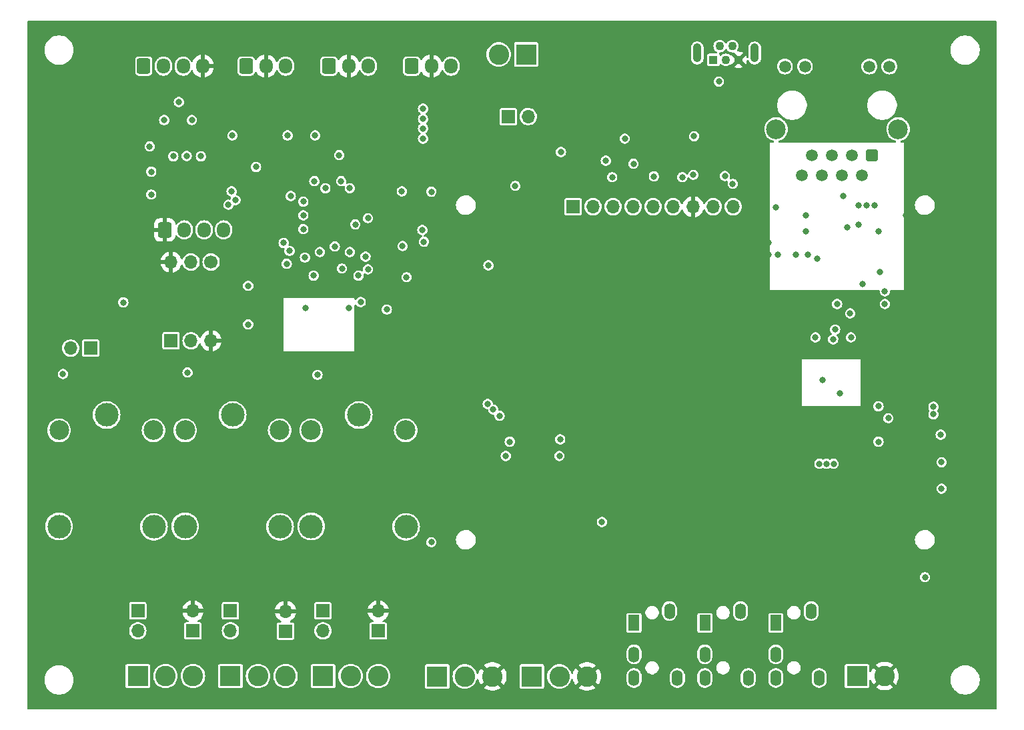
<source format=gbr>
%TF.GenerationSoftware,KiCad,Pcbnew,8.0.6*%
%TF.CreationDate,2024-12-11T15:10:48+01:00*%
%TF.ProjectId,fastLOGIC,66617374-4c4f-4474-9943-2e6b69636164,rev?*%
%TF.SameCoordinates,Original*%
%TF.FileFunction,Copper,L3,Inr*%
%TF.FilePolarity,Positive*%
%FSLAX46Y46*%
G04 Gerber Fmt 4.6, Leading zero omitted, Abs format (unit mm)*
G04 Created by KiCad (PCBNEW 8.0.6) date 2024-12-11 15:10:48*
%MOMM*%
%LPD*%
G01*
G04 APERTURE LIST*
G04 Aperture macros list*
%AMRoundRect*
0 Rectangle with rounded corners*
0 $1 Rounding radius*
0 $2 $3 $4 $5 $6 $7 $8 $9 X,Y pos of 4 corners*
0 Add a 4 corners polygon primitive as box body*
4,1,4,$2,$3,$4,$5,$6,$7,$8,$9,$2,$3,0*
0 Add four circle primitives for the rounded corners*
1,1,$1+$1,$2,$3*
1,1,$1+$1,$4,$5*
1,1,$1+$1,$6,$7*
1,1,$1+$1,$8,$9*
0 Add four rect primitives between the rounded corners*
20,1,$1+$1,$2,$3,$4,$5,0*
20,1,$1+$1,$4,$5,$6,$7,0*
20,1,$1+$1,$6,$7,$8,$9,0*
20,1,$1+$1,$8,$9,$2,$3,0*%
G04 Aperture macros list end*
%TA.AperFunction,ComponentPad*%
%ADD10R,1.700000X1.700000*%
%TD*%
%TA.AperFunction,ComponentPad*%
%ADD11O,1.700000X1.700000*%
%TD*%
%TA.AperFunction,ComponentPad*%
%ADD12R,2.600000X2.600000*%
%TD*%
%TA.AperFunction,ComponentPad*%
%ADD13C,2.600000*%
%TD*%
%TA.AperFunction,ComponentPad*%
%ADD14RoundRect,0.250500X0.499500X0.499500X-0.499500X0.499500X-0.499500X-0.499500X0.499500X-0.499500X0*%
%TD*%
%TA.AperFunction,ComponentPad*%
%ADD15C,1.500000*%
%TD*%
%TA.AperFunction,ComponentPad*%
%ADD16C,2.500000*%
%TD*%
%TA.AperFunction,ComponentPad*%
%ADD17C,3.000000*%
%TD*%
%TA.AperFunction,ComponentPad*%
%ADD18RoundRect,0.250000X-0.600000X-0.725000X0.600000X-0.725000X0.600000X0.725000X-0.600000X0.725000X0*%
%TD*%
%TA.AperFunction,ComponentPad*%
%ADD19O,1.700000X1.950000*%
%TD*%
%TA.AperFunction,ComponentPad*%
%ADD20C,1.700000*%
%TD*%
%TA.AperFunction,ComponentPad*%
%ADD21R,1.100000X1.100000*%
%TD*%
%TA.AperFunction,ComponentPad*%
%ADD22C,1.100000*%
%TD*%
%TA.AperFunction,ComponentPad*%
%ADD23O,1.100000X2.400000*%
%TD*%
%TA.AperFunction,ComponentPad*%
%ADD24O,1.400000X2.000000*%
%TD*%
%TA.AperFunction,ComponentPad*%
%ADD25R,1.400000X2.000000*%
%TD*%
%TA.AperFunction,ViaPad*%
%ADD26C,0.800000*%
%TD*%
G04 APERTURE END LIST*
D10*
%TO.N,Net-(J11-Pin_1)*%
%TO.C,J11*%
X177750000Y-115040000D03*
D11*
%TO.N,GND*%
X177750000Y-112500000D03*
%TD*%
D10*
%TO.N,+12V*%
%TO.C,J6*%
X170750000Y-112460000D03*
D11*
%TO.N,Net-(J14-Pin_1)*%
X170750000Y-115000000D03*
%TD*%
D10*
%TO.N,Net-(J15-Pin_3)*%
%TO.C,J24*%
X166000000Y-115025000D03*
D11*
%TO.N,GND*%
X166000000Y-112485000D03*
%TD*%
D12*
%TO.N,+12V*%
%TO.C,J9*%
X209000000Y-120795000D03*
D13*
%TO.N,Net-(J9-Pin_2)*%
X212500000Y-120795000D03*
%TO.N,GND*%
X216000000Y-120795000D03*
%TD*%
D10*
%TO.N,+12V*%
%TO.C,J22*%
X182500000Y-112475000D03*
D11*
%TO.N,Net-(J16-Pin_1)*%
X182500000Y-115015000D03*
%TD*%
D12*
%TO.N,Net-(J2-Pin_1)*%
%TO.C,J2*%
X208300000Y-41800000D03*
D13*
%TO.N,Net-(J2-Pin_2)*%
X204800000Y-41800000D03*
%TD*%
D14*
%TO.N,TD+*%
%TO.C,J23*%
X252190000Y-54610000D03*
D15*
%TO.N,TD-*%
X250930000Y-57150000D03*
%TO.N,RD+*%
X249650000Y-54610000D03*
%TO.N,TC*%
X248390000Y-57150000D03*
%TO.N,RC*%
X247110000Y-54610000D03*
%TO.N,RD-*%
X245850000Y-57150000D03*
%TO.N,N/C*%
X244570000Y-54610000D03*
%TO.N,GND1*%
X243310000Y-57150000D03*
%TO.N,+3.3V*%
X254375000Y-43350000D03*
%TO.N,ETHERNET_LED_B*%
X251835000Y-43350000D03*
%TO.N,ETHERNET_LED_A*%
X243665000Y-43350000D03*
%TO.N,+3.3V*%
X241125000Y-43350000D03*
D16*
%TO.N,N/C*%
X255495000Y-51300000D03*
X240005000Y-51300000D03*
%TD*%
D10*
%TO.N,Net-(J2-Pin_1)*%
%TO.C,JP1*%
X206000000Y-49700000D03*
D11*
%TO.N,Net-(JP1-B)*%
X208540000Y-49700000D03*
%TD*%
D17*
%TO.N,Net-(J16-Pin_2)*%
%TO.C,K3*%
X187050000Y-87600000D03*
D16*
%TO.N,Net-(D15-A)*%
X181000000Y-89550000D03*
D17*
%TO.N,Net-(J16-Pin_1)*%
X181000000Y-101750000D03*
%TO.N,Net-(J16-Pin_3)*%
X193050000Y-101800000D03*
D16*
%TO.N,+5V*%
X193000000Y-89550000D03*
%TD*%
D12*
%TO.N,+12V*%
%TO.C,J4*%
X250282500Y-120750000D03*
D13*
%TO.N,GND*%
X253782500Y-120750000D03*
%TD*%
D10*
%TO.N,Net-(J16-Pin_3)*%
%TO.C,J19*%
X189500000Y-115025000D03*
D11*
%TO.N,GND*%
X189500000Y-112485000D03*
%TD*%
D18*
%TO.N,+5V*%
%TO.C,J1*%
X183250000Y-43282500D03*
D19*
%TO.N,GND*%
X185750000Y-43282500D03*
%TO.N,Net-(J1-Pin_3)*%
X188250000Y-43282500D03*
%TD*%
D10*
%TO.N,DISPLAY_CS*%
%TO.C,J10*%
X214240000Y-61141700D03*
D11*
%TO.N,DISPLAY_RSE*%
X216780000Y-61141700D03*
%TO.N,DISPLAY_RS*%
X219320000Y-61141700D03*
%TO.N,DISPLAY_SCL*%
X221860000Y-61141700D03*
%TO.N,DISPLAY_SI*%
X224400000Y-61141700D03*
%TO.N,+3.3V*%
X226940000Y-61141700D03*
%TO.N,GND*%
X229480000Y-61141700D03*
%TO.N,+3.3V*%
X232040000Y-61143861D03*
%TO.N,Net-(J10-Pin_9)*%
X234580000Y-61144926D03*
%TD*%
D18*
%TO.N,+3.3V*%
%TO.C,J3*%
X193750000Y-43282500D03*
D19*
%TO.N,GND*%
X196250000Y-43282500D03*
%TO.N,DS18B20_DATA*%
X198750000Y-43282500D03*
%TD*%
D10*
%TO.N,unconnected-(U2-x-Pad1)*%
%TO.C,U2*%
X163210000Y-78170000D03*
D11*
%TO.N,+5V*%
X165750000Y-78170000D03*
%TO.N,GND*%
X168290000Y-78170000D03*
D20*
%TO.N,+5V*%
X168290000Y-68170000D03*
D11*
%TO.N,Net-(U2-Out)*%
X165750000Y-68170000D03*
%TO.N,GND*%
X163210000Y-68170000D03*
%TD*%
D10*
%TO.N,BOOT_0*%
%TO.C,JP2*%
X153000000Y-79100000D03*
D11*
%TO.N,+3.3V*%
X150460000Y-79100000D03*
%TD*%
D12*
%TO.N,Net-(J14-Pin_1)*%
%TO.C,J14*%
X170750000Y-120750000D03*
D13*
%TO.N,Net-(J14-Pin_2)*%
X174250000Y-120750000D03*
%TO.N,Net-(J11-Pin_1)*%
X177750000Y-120750000D03*
%TD*%
D12*
%TO.N,Net-(J15-Pin_1)*%
%TO.C,J15*%
X159000000Y-120750000D03*
D13*
%TO.N,Net-(J15-Pin_2)*%
X162500000Y-120750000D03*
%TO.N,Net-(J15-Pin_3)*%
X166000000Y-120750000D03*
%TD*%
D17*
%TO.N,Net-(J14-Pin_2)*%
%TO.C,K2*%
X171050000Y-87600000D03*
D16*
%TO.N,Net-(D5-A)*%
X165000000Y-89550000D03*
D17*
%TO.N,Net-(J14-Pin_1)*%
X165000000Y-101750000D03*
%TO.N,Net-(J11-Pin_1)*%
X177050000Y-101800000D03*
D16*
%TO.N,+5V*%
X177000000Y-89550000D03*
%TD*%
D18*
%TO.N,+5V*%
%TO.C,J13*%
X172750000Y-43282500D03*
D19*
%TO.N,GND*%
X175250000Y-43282500D03*
%TO.N,Net-(J13-Pin_3)*%
X177750000Y-43282500D03*
%TD*%
D17*
%TO.N,Net-(J15-Pin_2)*%
%TO.C,K1*%
X155050000Y-87600000D03*
D16*
%TO.N,Net-(D4-A)*%
X149000000Y-89550000D03*
D17*
%TO.N,Net-(J15-Pin_1)*%
X149000000Y-101750000D03*
%TO.N,Net-(J15-Pin_3)*%
X161050000Y-101800000D03*
D16*
%TO.N,+5V*%
X161000000Y-89550000D03*
%TD*%
D12*
%TO.N,+12V*%
%TO.C,J8*%
X197000000Y-120795000D03*
D13*
%TO.N,Net-(J8-Pin_2)*%
X200500000Y-120795000D03*
%TO.N,GND*%
X204000000Y-120795000D03*
%TD*%
D12*
%TO.N,Net-(J16-Pin_1)*%
%TO.C,J16*%
X182500000Y-120750000D03*
D13*
%TO.N,Net-(J16-Pin_2)*%
X186000000Y-120750000D03*
%TO.N,Net-(J16-Pin_3)*%
X189500000Y-120750000D03*
%TD*%
D10*
%TO.N,+12V*%
%TO.C,J25*%
X159000000Y-112475000D03*
D11*
%TO.N,Net-(J15-Pin_1)*%
X159000000Y-115015000D03*
%TD*%
D18*
%TO.N,SDA_5V*%
%TO.C,J5*%
X159750000Y-43282500D03*
D19*
%TO.N,SCL_5V*%
X162250000Y-43282500D03*
%TO.N,+5V*%
X164750000Y-43282500D03*
%TO.N,GND*%
X167250000Y-43282500D03*
%TD*%
D18*
%TO.N,GND*%
%TO.C,J26*%
X162400000Y-64100000D03*
D19*
%TO.N,+5V*%
X164900000Y-64100000D03*
%TO.N,uC_RX2*%
X167400000Y-64100000D03*
%TO.N,uC_TX2*%
X169900000Y-64100000D03*
%TD*%
D21*
%TO.N,Net-(J17-VBUS)*%
%TO.C,J17*%
X232050000Y-42500000D03*
D22*
%TO.N,Net-(J17-D-)*%
X232850000Y-40750000D03*
%TO.N,Net-(J17-D+)*%
X233650000Y-42500000D03*
%TO.N,unconnected-(J17-ID-Pad4)*%
X234450000Y-40750000D03*
%TO.N,GND*%
X235250000Y-42500000D03*
D23*
%TO.N,unconnected-(J17-Shield-Pad6)*%
X230000000Y-41625000D03*
X237300000Y-41625000D03*
%TD*%
D24*
%TO.N,*%
%TO.C,J20*%
X227467500Y-121000000D03*
%TO.N,unconnected-(J20-PadR1)*%
X221967500Y-118000000D03*
%TO.N,unconnected-(J20-PadR2)*%
X221967500Y-121000000D03*
%TO.N,CURRENT_SENSOR_SUPPLY_1.65V*%
X226467500Y-112500000D03*
D25*
%TO.N,CURRENT_SENSOR_A*%
X221967500Y-114000000D03*
%TD*%
D24*
%TO.N,*%
%TO.C,J12*%
X236467500Y-121000000D03*
%TO.N,unconnected-(J12-PadR1)*%
X230967500Y-118000000D03*
%TO.N,unconnected-(J12-PadR2)*%
X230967500Y-121000000D03*
%TO.N,CURRENT_SENSOR_SUPPLY_1.65V*%
X235467500Y-112500000D03*
D25*
%TO.N,CURRENT_SENSOR_B*%
X230967500Y-114000000D03*
%TD*%
D24*
%TO.N,*%
%TO.C,J18*%
X245467500Y-121000000D03*
%TO.N,unconnected-(J18-PadR1)*%
X239967500Y-118000000D03*
%TO.N,unconnected-(J18-PadR2)*%
X239967500Y-121000000D03*
%TO.N,CURRENT_SENSOR_SUPPLY_1.65V*%
X244467500Y-112500000D03*
D25*
%TO.N,CURRENT_SENSOR_C*%
X239967500Y-114000000D03*
%TD*%
D26*
%TO.N,GND*%
X253600000Y-108200000D03*
X240525000Y-101025000D03*
X176000000Y-117400000D03*
X245900000Y-83150000D03*
X253500000Y-113000000D03*
X252900000Y-93000000D03*
X248100000Y-84850000D03*
X244250000Y-73250000D03*
X153200000Y-57750000D03*
X255400000Y-103500000D03*
X223000000Y-52500000D03*
X179600000Y-69800000D03*
X187900000Y-117400000D03*
X252500000Y-61000000D03*
X248500000Y-59750000D03*
X238800000Y-70400000D03*
X188200000Y-76900000D03*
X261300000Y-50300000D03*
X242500000Y-67250000D03*
X263300000Y-93800000D03*
X256750000Y-72750000D03*
X194800000Y-69000000D03*
X252100000Y-107400000D03*
X239000000Y-75800000D03*
X167600000Y-59600000D03*
X171500000Y-68150000D03*
X233000000Y-67200000D03*
X257000000Y-62750000D03*
X245250000Y-67750000D03*
X249750000Y-72750000D03*
X153300000Y-50750000D03*
X242200000Y-99500000D03*
X180250000Y-74000000D03*
X263900000Y-89000000D03*
X214600000Y-115500000D03*
X264000000Y-85100000D03*
X150000000Y-86750000D03*
X254100000Y-98500000D03*
X233550000Y-49620000D03*
X175800000Y-77800000D03*
X248000000Y-91500000D03*
X244100000Y-75700000D03*
X185800000Y-74000000D03*
X225900000Y-49700000D03*
X194600000Y-106300000D03*
X244000000Y-67250000D03*
X251500000Y-61000000D03*
X221500000Y-99500000D03*
X228900000Y-45500000D03*
X209300000Y-108200000D03*
X193300000Y-49400000D03*
X239000000Y-77800000D03*
X239000000Y-76800000D03*
X244100000Y-94900000D03*
X257250000Y-74500000D03*
X166000000Y-87000000D03*
X229000000Y-50000000D03*
X167700000Y-56600000D03*
X166000000Y-72400000D03*
X245750000Y-72750000D03*
X252500000Y-72500000D03*
X175000000Y-53300000D03*
X226200000Y-52500000D03*
X191700000Y-70100000D03*
X232300000Y-78900000D03*
X182000000Y-86500000D03*
X153200000Y-71750000D03*
X211400000Y-108200000D03*
X257500000Y-63250000D03*
X215000000Y-54300000D03*
X153100000Y-64750000D03*
X184600000Y-48000000D03*
X240250000Y-67250000D03*
X163900000Y-117500000D03*
X260400000Y-45500000D03*
X158600000Y-77500000D03*
X239025000Y-65725000D03*
X223500000Y-101600000D03*
X214500000Y-39900000D03*
X239000000Y-74800000D03*
X174500000Y-52100000D03*
X173200000Y-72800000D03*
X226200000Y-39100000D03*
X176600000Y-69500000D03*
X210300000Y-68500000D03*
X203300000Y-106900000D03*
X217500000Y-106750000D03*
X184700000Y-49500000D03*
X189750000Y-76850000D03*
X202800000Y-115500000D03*
X246250000Y-76500000D03*
X242200000Y-102550000D03*
X176900000Y-54600000D03*
X185800000Y-69700000D03*
X194800000Y-58200000D03*
X209900000Y-92200000D03*
X170600000Y-79300000D03*
X216800000Y-92200000D03*
X174200000Y-48000000D03*
X250500000Y-61000000D03*
X239000000Y-73300000D03*
X219500000Y-101300000D03*
X248750000Y-72750000D03*
X256500000Y-62250000D03*
X239000000Y-67250000D03*
X242600000Y-84300000D03*
X249700000Y-87000000D03*
X203600000Y-52600000D03*
%TO.N,+5V*%
X164200000Y-47850000D03*
X204900000Y-87700000D03*
X246400000Y-93800000D03*
X247300000Y-93800000D03*
X204100000Y-86900000D03*
X203400000Y-86200000D03*
X245500000Y-93800000D03*
%TO.N,+3.3V*%
X157150000Y-73300000D03*
X192500000Y-59200000D03*
X203500000Y-68600000D03*
X188200000Y-69100000D03*
X259975000Y-86550000D03*
X249400000Y-74700000D03*
X253812500Y-71900000D03*
X259975000Y-87500000D03*
X193100000Y-70100000D03*
X187000000Y-69900000D03*
X205700000Y-92800000D03*
X261000000Y-93600000D03*
X187287500Y-73262500D03*
X165200000Y-54700000D03*
X212500000Y-92800000D03*
X190600000Y-74200000D03*
X220800000Y-52500000D03*
X160500000Y-53500000D03*
X184900000Y-69000000D03*
X258900000Y-108200000D03*
X261000000Y-96950000D03*
X174000000Y-56100000D03*
X229500000Y-57100000D03*
X160700000Y-59600000D03*
X173000000Y-71200000D03*
X165850000Y-50150000D03*
X253812500Y-73500000D03*
X224500000Y-57300000D03*
X162350000Y-50150000D03*
X217900000Y-101200000D03*
X245000000Y-77750000D03*
X160700000Y-56700000D03*
X260900000Y-90100000D03*
X229600000Y-52200000D03*
X181300000Y-69900000D03*
X171000000Y-52100000D03*
%TO.N,rst*%
X206900000Y-58500000D03*
X180200000Y-67600000D03*
%TO.N,GND1*%
X240000000Y-61250000D03*
%TO.N,RC*%
X243750000Y-64250000D03*
X243750000Y-62250000D03*
%TO.N,DS18B20_DATA*%
X184550000Y-54600000D03*
%TO.N,DIG_IN_B*%
X212600000Y-90700000D03*
X195100000Y-64100000D03*
%TO.N,DIG_IN_A*%
X195300000Y-65600000D03*
X206200000Y-91000000D03*
%TO.N,+3.3VA*%
X247750000Y-73500000D03*
X249000000Y-63750000D03*
X251000000Y-71000000D03*
X253000000Y-64300000D03*
X253200000Y-69400000D03*
X250500000Y-63410000D03*
%TO.N,MISO*%
X253000000Y-86500000D03*
X249500000Y-77750000D03*
%TO.N,Net-(J17-D-)*%
X232750000Y-45250000D03*
%TO.N,D_OUT_C*%
X170500000Y-60900000D03*
X181800000Y-82500000D03*
%TO.N,D_OUT_A*%
X149500000Y-82400000D03*
X170900000Y-59200000D03*
%TO.N,D_OUT_B*%
X165300000Y-82200000D03*
X171400000Y-60300000D03*
%TO.N,SD_CMD*%
X180000000Y-64000000D03*
X219200000Y-57400000D03*
%TO.N,uC_RX*%
X178000000Y-52100000D03*
X234500000Y-58250000D03*
%TO.N,uC_TX*%
X233500000Y-57250000D03*
X181500000Y-52100000D03*
%TO.N,SD_SCK*%
X180000000Y-62250000D03*
X221900000Y-55700000D03*
%TO.N,SD_D2*%
X178400000Y-59800000D03*
X212700000Y-54200000D03*
%TO.N,SD_D3*%
X180000000Y-60500000D03*
X218400000Y-55300000D03*
%TO.N,SCK*%
X254250000Y-88000000D03*
X247500000Y-76750000D03*
%TO.N,SDA_1*%
X163500000Y-54750000D03*
X178250000Y-66750000D03*
%TO.N,SCL_1*%
X167000000Y-54750000D03*
X177500000Y-65750000D03*
%TO.N,5V_voltage_detect*%
X177900000Y-68400000D03*
X173000000Y-76100000D03*
%TO.N,IN_voltage_detect*%
X192600000Y-66150000D03*
X196250000Y-103750000D03*
%TO.N,SD_DET*%
X228100000Y-57400000D03*
X196250000Y-59250000D03*
%TO.N,SDA_2*%
X186600000Y-63400000D03*
%TO.N,SCL_2*%
X188200000Y-62600000D03*
%TO.N,MAX485_RE*%
X184800000Y-57900000D03*
X195200000Y-50000000D03*
%TO.N,ETH_CS*%
X253000000Y-91000000D03*
X247250000Y-78000000D03*
%TO.N,MAX485_DE*%
X185900000Y-58800000D03*
X195200000Y-51200000D03*
%TO.N,PA4*%
X187900000Y-67500000D03*
%TO.N,MAX485_DI*%
X182800000Y-58800000D03*
X195200000Y-52500000D03*
%TO.N,CURRENT_SENSOR_B*%
X184000000Y-66200000D03*
%TO.N,MAX485_RO*%
X195200000Y-48700000D03*
X181400000Y-57900000D03*
%TO.N,CURRENT_SENSOR_C*%
X182100000Y-66900000D03*
%TO.N,CURRENT_SENSOR_A*%
X185900000Y-66900000D03*
%TD*%
%TA.AperFunction,Conductor*%
%TO.N,GND*%
G36*
X267943039Y-37519685D02*
G01*
X267988794Y-37572489D01*
X268000000Y-37624000D01*
X268000000Y-124876000D01*
X267980315Y-124943039D01*
X267927511Y-124988794D01*
X267876000Y-125000000D01*
X145124000Y-125000000D01*
X145056961Y-124980315D01*
X145011206Y-124927511D01*
X145000000Y-124876000D01*
X145000000Y-121128711D01*
X147149500Y-121128711D01*
X147149500Y-121371288D01*
X147181161Y-121611785D01*
X147243947Y-121846104D01*
X147323557Y-122038299D01*
X147336776Y-122070212D01*
X147458064Y-122280289D01*
X147458066Y-122280292D01*
X147458067Y-122280293D01*
X147605733Y-122472736D01*
X147605739Y-122472743D01*
X147777256Y-122644260D01*
X147777262Y-122644265D01*
X147969711Y-122791936D01*
X148179788Y-122913224D01*
X148403900Y-123006054D01*
X148638211Y-123068838D01*
X148818586Y-123092584D01*
X148878711Y-123100500D01*
X148878712Y-123100500D01*
X149121289Y-123100500D01*
X149169388Y-123094167D01*
X149361789Y-123068838D01*
X149596100Y-123006054D01*
X149820212Y-122913224D01*
X150030289Y-122791936D01*
X150222738Y-122644265D01*
X150394265Y-122472738D01*
X150541936Y-122280289D01*
X150663224Y-122070212D01*
X150756054Y-121846100D01*
X150818838Y-121611789D01*
X150850500Y-121371288D01*
X150850500Y-121128712D01*
X150818838Y-120888211D01*
X150756054Y-120653900D01*
X150663224Y-120429788D01*
X150541936Y-120219711D01*
X150407040Y-120043911D01*
X150394266Y-120027263D01*
X150394260Y-120027256D01*
X150222743Y-119855739D01*
X150222736Y-119855733D01*
X150030293Y-119708067D01*
X150030292Y-119708066D01*
X150030289Y-119708064D01*
X149820212Y-119586776D01*
X149699417Y-119536741D01*
X149596104Y-119493947D01*
X149361785Y-119431161D01*
X149317425Y-119425321D01*
X157449500Y-119425321D01*
X157449500Y-122074678D01*
X157464032Y-122147735D01*
X157464033Y-122147739D01*
X157464034Y-122147740D01*
X157519399Y-122230601D01*
X157593764Y-122280289D01*
X157602260Y-122285966D01*
X157602264Y-122285967D01*
X157675321Y-122300499D01*
X157675324Y-122300500D01*
X157675326Y-122300500D01*
X160324676Y-122300500D01*
X160324677Y-122300499D01*
X160397740Y-122285966D01*
X160480601Y-122230601D01*
X160535966Y-122147740D01*
X160550500Y-122074674D01*
X160550500Y-120750000D01*
X160944706Y-120750000D01*
X160963853Y-120993297D01*
X160963853Y-120993300D01*
X160963854Y-120993302D01*
X160999171Y-121140407D01*
X161020830Y-121230619D01*
X161114222Y-121456089D01*
X161241737Y-121664173D01*
X161241738Y-121664176D01*
X161295449Y-121727063D01*
X161400241Y-121849759D01*
X161465987Y-121905911D01*
X161585823Y-122008261D01*
X161585826Y-122008262D01*
X161793910Y-122135777D01*
X162019381Y-122229169D01*
X162019378Y-122229169D01*
X162019384Y-122229170D01*
X162019388Y-122229172D01*
X162256698Y-122286146D01*
X162500000Y-122305294D01*
X162743302Y-122286146D01*
X162980612Y-122229172D01*
X163206089Y-122135777D01*
X163414179Y-122008259D01*
X163599759Y-121849759D01*
X163758259Y-121664179D01*
X163885777Y-121456089D01*
X163979172Y-121230612D01*
X164036146Y-120993302D01*
X164055294Y-120750000D01*
X164444706Y-120750000D01*
X164463853Y-120993297D01*
X164463853Y-120993300D01*
X164463854Y-120993302D01*
X164499171Y-121140407D01*
X164520830Y-121230619D01*
X164614222Y-121456089D01*
X164741737Y-121664173D01*
X164741738Y-121664176D01*
X164795449Y-121727063D01*
X164900241Y-121849759D01*
X164965987Y-121905911D01*
X165085823Y-122008261D01*
X165085826Y-122008262D01*
X165293910Y-122135777D01*
X165519381Y-122229169D01*
X165519378Y-122229169D01*
X165519384Y-122229170D01*
X165519388Y-122229172D01*
X165756698Y-122286146D01*
X166000000Y-122305294D01*
X166243302Y-122286146D01*
X166480612Y-122229172D01*
X166706089Y-122135777D01*
X166914179Y-122008259D01*
X167099759Y-121849759D01*
X167258259Y-121664179D01*
X167385777Y-121456089D01*
X167479172Y-121230612D01*
X167536146Y-120993302D01*
X167555294Y-120750000D01*
X167536146Y-120506698D01*
X167479172Y-120269388D01*
X167474788Y-120258804D01*
X167385777Y-120043910D01*
X167258262Y-119835826D01*
X167258261Y-119835823D01*
X167170595Y-119733180D01*
X167099759Y-119650241D01*
X166916761Y-119493946D01*
X166914176Y-119491738D01*
X166914173Y-119491737D01*
X166805793Y-119425321D01*
X169199500Y-119425321D01*
X169199500Y-122074678D01*
X169214032Y-122147735D01*
X169214033Y-122147739D01*
X169214034Y-122147740D01*
X169269399Y-122230601D01*
X169343764Y-122280289D01*
X169352260Y-122285966D01*
X169352264Y-122285967D01*
X169425321Y-122300499D01*
X169425324Y-122300500D01*
X169425326Y-122300500D01*
X172074676Y-122300500D01*
X172074677Y-122300499D01*
X172147740Y-122285966D01*
X172230601Y-122230601D01*
X172285966Y-122147740D01*
X172300500Y-122074674D01*
X172300500Y-120750000D01*
X172694706Y-120750000D01*
X172713853Y-120993297D01*
X172713853Y-120993300D01*
X172713854Y-120993302D01*
X172749171Y-121140407D01*
X172770830Y-121230619D01*
X172864222Y-121456089D01*
X172991737Y-121664173D01*
X172991738Y-121664176D01*
X173045449Y-121727063D01*
X173150241Y-121849759D01*
X173215987Y-121905911D01*
X173335823Y-122008261D01*
X173335826Y-122008262D01*
X173543910Y-122135777D01*
X173769381Y-122229169D01*
X173769378Y-122229169D01*
X173769384Y-122229170D01*
X173769388Y-122229172D01*
X174006698Y-122286146D01*
X174250000Y-122305294D01*
X174493302Y-122286146D01*
X174730612Y-122229172D01*
X174956089Y-122135777D01*
X175164179Y-122008259D01*
X175349759Y-121849759D01*
X175508259Y-121664179D01*
X175635777Y-121456089D01*
X175729172Y-121230612D01*
X175786146Y-120993302D01*
X175805294Y-120750000D01*
X176194706Y-120750000D01*
X176213853Y-120993297D01*
X176213853Y-120993300D01*
X176213854Y-120993302D01*
X176249171Y-121140407D01*
X176270830Y-121230619D01*
X176364222Y-121456089D01*
X176491737Y-121664173D01*
X176491738Y-121664176D01*
X176545449Y-121727063D01*
X176650241Y-121849759D01*
X176715987Y-121905911D01*
X176835823Y-122008261D01*
X176835826Y-122008262D01*
X177043910Y-122135777D01*
X177269381Y-122229169D01*
X177269378Y-122229169D01*
X177269384Y-122229170D01*
X177269388Y-122229172D01*
X177506698Y-122286146D01*
X177750000Y-122305294D01*
X177993302Y-122286146D01*
X178230612Y-122229172D01*
X178456089Y-122135777D01*
X178664179Y-122008259D01*
X178849759Y-121849759D01*
X179008259Y-121664179D01*
X179135777Y-121456089D01*
X179229172Y-121230612D01*
X179286146Y-120993302D01*
X179305294Y-120750000D01*
X179286146Y-120506698D01*
X179229172Y-120269388D01*
X179224788Y-120258804D01*
X179135777Y-120043910D01*
X179008262Y-119835826D01*
X179008261Y-119835823D01*
X178920595Y-119733180D01*
X178849759Y-119650241D01*
X178666761Y-119493946D01*
X178664176Y-119491738D01*
X178664173Y-119491737D01*
X178555793Y-119425321D01*
X180949500Y-119425321D01*
X180949500Y-122074678D01*
X180964032Y-122147735D01*
X180964033Y-122147739D01*
X180964034Y-122147740D01*
X181019399Y-122230601D01*
X181093764Y-122280289D01*
X181102260Y-122285966D01*
X181102264Y-122285967D01*
X181175321Y-122300499D01*
X181175324Y-122300500D01*
X181175326Y-122300500D01*
X183824676Y-122300500D01*
X183824677Y-122300499D01*
X183897740Y-122285966D01*
X183980601Y-122230601D01*
X184035966Y-122147740D01*
X184050500Y-122074674D01*
X184050500Y-120750000D01*
X184444706Y-120750000D01*
X184463853Y-120993297D01*
X184463853Y-120993300D01*
X184463854Y-120993302D01*
X184499171Y-121140407D01*
X184520830Y-121230619D01*
X184614222Y-121456089D01*
X184741737Y-121664173D01*
X184741738Y-121664176D01*
X184795449Y-121727063D01*
X184900241Y-121849759D01*
X184965987Y-121905911D01*
X185085823Y-122008261D01*
X185085826Y-122008262D01*
X185293910Y-122135777D01*
X185519381Y-122229169D01*
X185519378Y-122229169D01*
X185519384Y-122229170D01*
X185519388Y-122229172D01*
X185756698Y-122286146D01*
X186000000Y-122305294D01*
X186243302Y-122286146D01*
X186480612Y-122229172D01*
X186706089Y-122135777D01*
X186914179Y-122008259D01*
X187099759Y-121849759D01*
X187258259Y-121664179D01*
X187385777Y-121456089D01*
X187479172Y-121230612D01*
X187536146Y-120993302D01*
X187555294Y-120750000D01*
X187944706Y-120750000D01*
X187963853Y-120993297D01*
X187963853Y-120993300D01*
X187963854Y-120993302D01*
X187999171Y-121140407D01*
X188020830Y-121230619D01*
X188114222Y-121456089D01*
X188241737Y-121664173D01*
X188241738Y-121664176D01*
X188295449Y-121727063D01*
X188400241Y-121849759D01*
X188465987Y-121905911D01*
X188585823Y-122008261D01*
X188585826Y-122008262D01*
X188793910Y-122135777D01*
X189019381Y-122229169D01*
X189019378Y-122229169D01*
X189019384Y-122229170D01*
X189019388Y-122229172D01*
X189256698Y-122286146D01*
X189500000Y-122305294D01*
X189743302Y-122286146D01*
X189980612Y-122229172D01*
X190206089Y-122135777D01*
X190414179Y-122008259D01*
X190599759Y-121849759D01*
X190758259Y-121664179D01*
X190885777Y-121456089D01*
X190979172Y-121230612D01*
X191036146Y-120993302D01*
X191055294Y-120750000D01*
X191036146Y-120506698D01*
X190979172Y-120269388D01*
X190974788Y-120258804D01*
X190885777Y-120043910D01*
X190758262Y-119835826D01*
X190758261Y-119835823D01*
X190670595Y-119733180D01*
X190599759Y-119650241D01*
X190416761Y-119493946D01*
X190414176Y-119491738D01*
X190414173Y-119491737D01*
X190379226Y-119470321D01*
X195449500Y-119470321D01*
X195449500Y-122119678D01*
X195464032Y-122192735D01*
X195464033Y-122192739D01*
X195478221Y-122213973D01*
X195519399Y-122275601D01*
X195602260Y-122330966D01*
X195602264Y-122330967D01*
X195675321Y-122345499D01*
X195675324Y-122345500D01*
X195675326Y-122345500D01*
X198324676Y-122345500D01*
X198324677Y-122345499D01*
X198397740Y-122330966D01*
X198480601Y-122275601D01*
X198535966Y-122192740D01*
X198550500Y-122119674D01*
X198550500Y-120795000D01*
X198944706Y-120795000D01*
X198963853Y-121038297D01*
X198963853Y-121038300D01*
X198963854Y-121038302D01*
X199010024Y-121230612D01*
X199020830Y-121275619D01*
X199114222Y-121501089D01*
X199241737Y-121709173D01*
X199241738Y-121709176D01*
X199241741Y-121709179D01*
X199400241Y-121894759D01*
X199533133Y-122008259D01*
X199585823Y-122053261D01*
X199585826Y-122053262D01*
X199793910Y-122180777D01*
X200019381Y-122274169D01*
X200019378Y-122274169D01*
X200019384Y-122274170D01*
X200019388Y-122274172D01*
X200256698Y-122331146D01*
X200500000Y-122350294D01*
X200743302Y-122331146D01*
X200980612Y-122274172D01*
X201206089Y-122180777D01*
X201414179Y-122053259D01*
X201599759Y-121894759D01*
X201758259Y-121709179D01*
X201885777Y-121501089D01*
X201979172Y-121275612D01*
X202001256Y-121183624D01*
X202036046Y-121123035D01*
X202098072Y-121090871D01*
X202167641Y-121097347D01*
X202222665Y-121140407D01*
X202242720Y-121184981D01*
X202275143Y-121327035D01*
X202275148Y-121327052D01*
X202373709Y-121578181D01*
X202373708Y-121578181D01*
X202508602Y-121811822D01*
X202562294Y-121879151D01*
X203398957Y-121042487D01*
X203423978Y-121102890D01*
X203495112Y-121209351D01*
X203585649Y-121299888D01*
X203692110Y-121371022D01*
X203752510Y-121396041D01*
X202914848Y-122233702D01*
X203097483Y-122358220D01*
X203097485Y-122358221D01*
X203340539Y-122475269D01*
X203340537Y-122475269D01*
X203598337Y-122554790D01*
X203598343Y-122554792D01*
X203865101Y-122594999D01*
X203865110Y-122595000D01*
X204134890Y-122595000D01*
X204134898Y-122594999D01*
X204401656Y-122554792D01*
X204401662Y-122554790D01*
X204659461Y-122475269D01*
X204902521Y-122358218D01*
X205085150Y-122233702D01*
X204247488Y-121396041D01*
X204307890Y-121371022D01*
X204414351Y-121299888D01*
X204504888Y-121209351D01*
X204576022Y-121102890D01*
X204601041Y-121042489D01*
X205437703Y-121879151D01*
X205437704Y-121879150D01*
X205491393Y-121811828D01*
X205491400Y-121811817D01*
X205626290Y-121578181D01*
X205724851Y-121327052D01*
X205724857Y-121327033D01*
X205784886Y-121064028D01*
X205784886Y-121064026D01*
X205805047Y-120795004D01*
X205805047Y-120794995D01*
X205784886Y-120525973D01*
X205784886Y-120525971D01*
X205724857Y-120262966D01*
X205724851Y-120262947D01*
X205626290Y-120011818D01*
X205626291Y-120011818D01*
X205491397Y-119778177D01*
X205437704Y-119710847D01*
X204601041Y-120547510D01*
X204576022Y-120487110D01*
X204504888Y-120380649D01*
X204414351Y-120290112D01*
X204307890Y-120218978D01*
X204247488Y-120193958D01*
X204971125Y-119470321D01*
X207449500Y-119470321D01*
X207449500Y-122119678D01*
X207464032Y-122192735D01*
X207464033Y-122192739D01*
X207478221Y-122213973D01*
X207519399Y-122275601D01*
X207602260Y-122330966D01*
X207602264Y-122330967D01*
X207675321Y-122345499D01*
X207675324Y-122345500D01*
X207675326Y-122345500D01*
X210324676Y-122345500D01*
X210324677Y-122345499D01*
X210397740Y-122330966D01*
X210480601Y-122275601D01*
X210535966Y-122192740D01*
X210550500Y-122119674D01*
X210550500Y-120795000D01*
X210944706Y-120795000D01*
X210963853Y-121038297D01*
X210963853Y-121038300D01*
X210963854Y-121038302D01*
X211010024Y-121230612D01*
X211020830Y-121275619D01*
X211114222Y-121501089D01*
X211241737Y-121709173D01*
X211241738Y-121709176D01*
X211241741Y-121709179D01*
X211400241Y-121894759D01*
X211533133Y-122008259D01*
X211585823Y-122053261D01*
X211585826Y-122053262D01*
X211793910Y-122180777D01*
X212019381Y-122274169D01*
X212019378Y-122274169D01*
X212019384Y-122274170D01*
X212019388Y-122274172D01*
X212256698Y-122331146D01*
X212500000Y-122350294D01*
X212743302Y-122331146D01*
X212980612Y-122274172D01*
X213206089Y-122180777D01*
X213414179Y-122053259D01*
X213599759Y-121894759D01*
X213758259Y-121709179D01*
X213885777Y-121501089D01*
X213979172Y-121275612D01*
X214001256Y-121183624D01*
X214036046Y-121123035D01*
X214098072Y-121090871D01*
X214167641Y-121097347D01*
X214222665Y-121140407D01*
X214242720Y-121184981D01*
X214275143Y-121327035D01*
X214275148Y-121327052D01*
X214373709Y-121578181D01*
X214373708Y-121578181D01*
X214508602Y-121811822D01*
X214562294Y-121879151D01*
X215398957Y-121042487D01*
X215423978Y-121102890D01*
X215495112Y-121209351D01*
X215585649Y-121299888D01*
X215692110Y-121371022D01*
X215752510Y-121396041D01*
X214914848Y-122233702D01*
X215097483Y-122358220D01*
X215097485Y-122358221D01*
X215340539Y-122475269D01*
X215340537Y-122475269D01*
X215598337Y-122554790D01*
X215598343Y-122554792D01*
X215865101Y-122594999D01*
X215865110Y-122595000D01*
X216134890Y-122595000D01*
X216134898Y-122594999D01*
X216401656Y-122554792D01*
X216401662Y-122554790D01*
X216659461Y-122475269D01*
X216902521Y-122358218D01*
X217085150Y-122233702D01*
X216247488Y-121396041D01*
X216307890Y-121371022D01*
X216414351Y-121299888D01*
X216504888Y-121209351D01*
X216576022Y-121102890D01*
X216601041Y-121042488D01*
X217437703Y-121879151D01*
X217437704Y-121879150D01*
X217491393Y-121811828D01*
X217491400Y-121811817D01*
X217626290Y-121578181D01*
X217724851Y-121327052D01*
X217724857Y-121327033D01*
X217784886Y-121064028D01*
X217784886Y-121064026D01*
X217805047Y-120795004D01*
X217805047Y-120794995D01*
X217790912Y-120606379D01*
X221017000Y-120606379D01*
X221017000Y-121393620D01*
X221053525Y-121577243D01*
X221053527Y-121577251D01*
X221125176Y-121750228D01*
X221125181Y-121750237D01*
X221229197Y-121905907D01*
X221229200Y-121905911D01*
X221361588Y-122038299D01*
X221361592Y-122038302D01*
X221517262Y-122142318D01*
X221517271Y-122142323D01*
X221530349Y-122147740D01*
X221690249Y-122213973D01*
X221873879Y-122250499D01*
X221873883Y-122250500D01*
X221873884Y-122250500D01*
X222061117Y-122250500D01*
X222061118Y-122250499D01*
X222244751Y-122213973D01*
X222417731Y-122142322D01*
X222573408Y-122038302D01*
X222705802Y-121905908D01*
X222809822Y-121750231D01*
X222881473Y-121577251D01*
X222918000Y-121393616D01*
X222918000Y-120606384D01*
X222917999Y-120606379D01*
X226517000Y-120606379D01*
X226517000Y-121393620D01*
X226553525Y-121577243D01*
X226553527Y-121577251D01*
X226625176Y-121750228D01*
X226625181Y-121750237D01*
X226729197Y-121905907D01*
X226729200Y-121905911D01*
X226861588Y-122038299D01*
X226861592Y-122038302D01*
X227017262Y-122142318D01*
X227017271Y-122142323D01*
X227030349Y-122147740D01*
X227190249Y-122213973D01*
X227373879Y-122250499D01*
X227373883Y-122250500D01*
X227373884Y-122250500D01*
X227561117Y-122250500D01*
X227561118Y-122250499D01*
X227744751Y-122213973D01*
X227917731Y-122142322D01*
X228073408Y-122038302D01*
X228205802Y-121905908D01*
X228309822Y-121750231D01*
X228381473Y-121577251D01*
X228418000Y-121393616D01*
X228418000Y-120606384D01*
X228417999Y-120606379D01*
X230017000Y-120606379D01*
X230017000Y-121393620D01*
X230053525Y-121577243D01*
X230053527Y-121577251D01*
X230125176Y-121750228D01*
X230125181Y-121750237D01*
X230229197Y-121905907D01*
X230229200Y-121905911D01*
X230361588Y-122038299D01*
X230361592Y-122038302D01*
X230517262Y-122142318D01*
X230517271Y-122142323D01*
X230530349Y-122147740D01*
X230690249Y-122213973D01*
X230873879Y-122250499D01*
X230873883Y-122250500D01*
X230873884Y-122250500D01*
X231061117Y-122250500D01*
X231061118Y-122250499D01*
X231244751Y-122213973D01*
X231417731Y-122142322D01*
X231573408Y-122038302D01*
X231705802Y-121905908D01*
X231809822Y-121750231D01*
X231881473Y-121577251D01*
X231918000Y-121393616D01*
X231918000Y-120606384D01*
X231917999Y-120606379D01*
X235517000Y-120606379D01*
X235517000Y-121393620D01*
X235553525Y-121577243D01*
X235553527Y-121577251D01*
X235625176Y-121750228D01*
X235625181Y-121750237D01*
X235729197Y-121905907D01*
X235729200Y-121905911D01*
X235861588Y-122038299D01*
X235861592Y-122038302D01*
X236017262Y-122142318D01*
X236017271Y-122142323D01*
X236030349Y-122147740D01*
X236190249Y-122213973D01*
X236373879Y-122250499D01*
X236373883Y-122250500D01*
X236373884Y-122250500D01*
X236561117Y-122250500D01*
X236561118Y-122250499D01*
X236744751Y-122213973D01*
X236917731Y-122142322D01*
X237073408Y-122038302D01*
X237205802Y-121905908D01*
X237309822Y-121750231D01*
X237381473Y-121577251D01*
X237418000Y-121393616D01*
X237418000Y-120606384D01*
X237417999Y-120606379D01*
X239017000Y-120606379D01*
X239017000Y-121393620D01*
X239053525Y-121577243D01*
X239053527Y-121577251D01*
X239125176Y-121750228D01*
X239125181Y-121750237D01*
X239229197Y-121905907D01*
X239229200Y-121905911D01*
X239361588Y-122038299D01*
X239361592Y-122038302D01*
X239517262Y-122142318D01*
X239517271Y-122142323D01*
X239530349Y-122147740D01*
X239690249Y-122213973D01*
X239873879Y-122250499D01*
X239873883Y-122250500D01*
X239873884Y-122250500D01*
X240061117Y-122250500D01*
X240061118Y-122250499D01*
X240244751Y-122213973D01*
X240417731Y-122142322D01*
X240573408Y-122038302D01*
X240705802Y-121905908D01*
X240809822Y-121750231D01*
X240881473Y-121577251D01*
X240918000Y-121393616D01*
X240918000Y-120606384D01*
X240917999Y-120606379D01*
X244517000Y-120606379D01*
X244517000Y-121393620D01*
X244553525Y-121577243D01*
X244553527Y-121577251D01*
X244625176Y-121750228D01*
X244625181Y-121750237D01*
X244729197Y-121905907D01*
X244729200Y-121905911D01*
X244861588Y-122038299D01*
X244861592Y-122038302D01*
X245017262Y-122142318D01*
X245017271Y-122142323D01*
X245030349Y-122147740D01*
X245190249Y-122213973D01*
X245373879Y-122250499D01*
X245373883Y-122250500D01*
X245373884Y-122250500D01*
X245561117Y-122250500D01*
X245561118Y-122250499D01*
X245744751Y-122213973D01*
X245917731Y-122142322D01*
X246073408Y-122038302D01*
X246205802Y-121905908D01*
X246309822Y-121750231D01*
X246381473Y-121577251D01*
X246418000Y-121393616D01*
X246418000Y-120606384D01*
X246381473Y-120422749D01*
X246326054Y-120288956D01*
X246309823Y-120249771D01*
X246309818Y-120249762D01*
X246205802Y-120094092D01*
X246205799Y-120094088D01*
X246073411Y-119961700D01*
X246073407Y-119961697D01*
X245917737Y-119857681D01*
X245917728Y-119857676D01*
X245744751Y-119786027D01*
X245744743Y-119786025D01*
X245561120Y-119749500D01*
X245561116Y-119749500D01*
X245373884Y-119749500D01*
X245373879Y-119749500D01*
X245190256Y-119786025D01*
X245190248Y-119786027D01*
X245017271Y-119857676D01*
X245017262Y-119857681D01*
X244861592Y-119961697D01*
X244861588Y-119961700D01*
X244729200Y-120094088D01*
X244729197Y-120094092D01*
X244625181Y-120249762D01*
X244625176Y-120249771D01*
X244553527Y-120422748D01*
X244553525Y-120422756D01*
X244517000Y-120606379D01*
X240917999Y-120606379D01*
X240881473Y-120422749D01*
X240826054Y-120288956D01*
X240809823Y-120249771D01*
X240809818Y-120249762D01*
X240705802Y-120094092D01*
X240705799Y-120094088D01*
X240573411Y-119961700D01*
X240573407Y-119961697D01*
X240417737Y-119857681D01*
X240417728Y-119857676D01*
X240244751Y-119786027D01*
X240244743Y-119786025D01*
X240061120Y-119749500D01*
X240061116Y-119749500D01*
X239873884Y-119749500D01*
X239873879Y-119749500D01*
X239690256Y-119786025D01*
X239690248Y-119786027D01*
X239517271Y-119857676D01*
X239517262Y-119857681D01*
X239361592Y-119961697D01*
X239361588Y-119961700D01*
X239229200Y-120094088D01*
X239229197Y-120094092D01*
X239125181Y-120249762D01*
X239125176Y-120249771D01*
X239053527Y-120422748D01*
X239053525Y-120422756D01*
X239017000Y-120606379D01*
X237417999Y-120606379D01*
X237381473Y-120422749D01*
X237326054Y-120288956D01*
X237309823Y-120249771D01*
X237309818Y-120249762D01*
X237205802Y-120094092D01*
X237205799Y-120094088D01*
X237073411Y-119961700D01*
X237073407Y-119961697D01*
X236917737Y-119857681D01*
X236917728Y-119857676D01*
X236744751Y-119786027D01*
X236744743Y-119786025D01*
X236561120Y-119749500D01*
X236561116Y-119749500D01*
X236373884Y-119749500D01*
X236373879Y-119749500D01*
X236190256Y-119786025D01*
X236190248Y-119786027D01*
X236017271Y-119857676D01*
X236017262Y-119857681D01*
X235861592Y-119961697D01*
X235861588Y-119961700D01*
X235729200Y-120094088D01*
X235729197Y-120094092D01*
X235625181Y-120249762D01*
X235625176Y-120249771D01*
X235553527Y-120422748D01*
X235553525Y-120422756D01*
X235517000Y-120606379D01*
X231917999Y-120606379D01*
X231881473Y-120422749D01*
X231826054Y-120288956D01*
X231809823Y-120249771D01*
X231809818Y-120249762D01*
X231705802Y-120094092D01*
X231705799Y-120094088D01*
X231573411Y-119961700D01*
X231573407Y-119961697D01*
X231417737Y-119857681D01*
X231417728Y-119857676D01*
X231244751Y-119786027D01*
X231244743Y-119786025D01*
X231061120Y-119749500D01*
X231061116Y-119749500D01*
X230873884Y-119749500D01*
X230873879Y-119749500D01*
X230690256Y-119786025D01*
X230690248Y-119786027D01*
X230517271Y-119857676D01*
X230517262Y-119857681D01*
X230361592Y-119961697D01*
X230361588Y-119961700D01*
X230229200Y-120094088D01*
X230229197Y-120094092D01*
X230125181Y-120249762D01*
X230125176Y-120249771D01*
X230053527Y-120422748D01*
X230053525Y-120422756D01*
X230017000Y-120606379D01*
X228417999Y-120606379D01*
X228381473Y-120422749D01*
X228326054Y-120288956D01*
X228309823Y-120249771D01*
X228309818Y-120249762D01*
X228205802Y-120094092D01*
X228205799Y-120094088D01*
X228073411Y-119961700D01*
X228073407Y-119961697D01*
X227917737Y-119857681D01*
X227917728Y-119857676D01*
X227744751Y-119786027D01*
X227744743Y-119786025D01*
X227561120Y-119749500D01*
X227561116Y-119749500D01*
X227373884Y-119749500D01*
X227373879Y-119749500D01*
X227190256Y-119786025D01*
X227190248Y-119786027D01*
X227017271Y-119857676D01*
X227017262Y-119857681D01*
X226861592Y-119961697D01*
X226861588Y-119961700D01*
X226729200Y-120094088D01*
X226729197Y-120094092D01*
X226625181Y-120249762D01*
X226625176Y-120249771D01*
X226553527Y-120422748D01*
X226553525Y-120422756D01*
X226517000Y-120606379D01*
X222917999Y-120606379D01*
X222881473Y-120422749D01*
X222826054Y-120288956D01*
X222809823Y-120249771D01*
X222809818Y-120249762D01*
X222705802Y-120094092D01*
X222705799Y-120094088D01*
X222573411Y-119961700D01*
X222573407Y-119961697D01*
X222417737Y-119857681D01*
X222417728Y-119857676D01*
X222244751Y-119786027D01*
X222244743Y-119786025D01*
X222061120Y-119749500D01*
X222061116Y-119749500D01*
X221873884Y-119749500D01*
X221873879Y-119749500D01*
X221690256Y-119786025D01*
X221690248Y-119786027D01*
X221517271Y-119857676D01*
X221517262Y-119857681D01*
X221361592Y-119961697D01*
X221361588Y-119961700D01*
X221229200Y-120094088D01*
X221229197Y-120094092D01*
X221125181Y-120249762D01*
X221125176Y-120249771D01*
X221053527Y-120422748D01*
X221053525Y-120422756D01*
X221017000Y-120606379D01*
X217790912Y-120606379D01*
X217784886Y-120525973D01*
X217784886Y-120525971D01*
X217724857Y-120262966D01*
X217724851Y-120262947D01*
X217626290Y-120011818D01*
X217626291Y-120011818D01*
X217491397Y-119778177D01*
X217437704Y-119710847D01*
X216601041Y-120547510D01*
X216576022Y-120487110D01*
X216504888Y-120380649D01*
X216414351Y-120290112D01*
X216307890Y-120218978D01*
X216247488Y-120193958D01*
X216825218Y-119616228D01*
X223417000Y-119616228D01*
X223417000Y-119783771D01*
X223449682Y-119948074D01*
X223449684Y-119948082D01*
X223513795Y-120102860D01*
X223606873Y-120242162D01*
X223725337Y-120360626D01*
X223791775Y-120405018D01*
X223864637Y-120453703D01*
X224019418Y-120517816D01*
X224183728Y-120550499D01*
X224183732Y-120550500D01*
X224183733Y-120550500D01*
X224351268Y-120550500D01*
X224351269Y-120550499D01*
X224515582Y-120517816D01*
X224670363Y-120453703D01*
X224809662Y-120360626D01*
X224928126Y-120242162D01*
X225021203Y-120102863D01*
X225085316Y-119948082D01*
X225118000Y-119783767D01*
X225118000Y-119616233D01*
X225117999Y-119616228D01*
X232417000Y-119616228D01*
X232417000Y-119783771D01*
X232449682Y-119948074D01*
X232449684Y-119948082D01*
X232513795Y-120102860D01*
X232606873Y-120242162D01*
X232725337Y-120360626D01*
X232791775Y-120405018D01*
X232864637Y-120453703D01*
X233019418Y-120517816D01*
X233183728Y-120550499D01*
X233183732Y-120550500D01*
X233183733Y-120550500D01*
X233351268Y-120550500D01*
X233351269Y-120550499D01*
X233515582Y-120517816D01*
X233670363Y-120453703D01*
X233809662Y-120360626D01*
X233928126Y-120242162D01*
X234021203Y-120102863D01*
X234085316Y-119948082D01*
X234118000Y-119783767D01*
X234118000Y-119616233D01*
X234117999Y-119616228D01*
X241417000Y-119616228D01*
X241417000Y-119783771D01*
X241449682Y-119948074D01*
X241449684Y-119948082D01*
X241513795Y-120102860D01*
X241606873Y-120242162D01*
X241725337Y-120360626D01*
X241791775Y-120405018D01*
X241864637Y-120453703D01*
X242019418Y-120517816D01*
X242183728Y-120550499D01*
X242183732Y-120550500D01*
X242183733Y-120550500D01*
X242351268Y-120550500D01*
X242351269Y-120550499D01*
X242515582Y-120517816D01*
X242670363Y-120453703D01*
X242809662Y-120360626D01*
X242928126Y-120242162D01*
X243021203Y-120102863D01*
X243085316Y-119948082D01*
X243118000Y-119783767D01*
X243118000Y-119616233D01*
X243085316Y-119451918D01*
X243074299Y-119425321D01*
X248732000Y-119425321D01*
X248732000Y-122074678D01*
X248746532Y-122147735D01*
X248746533Y-122147739D01*
X248746534Y-122147740D01*
X248801899Y-122230601D01*
X248876264Y-122280289D01*
X248884760Y-122285966D01*
X248884764Y-122285967D01*
X248957821Y-122300499D01*
X248957824Y-122300500D01*
X248957826Y-122300500D01*
X251607176Y-122300500D01*
X251607177Y-122300499D01*
X251680240Y-122285966D01*
X251763101Y-122230601D01*
X251818466Y-122147740D01*
X251833000Y-122074674D01*
X251833000Y-121365012D01*
X251852685Y-121297973D01*
X251905489Y-121252218D01*
X251974647Y-121242274D01*
X252038203Y-121271299D01*
X252072428Y-121319710D01*
X252156209Y-121533181D01*
X252291102Y-121766822D01*
X252344794Y-121834151D01*
X253181457Y-120997487D01*
X253206478Y-121057890D01*
X253277612Y-121164351D01*
X253368149Y-121254888D01*
X253474610Y-121326022D01*
X253535010Y-121351041D01*
X252697348Y-122188702D01*
X252879983Y-122313220D01*
X252879985Y-122313221D01*
X253123039Y-122430269D01*
X253123037Y-122430269D01*
X253380837Y-122509790D01*
X253380843Y-122509792D01*
X253647601Y-122549999D01*
X253647610Y-122550000D01*
X253917390Y-122550000D01*
X253917398Y-122549999D01*
X254184156Y-122509792D01*
X254184162Y-122509790D01*
X254441961Y-122430269D01*
X254685021Y-122313218D01*
X254867650Y-122188702D01*
X254029988Y-121351041D01*
X254090390Y-121326022D01*
X254196851Y-121254888D01*
X254287388Y-121164351D01*
X254358522Y-121057890D01*
X254383541Y-120997488D01*
X255220203Y-121834151D01*
X255220204Y-121834150D01*
X255273893Y-121766828D01*
X255273900Y-121766817D01*
X255408790Y-121533181D01*
X255507351Y-121282052D01*
X255507357Y-121282033D01*
X255542352Y-121128711D01*
X262149500Y-121128711D01*
X262149500Y-121371288D01*
X262181161Y-121611785D01*
X262243947Y-121846104D01*
X262323557Y-122038299D01*
X262336776Y-122070212D01*
X262458064Y-122280289D01*
X262458066Y-122280292D01*
X262458067Y-122280293D01*
X262605733Y-122472736D01*
X262605739Y-122472743D01*
X262777256Y-122644260D01*
X262777262Y-122644265D01*
X262969711Y-122791936D01*
X263179788Y-122913224D01*
X263403900Y-123006054D01*
X263638211Y-123068838D01*
X263818586Y-123092584D01*
X263878711Y-123100500D01*
X263878712Y-123100500D01*
X264121289Y-123100500D01*
X264169388Y-123094167D01*
X264361789Y-123068838D01*
X264596100Y-123006054D01*
X264820212Y-122913224D01*
X265030289Y-122791936D01*
X265222738Y-122644265D01*
X265394265Y-122472738D01*
X265541936Y-122280289D01*
X265663224Y-122070212D01*
X265756054Y-121846100D01*
X265818838Y-121611789D01*
X265850500Y-121371288D01*
X265850500Y-121128712D01*
X265818838Y-120888211D01*
X265756054Y-120653900D01*
X265663224Y-120429788D01*
X265541936Y-120219711D01*
X265407040Y-120043911D01*
X265394266Y-120027263D01*
X265394260Y-120027256D01*
X265222743Y-119855739D01*
X265222736Y-119855733D01*
X265030293Y-119708067D01*
X265030292Y-119708066D01*
X265030289Y-119708064D01*
X264820212Y-119586776D01*
X264699417Y-119536741D01*
X264596104Y-119493947D01*
X264361785Y-119431161D01*
X264121289Y-119399500D01*
X264121288Y-119399500D01*
X263878712Y-119399500D01*
X263878711Y-119399500D01*
X263638214Y-119431161D01*
X263403895Y-119493947D01*
X263179794Y-119586773D01*
X263179785Y-119586777D01*
X262969706Y-119708067D01*
X262777263Y-119855733D01*
X262777256Y-119855739D01*
X262605739Y-120027256D01*
X262605733Y-120027263D01*
X262458067Y-120219706D01*
X262458064Y-120219710D01*
X262458064Y-120219711D01*
X262445102Y-120242162D01*
X262336777Y-120429785D01*
X262336773Y-120429794D01*
X262243947Y-120653895D01*
X262181161Y-120888214D01*
X262149500Y-121128711D01*
X255542352Y-121128711D01*
X255567386Y-121019028D01*
X255567386Y-121019026D01*
X255587547Y-120750004D01*
X255587547Y-120749995D01*
X255567386Y-120480973D01*
X255567386Y-120480971D01*
X255507357Y-120217966D01*
X255507351Y-120217947D01*
X255408790Y-119966818D01*
X255408791Y-119966818D01*
X255273897Y-119733177D01*
X255220204Y-119665847D01*
X254383541Y-120502510D01*
X254358522Y-120442110D01*
X254287388Y-120335649D01*
X254196851Y-120245112D01*
X254090390Y-120173978D01*
X254029988Y-120148958D01*
X254867650Y-119311296D01*
X254685017Y-119186779D01*
X254685016Y-119186778D01*
X254441960Y-119069730D01*
X254441962Y-119069730D01*
X254184162Y-118990209D01*
X254184156Y-118990207D01*
X253917398Y-118950000D01*
X253647601Y-118950000D01*
X253380843Y-118990207D01*
X253380837Y-118990209D01*
X253123038Y-119069730D01*
X252879985Y-119186778D01*
X252879976Y-119186783D01*
X252697348Y-119311296D01*
X253535011Y-120148958D01*
X253474610Y-120173978D01*
X253368149Y-120245112D01*
X253277612Y-120335649D01*
X253206478Y-120442110D01*
X253181458Y-120502511D01*
X252344795Y-119665848D01*
X252291100Y-119733180D01*
X252156209Y-119966818D01*
X252072428Y-120180289D01*
X252029612Y-120235503D01*
X251963742Y-120258804D01*
X251895732Y-120242793D01*
X251847173Y-120192555D01*
X251833000Y-120134987D01*
X251833000Y-119425323D01*
X251832999Y-119425321D01*
X251818467Y-119352264D01*
X251818466Y-119352260D01*
X251763101Y-119269399D01*
X251680240Y-119214034D01*
X251680239Y-119214033D01*
X251680235Y-119214032D01*
X251607177Y-119199500D01*
X251607174Y-119199500D01*
X248957826Y-119199500D01*
X248957823Y-119199500D01*
X248884764Y-119214032D01*
X248884760Y-119214033D01*
X248801899Y-119269399D01*
X248746533Y-119352260D01*
X248746532Y-119352264D01*
X248732000Y-119425321D01*
X243074299Y-119425321D01*
X243021203Y-119297137D01*
X242965675Y-119214034D01*
X242928126Y-119157837D01*
X242809662Y-119039373D01*
X242670360Y-118946295D01*
X242515582Y-118882184D01*
X242515574Y-118882182D01*
X242351271Y-118849500D01*
X242351267Y-118849500D01*
X242183733Y-118849500D01*
X242183728Y-118849500D01*
X242019425Y-118882182D01*
X242019417Y-118882184D01*
X241864639Y-118946295D01*
X241725337Y-119039373D01*
X241606873Y-119157837D01*
X241513795Y-119297139D01*
X241449684Y-119451917D01*
X241449682Y-119451925D01*
X241417000Y-119616228D01*
X234117999Y-119616228D01*
X234085316Y-119451918D01*
X234021203Y-119297137D01*
X233965675Y-119214034D01*
X233928126Y-119157837D01*
X233809662Y-119039373D01*
X233670360Y-118946295D01*
X233515582Y-118882184D01*
X233515574Y-118882182D01*
X233351271Y-118849500D01*
X233351267Y-118849500D01*
X233183733Y-118849500D01*
X233183728Y-118849500D01*
X233019425Y-118882182D01*
X233019417Y-118882184D01*
X232864639Y-118946295D01*
X232725337Y-119039373D01*
X232606873Y-119157837D01*
X232513795Y-119297139D01*
X232449684Y-119451917D01*
X232449682Y-119451925D01*
X232417000Y-119616228D01*
X225117999Y-119616228D01*
X225085316Y-119451918D01*
X225021203Y-119297137D01*
X224965675Y-119214034D01*
X224928126Y-119157837D01*
X224809662Y-119039373D01*
X224670360Y-118946295D01*
X224515582Y-118882184D01*
X224515574Y-118882182D01*
X224351271Y-118849500D01*
X224351267Y-118849500D01*
X224183733Y-118849500D01*
X224183728Y-118849500D01*
X224019425Y-118882182D01*
X224019417Y-118882184D01*
X223864639Y-118946295D01*
X223725337Y-119039373D01*
X223606873Y-119157837D01*
X223513795Y-119297139D01*
X223449684Y-119451917D01*
X223449682Y-119451925D01*
X223417000Y-119616228D01*
X216825218Y-119616228D01*
X217085150Y-119356296D01*
X216902517Y-119231779D01*
X216902516Y-119231778D01*
X216659460Y-119114730D01*
X216659462Y-119114730D01*
X216401662Y-119035209D01*
X216401656Y-119035207D01*
X216134898Y-118995000D01*
X215865101Y-118995000D01*
X215598343Y-119035207D01*
X215598337Y-119035209D01*
X215340538Y-119114730D01*
X215097485Y-119231778D01*
X215097476Y-119231783D01*
X214914848Y-119356296D01*
X215752511Y-120193958D01*
X215692110Y-120218978D01*
X215585649Y-120290112D01*
X215495112Y-120380649D01*
X215423978Y-120487110D01*
X215398958Y-120547511D01*
X214562295Y-119710848D01*
X214508600Y-119778180D01*
X214373709Y-120011818D01*
X214275148Y-120262947D01*
X214275143Y-120262964D01*
X214242720Y-120405018D01*
X214208611Y-120465996D01*
X214146950Y-120498854D01*
X214077312Y-120493159D01*
X214021809Y-120450719D01*
X214001256Y-120406375D01*
X213979172Y-120314388D01*
X213939225Y-120217947D01*
X213885777Y-120088910D01*
X213758262Y-119880826D01*
X213758261Y-119880823D01*
X213677297Y-119786027D01*
X213599759Y-119695241D01*
X213472759Y-119586773D01*
X213414176Y-119536738D01*
X213414173Y-119536737D01*
X213206089Y-119409222D01*
X212980618Y-119315830D01*
X212980621Y-119315830D01*
X212874992Y-119290470D01*
X212743302Y-119258854D01*
X212743300Y-119258853D01*
X212743297Y-119258853D01*
X212500000Y-119239706D01*
X212256702Y-119258853D01*
X212255952Y-119259033D01*
X212097241Y-119297137D01*
X212019380Y-119315830D01*
X211793910Y-119409222D01*
X211585826Y-119536737D01*
X211585823Y-119536738D01*
X211400241Y-119695241D01*
X211241738Y-119880823D01*
X211241737Y-119880826D01*
X211114222Y-120088910D01*
X211020830Y-120314380D01*
X210963853Y-120551702D01*
X210944706Y-120795000D01*
X210550500Y-120795000D01*
X210550500Y-119470326D01*
X210550500Y-119470323D01*
X210550499Y-119470321D01*
X210535967Y-119397264D01*
X210535966Y-119397260D01*
X210480601Y-119314399D01*
X210397740Y-119259034D01*
X210397739Y-119259033D01*
X210397735Y-119259032D01*
X210324677Y-119244500D01*
X210324674Y-119244500D01*
X207675326Y-119244500D01*
X207675323Y-119244500D01*
X207602264Y-119259032D01*
X207602260Y-119259033D01*
X207519399Y-119314399D01*
X207464033Y-119397260D01*
X207464032Y-119397264D01*
X207449500Y-119470321D01*
X204971125Y-119470321D01*
X205085150Y-119356296D01*
X204902517Y-119231779D01*
X204902516Y-119231778D01*
X204659460Y-119114730D01*
X204659462Y-119114730D01*
X204401662Y-119035209D01*
X204401656Y-119035207D01*
X204134898Y-118995000D01*
X203865101Y-118995000D01*
X203598343Y-119035207D01*
X203598337Y-119035209D01*
X203340538Y-119114730D01*
X203097485Y-119231778D01*
X203097476Y-119231783D01*
X202914848Y-119356296D01*
X203752511Y-120193958D01*
X203692110Y-120218978D01*
X203585649Y-120290112D01*
X203495112Y-120380649D01*
X203423978Y-120487110D01*
X203398958Y-120547511D01*
X202562295Y-119710848D01*
X202508600Y-119778180D01*
X202373709Y-120011818D01*
X202275148Y-120262947D01*
X202275143Y-120262964D01*
X202242720Y-120405018D01*
X202208611Y-120465996D01*
X202146950Y-120498854D01*
X202077312Y-120493159D01*
X202021809Y-120450719D01*
X202001256Y-120406375D01*
X201979172Y-120314388D01*
X201939225Y-120217947D01*
X201885777Y-120088910D01*
X201758262Y-119880826D01*
X201758261Y-119880823D01*
X201677297Y-119786027D01*
X201599759Y-119695241D01*
X201472759Y-119586773D01*
X201414176Y-119536738D01*
X201414173Y-119536737D01*
X201206089Y-119409222D01*
X200980618Y-119315830D01*
X200980621Y-119315830D01*
X200874992Y-119290470D01*
X200743302Y-119258854D01*
X200743300Y-119258853D01*
X200743297Y-119258853D01*
X200500000Y-119239706D01*
X200256702Y-119258853D01*
X200255952Y-119259033D01*
X200097241Y-119297137D01*
X200019380Y-119315830D01*
X199793910Y-119409222D01*
X199585826Y-119536737D01*
X199585823Y-119536738D01*
X199400241Y-119695241D01*
X199241738Y-119880823D01*
X199241737Y-119880826D01*
X199114222Y-120088910D01*
X199020830Y-120314380D01*
X198963853Y-120551702D01*
X198944706Y-120795000D01*
X198550500Y-120795000D01*
X198550500Y-119470326D01*
X198550500Y-119470323D01*
X198550499Y-119470321D01*
X198535967Y-119397264D01*
X198535966Y-119397260D01*
X198480601Y-119314399D01*
X198397740Y-119259034D01*
X198397739Y-119259033D01*
X198397735Y-119259032D01*
X198324677Y-119244500D01*
X198324674Y-119244500D01*
X195675326Y-119244500D01*
X195675323Y-119244500D01*
X195602264Y-119259032D01*
X195602260Y-119259033D01*
X195519399Y-119314399D01*
X195464033Y-119397260D01*
X195464032Y-119397264D01*
X195449500Y-119470321D01*
X190379226Y-119470321D01*
X190206089Y-119364222D01*
X189980618Y-119270830D01*
X189980621Y-119270830D01*
X189870950Y-119244500D01*
X189743302Y-119213854D01*
X189743300Y-119213853D01*
X189743297Y-119213853D01*
X189500000Y-119194706D01*
X189256702Y-119213853D01*
X189019380Y-119270830D01*
X188793910Y-119364222D01*
X188585826Y-119491737D01*
X188585823Y-119491738D01*
X188400241Y-119650241D01*
X188241738Y-119835823D01*
X188241737Y-119835826D01*
X188114222Y-120043910D01*
X188020830Y-120269380D01*
X187963853Y-120506702D01*
X187944706Y-120750000D01*
X187555294Y-120750000D01*
X187536146Y-120506698D01*
X187479172Y-120269388D01*
X187474788Y-120258804D01*
X187385777Y-120043910D01*
X187258262Y-119835826D01*
X187258261Y-119835823D01*
X187170595Y-119733180D01*
X187099759Y-119650241D01*
X186916761Y-119493946D01*
X186914176Y-119491738D01*
X186914173Y-119491737D01*
X186706089Y-119364222D01*
X186480618Y-119270830D01*
X186480621Y-119270830D01*
X186370950Y-119244500D01*
X186243302Y-119213854D01*
X186243300Y-119213853D01*
X186243297Y-119213853D01*
X186000000Y-119194706D01*
X185756702Y-119213853D01*
X185519380Y-119270830D01*
X185293910Y-119364222D01*
X185085826Y-119491737D01*
X185085823Y-119491738D01*
X184900241Y-119650241D01*
X184741738Y-119835823D01*
X184741737Y-119835826D01*
X184614222Y-120043910D01*
X184520830Y-120269380D01*
X184463853Y-120506702D01*
X184444706Y-120750000D01*
X184050500Y-120750000D01*
X184050500Y-119425326D01*
X184050500Y-119425323D01*
X184050499Y-119425321D01*
X184035967Y-119352264D01*
X184035966Y-119352260D01*
X183980601Y-119269399D01*
X183897740Y-119214034D01*
X183897739Y-119214033D01*
X183897735Y-119214032D01*
X183824677Y-119199500D01*
X183824674Y-119199500D01*
X181175326Y-119199500D01*
X181175323Y-119199500D01*
X181102264Y-119214032D01*
X181102260Y-119214033D01*
X181019399Y-119269399D01*
X180964033Y-119352260D01*
X180964032Y-119352264D01*
X180949500Y-119425321D01*
X178555793Y-119425321D01*
X178456089Y-119364222D01*
X178230618Y-119270830D01*
X178230621Y-119270830D01*
X178120950Y-119244500D01*
X177993302Y-119213854D01*
X177993300Y-119213853D01*
X177993297Y-119213853D01*
X177750000Y-119194706D01*
X177506702Y-119213853D01*
X177269380Y-119270830D01*
X177043910Y-119364222D01*
X176835826Y-119491737D01*
X176835823Y-119491738D01*
X176650241Y-119650241D01*
X176491738Y-119835823D01*
X176491737Y-119835826D01*
X176364222Y-120043910D01*
X176270830Y-120269380D01*
X176213853Y-120506702D01*
X176194706Y-120750000D01*
X175805294Y-120750000D01*
X175786146Y-120506698D01*
X175729172Y-120269388D01*
X175724788Y-120258804D01*
X175635777Y-120043910D01*
X175508262Y-119835826D01*
X175508261Y-119835823D01*
X175420595Y-119733180D01*
X175349759Y-119650241D01*
X175166761Y-119493946D01*
X175164176Y-119491738D01*
X175164173Y-119491737D01*
X174956089Y-119364222D01*
X174730618Y-119270830D01*
X174730621Y-119270830D01*
X174620950Y-119244500D01*
X174493302Y-119213854D01*
X174493300Y-119213853D01*
X174493297Y-119213853D01*
X174250000Y-119194706D01*
X174006702Y-119213853D01*
X173769380Y-119270830D01*
X173543910Y-119364222D01*
X173335826Y-119491737D01*
X173335823Y-119491738D01*
X173150241Y-119650241D01*
X172991738Y-119835823D01*
X172991737Y-119835826D01*
X172864222Y-120043910D01*
X172770830Y-120269380D01*
X172713853Y-120506702D01*
X172694706Y-120750000D01*
X172300500Y-120750000D01*
X172300500Y-119425326D01*
X172300500Y-119425323D01*
X172300499Y-119425321D01*
X172285967Y-119352264D01*
X172285966Y-119352260D01*
X172230601Y-119269399D01*
X172147740Y-119214034D01*
X172147739Y-119214033D01*
X172147735Y-119214032D01*
X172074677Y-119199500D01*
X172074674Y-119199500D01*
X169425326Y-119199500D01*
X169425323Y-119199500D01*
X169352264Y-119214032D01*
X169352260Y-119214033D01*
X169269399Y-119269399D01*
X169214033Y-119352260D01*
X169214032Y-119352264D01*
X169199500Y-119425321D01*
X166805793Y-119425321D01*
X166706089Y-119364222D01*
X166480618Y-119270830D01*
X166480621Y-119270830D01*
X166370950Y-119244500D01*
X166243302Y-119213854D01*
X166243300Y-119213853D01*
X166243297Y-119213853D01*
X166000000Y-119194706D01*
X165756702Y-119213853D01*
X165519380Y-119270830D01*
X165293910Y-119364222D01*
X165085826Y-119491737D01*
X165085823Y-119491738D01*
X164900241Y-119650241D01*
X164741738Y-119835823D01*
X164741737Y-119835826D01*
X164614222Y-120043910D01*
X164520830Y-120269380D01*
X164463853Y-120506702D01*
X164444706Y-120750000D01*
X164055294Y-120750000D01*
X164036146Y-120506698D01*
X163979172Y-120269388D01*
X163974788Y-120258804D01*
X163885777Y-120043910D01*
X163758262Y-119835826D01*
X163758261Y-119835823D01*
X163670595Y-119733180D01*
X163599759Y-119650241D01*
X163416761Y-119493946D01*
X163414176Y-119491738D01*
X163414173Y-119491737D01*
X163206089Y-119364222D01*
X162980618Y-119270830D01*
X162980621Y-119270830D01*
X162870950Y-119244500D01*
X162743302Y-119213854D01*
X162743300Y-119213853D01*
X162743297Y-119213853D01*
X162500000Y-119194706D01*
X162256702Y-119213853D01*
X162019380Y-119270830D01*
X161793910Y-119364222D01*
X161585826Y-119491737D01*
X161585823Y-119491738D01*
X161400241Y-119650241D01*
X161241738Y-119835823D01*
X161241737Y-119835826D01*
X161114222Y-120043910D01*
X161020830Y-120269380D01*
X160963853Y-120506702D01*
X160944706Y-120750000D01*
X160550500Y-120750000D01*
X160550500Y-119425326D01*
X160550500Y-119425323D01*
X160550499Y-119425321D01*
X160535967Y-119352264D01*
X160535966Y-119352260D01*
X160480601Y-119269399D01*
X160397740Y-119214034D01*
X160397739Y-119214033D01*
X160397735Y-119214032D01*
X160324677Y-119199500D01*
X160324674Y-119199500D01*
X157675326Y-119199500D01*
X157675323Y-119199500D01*
X157602264Y-119214032D01*
X157602260Y-119214033D01*
X157519399Y-119269399D01*
X157464033Y-119352260D01*
X157464032Y-119352264D01*
X157449500Y-119425321D01*
X149317425Y-119425321D01*
X149121289Y-119399500D01*
X149121288Y-119399500D01*
X148878712Y-119399500D01*
X148878711Y-119399500D01*
X148638214Y-119431161D01*
X148403895Y-119493947D01*
X148179794Y-119586773D01*
X148179785Y-119586777D01*
X147969706Y-119708067D01*
X147777263Y-119855733D01*
X147777256Y-119855739D01*
X147605739Y-120027256D01*
X147605733Y-120027263D01*
X147458067Y-120219706D01*
X147458064Y-120219710D01*
X147458064Y-120219711D01*
X147445102Y-120242162D01*
X147336777Y-120429785D01*
X147336773Y-120429794D01*
X147243947Y-120653895D01*
X147181161Y-120888214D01*
X147149500Y-121128711D01*
X145000000Y-121128711D01*
X145000000Y-117606379D01*
X221017000Y-117606379D01*
X221017000Y-118393620D01*
X221053525Y-118577243D01*
X221053527Y-118577251D01*
X221125176Y-118750228D01*
X221125181Y-118750237D01*
X221229197Y-118905907D01*
X221229200Y-118905911D01*
X221361588Y-119038299D01*
X221361592Y-119038302D01*
X221517262Y-119142318D01*
X221517268Y-119142321D01*
X221517269Y-119142322D01*
X221690249Y-119213973D01*
X221843720Y-119244500D01*
X221873879Y-119250499D01*
X221873883Y-119250500D01*
X221873884Y-119250500D01*
X222061117Y-119250500D01*
X222061118Y-119250499D01*
X222244751Y-119213973D01*
X222417731Y-119142322D01*
X222573408Y-119038302D01*
X222705802Y-118905908D01*
X222809822Y-118750231D01*
X222881473Y-118577251D01*
X222918000Y-118393616D01*
X222918000Y-117606384D01*
X222917999Y-117606379D01*
X230017000Y-117606379D01*
X230017000Y-118393620D01*
X230053525Y-118577243D01*
X230053527Y-118577251D01*
X230125176Y-118750228D01*
X230125181Y-118750237D01*
X230229197Y-118905907D01*
X230229200Y-118905911D01*
X230361588Y-119038299D01*
X230361592Y-119038302D01*
X230517262Y-119142318D01*
X230517268Y-119142321D01*
X230517269Y-119142322D01*
X230690249Y-119213973D01*
X230843720Y-119244500D01*
X230873879Y-119250499D01*
X230873883Y-119250500D01*
X230873884Y-119250500D01*
X231061117Y-119250500D01*
X231061118Y-119250499D01*
X231244751Y-119213973D01*
X231417731Y-119142322D01*
X231573408Y-119038302D01*
X231705802Y-118905908D01*
X231809822Y-118750231D01*
X231881473Y-118577251D01*
X231918000Y-118393616D01*
X231918000Y-117606384D01*
X231917999Y-117606379D01*
X239017000Y-117606379D01*
X239017000Y-118393620D01*
X239053525Y-118577243D01*
X239053527Y-118577251D01*
X239125176Y-118750228D01*
X239125181Y-118750237D01*
X239229197Y-118905907D01*
X239229200Y-118905911D01*
X239361588Y-119038299D01*
X239361592Y-119038302D01*
X239517262Y-119142318D01*
X239517268Y-119142321D01*
X239517269Y-119142322D01*
X239690249Y-119213973D01*
X239843720Y-119244500D01*
X239873879Y-119250499D01*
X239873883Y-119250500D01*
X239873884Y-119250500D01*
X240061117Y-119250500D01*
X240061118Y-119250499D01*
X240244751Y-119213973D01*
X240417731Y-119142322D01*
X240573408Y-119038302D01*
X240705802Y-118905908D01*
X240809822Y-118750231D01*
X240881473Y-118577251D01*
X240918000Y-118393616D01*
X240918000Y-117606384D01*
X240881473Y-117422749D01*
X240809822Y-117249769D01*
X240809821Y-117249768D01*
X240809818Y-117249762D01*
X240705802Y-117094092D01*
X240705799Y-117094088D01*
X240573411Y-116961700D01*
X240573407Y-116961697D01*
X240417737Y-116857681D01*
X240417728Y-116857676D01*
X240244751Y-116786027D01*
X240244743Y-116786025D01*
X240061120Y-116749500D01*
X240061116Y-116749500D01*
X239873884Y-116749500D01*
X239873879Y-116749500D01*
X239690256Y-116786025D01*
X239690248Y-116786027D01*
X239517271Y-116857676D01*
X239517262Y-116857681D01*
X239361592Y-116961697D01*
X239361588Y-116961700D01*
X239229200Y-117094088D01*
X239229197Y-117094092D01*
X239125181Y-117249762D01*
X239125176Y-117249771D01*
X239053527Y-117422748D01*
X239053525Y-117422756D01*
X239017000Y-117606379D01*
X231917999Y-117606379D01*
X231881473Y-117422749D01*
X231809822Y-117249769D01*
X231809821Y-117249768D01*
X231809818Y-117249762D01*
X231705802Y-117094092D01*
X231705799Y-117094088D01*
X231573411Y-116961700D01*
X231573407Y-116961697D01*
X231417737Y-116857681D01*
X231417728Y-116857676D01*
X231244751Y-116786027D01*
X231244743Y-116786025D01*
X231061120Y-116749500D01*
X231061116Y-116749500D01*
X230873884Y-116749500D01*
X230873879Y-116749500D01*
X230690256Y-116786025D01*
X230690248Y-116786027D01*
X230517271Y-116857676D01*
X230517262Y-116857681D01*
X230361592Y-116961697D01*
X230361588Y-116961700D01*
X230229200Y-117094088D01*
X230229197Y-117094092D01*
X230125181Y-117249762D01*
X230125176Y-117249771D01*
X230053527Y-117422748D01*
X230053525Y-117422756D01*
X230017000Y-117606379D01*
X222917999Y-117606379D01*
X222881473Y-117422749D01*
X222809822Y-117249769D01*
X222809821Y-117249768D01*
X222809818Y-117249762D01*
X222705802Y-117094092D01*
X222705799Y-117094088D01*
X222573411Y-116961700D01*
X222573407Y-116961697D01*
X222417737Y-116857681D01*
X222417728Y-116857676D01*
X222244751Y-116786027D01*
X222244743Y-116786025D01*
X222061120Y-116749500D01*
X222061116Y-116749500D01*
X221873884Y-116749500D01*
X221873879Y-116749500D01*
X221690256Y-116786025D01*
X221690248Y-116786027D01*
X221517271Y-116857676D01*
X221517262Y-116857681D01*
X221361592Y-116961697D01*
X221361588Y-116961700D01*
X221229200Y-117094088D01*
X221229197Y-117094092D01*
X221125181Y-117249762D01*
X221125176Y-117249771D01*
X221053527Y-117422748D01*
X221053525Y-117422756D01*
X221017000Y-117606379D01*
X145000000Y-117606379D01*
X145000000Y-115014999D01*
X157894785Y-115014999D01*
X157894785Y-115015000D01*
X157913602Y-115218082D01*
X157969417Y-115414247D01*
X157969422Y-115414260D01*
X158060327Y-115596821D01*
X158183237Y-115759581D01*
X158333958Y-115896980D01*
X158333960Y-115896982D01*
X158433141Y-115958392D01*
X158507363Y-116004348D01*
X158697544Y-116078024D01*
X158898024Y-116115500D01*
X158898026Y-116115500D01*
X159101974Y-116115500D01*
X159101976Y-116115500D01*
X159302456Y-116078024D01*
X159492637Y-116004348D01*
X159666041Y-115896981D01*
X159816764Y-115759579D01*
X159939673Y-115596821D01*
X160030582Y-115414250D01*
X160086397Y-115218083D01*
X160105215Y-115015000D01*
X160086397Y-114811917D01*
X160030582Y-114615750D01*
X160023107Y-114600739D01*
X159986272Y-114526764D01*
X159939673Y-114433179D01*
X159816764Y-114270421D01*
X159816762Y-114270418D01*
X159666041Y-114133019D01*
X159666039Y-114133017D01*
X159492642Y-114025655D01*
X159492635Y-114025651D01*
X159307768Y-113954034D01*
X159302456Y-113951976D01*
X159101976Y-113914500D01*
X158898024Y-113914500D01*
X158697544Y-113951976D01*
X158697541Y-113951976D01*
X158697541Y-113951977D01*
X158507364Y-114025651D01*
X158507357Y-114025655D01*
X158333960Y-114133017D01*
X158333958Y-114133019D01*
X158183237Y-114270418D01*
X158060327Y-114433178D01*
X157969422Y-114615739D01*
X157969417Y-114615752D01*
X157913602Y-114811917D01*
X157894785Y-115014999D01*
X145000000Y-115014999D01*
X145000000Y-111600321D01*
X157899500Y-111600321D01*
X157899500Y-113349678D01*
X157914032Y-113422735D01*
X157914033Y-113422739D01*
X157914034Y-113422740D01*
X157969399Y-113505601D01*
X158051561Y-113560499D01*
X158052260Y-113560966D01*
X158052264Y-113560967D01*
X158125321Y-113575499D01*
X158125324Y-113575500D01*
X158125326Y-113575500D01*
X159874676Y-113575500D01*
X159874677Y-113575499D01*
X159947740Y-113560966D01*
X160030601Y-113505601D01*
X160085966Y-113422740D01*
X160100500Y-113349674D01*
X160100500Y-112234999D01*
X164669364Y-112234999D01*
X164669364Y-112235000D01*
X165566988Y-112235000D01*
X165534075Y-112292007D01*
X165500000Y-112419174D01*
X165500000Y-112550826D01*
X165534075Y-112677993D01*
X165566988Y-112735000D01*
X164669364Y-112735000D01*
X164726567Y-112948486D01*
X164726570Y-112948492D01*
X164826399Y-113162578D01*
X164961894Y-113356082D01*
X165128917Y-113523105D01*
X165322421Y-113658600D01*
X165385723Y-113688118D01*
X165438162Y-113734290D01*
X165457314Y-113801484D01*
X165437098Y-113868365D01*
X165383933Y-113913700D01*
X165333318Y-113924500D01*
X165125323Y-113924500D01*
X165052264Y-113939032D01*
X165052260Y-113939033D01*
X164969399Y-113994399D01*
X164914033Y-114077260D01*
X164914032Y-114077264D01*
X164899500Y-114150321D01*
X164899500Y-115899678D01*
X164914032Y-115972735D01*
X164914033Y-115972739D01*
X164925128Y-115989344D01*
X164969399Y-116055601D01*
X165052260Y-116110966D01*
X165052264Y-116110967D01*
X165125321Y-116125499D01*
X165125324Y-116125500D01*
X165125326Y-116125500D01*
X166874676Y-116125500D01*
X166874677Y-116125499D01*
X166947740Y-116110966D01*
X167030601Y-116055601D01*
X167085966Y-115972740D01*
X167100500Y-115899674D01*
X167100500Y-114999999D01*
X169644785Y-114999999D01*
X169644785Y-115000000D01*
X169663602Y-115203082D01*
X169719417Y-115399247D01*
X169719422Y-115399260D01*
X169810327Y-115581821D01*
X169933237Y-115744581D01*
X170083958Y-115881980D01*
X170083960Y-115881982D01*
X170183141Y-115943392D01*
X170257363Y-115989348D01*
X170447544Y-116063024D01*
X170648024Y-116100500D01*
X170648026Y-116100500D01*
X170851974Y-116100500D01*
X170851976Y-116100500D01*
X171052456Y-116063024D01*
X171242637Y-115989348D01*
X171416041Y-115881981D01*
X171566764Y-115744579D01*
X171689673Y-115581821D01*
X171780582Y-115399250D01*
X171836397Y-115203083D01*
X171855215Y-115000000D01*
X171836397Y-114796917D01*
X171780582Y-114600750D01*
X171689673Y-114418179D01*
X171630704Y-114340091D01*
X171566762Y-114255418D01*
X171416041Y-114118019D01*
X171416039Y-114118017D01*
X171242642Y-114010655D01*
X171242635Y-114010651D01*
X171091178Y-113951977D01*
X171052456Y-113936976D01*
X170851976Y-113899500D01*
X170648024Y-113899500D01*
X170447544Y-113936976D01*
X170447541Y-113936976D01*
X170447541Y-113936977D01*
X170257364Y-114010651D01*
X170257357Y-114010655D01*
X170083960Y-114118017D01*
X170083958Y-114118019D01*
X169933237Y-114255418D01*
X169810327Y-114418178D01*
X169719422Y-114600739D01*
X169719417Y-114600752D01*
X169663602Y-114796917D01*
X169644785Y-114999999D01*
X167100500Y-114999999D01*
X167100500Y-114150326D01*
X167100500Y-114150323D01*
X167100499Y-114150321D01*
X167085967Y-114077264D01*
X167085966Y-114077260D01*
X167051483Y-114025652D01*
X167030601Y-113994399D01*
X166975235Y-113957405D01*
X166947739Y-113939033D01*
X166947735Y-113939032D01*
X166874677Y-113924500D01*
X166874674Y-113924500D01*
X166666682Y-113924500D01*
X166599643Y-113904815D01*
X166553888Y-113852011D01*
X166543944Y-113782853D01*
X166572969Y-113719297D01*
X166614277Y-113688118D01*
X166677578Y-113658600D01*
X166871082Y-113523105D01*
X167038105Y-113356082D01*
X167173600Y-113162578D01*
X167273429Y-112948492D01*
X167273432Y-112948486D01*
X167330636Y-112735000D01*
X166433012Y-112735000D01*
X166465925Y-112677993D01*
X166500000Y-112550826D01*
X166500000Y-112419174D01*
X166465925Y-112292007D01*
X166433012Y-112235000D01*
X167330636Y-112235000D01*
X167330635Y-112234999D01*
X167273432Y-112021513D01*
X167273429Y-112021507D01*
X167173600Y-111807422D01*
X167173599Y-111807420D01*
X167038113Y-111613926D01*
X167038108Y-111613920D01*
X167009509Y-111585321D01*
X169649500Y-111585321D01*
X169649500Y-113334678D01*
X169664032Y-113407735D01*
X169664033Y-113407739D01*
X169682405Y-113435235D01*
X169719399Y-113490601D01*
X169790790Y-113538302D01*
X169802260Y-113545966D01*
X169802264Y-113545967D01*
X169875321Y-113560499D01*
X169875324Y-113560500D01*
X169875326Y-113560500D01*
X171624676Y-113560500D01*
X171624677Y-113560499D01*
X171697740Y-113545966D01*
X171780601Y-113490601D01*
X171835966Y-113407740D01*
X171850500Y-113334674D01*
X171850500Y-112249999D01*
X176419364Y-112249999D01*
X176419364Y-112250000D01*
X177316988Y-112250000D01*
X177284075Y-112307007D01*
X177250000Y-112434174D01*
X177250000Y-112565826D01*
X177284075Y-112692993D01*
X177316988Y-112750000D01*
X176419364Y-112750000D01*
X176476567Y-112963486D01*
X176476570Y-112963492D01*
X176576399Y-113177578D01*
X176711894Y-113371082D01*
X176878917Y-113538105D01*
X177072421Y-113673600D01*
X177135723Y-113703118D01*
X177188162Y-113749290D01*
X177207314Y-113816484D01*
X177187098Y-113883365D01*
X177133933Y-113928700D01*
X177083318Y-113939500D01*
X176875323Y-113939500D01*
X176802264Y-113954032D01*
X176802260Y-113954033D01*
X176719399Y-114009399D01*
X176664033Y-114092260D01*
X176664032Y-114092264D01*
X176649500Y-114165321D01*
X176649500Y-115914678D01*
X176664032Y-115987735D01*
X176664033Y-115987739D01*
X176665108Y-115989348D01*
X176719399Y-116070601D01*
X176801561Y-116125499D01*
X176802260Y-116125966D01*
X176802264Y-116125967D01*
X176875321Y-116140499D01*
X176875324Y-116140500D01*
X176875326Y-116140500D01*
X178624676Y-116140500D01*
X178624677Y-116140499D01*
X178697740Y-116125966D01*
X178780601Y-116070601D01*
X178835966Y-115987740D01*
X178850500Y-115914674D01*
X178850500Y-115014999D01*
X181394785Y-115014999D01*
X181394785Y-115015000D01*
X181413602Y-115218082D01*
X181469417Y-115414247D01*
X181469422Y-115414260D01*
X181560327Y-115596821D01*
X181683237Y-115759581D01*
X181833958Y-115896980D01*
X181833960Y-115896982D01*
X181933141Y-115958392D01*
X182007363Y-116004348D01*
X182197544Y-116078024D01*
X182398024Y-116115500D01*
X182398026Y-116115500D01*
X182601974Y-116115500D01*
X182601976Y-116115500D01*
X182802456Y-116078024D01*
X182992637Y-116004348D01*
X183166041Y-115896981D01*
X183316764Y-115759579D01*
X183439673Y-115596821D01*
X183530582Y-115414250D01*
X183586397Y-115218083D01*
X183605215Y-115015000D01*
X183586397Y-114811917D01*
X183530582Y-114615750D01*
X183523107Y-114600739D01*
X183486272Y-114526764D01*
X183439673Y-114433179D01*
X183316764Y-114270421D01*
X183316762Y-114270418D01*
X183166041Y-114133019D01*
X183166039Y-114133017D01*
X182992642Y-114025655D01*
X182992635Y-114025651D01*
X182807768Y-113954034D01*
X182802456Y-113951976D01*
X182601976Y-113914500D01*
X182398024Y-113914500D01*
X182197544Y-113951976D01*
X182197541Y-113951976D01*
X182197541Y-113951977D01*
X182007364Y-114025651D01*
X182007357Y-114025655D01*
X181833960Y-114133017D01*
X181833958Y-114133019D01*
X181683237Y-114270418D01*
X181560327Y-114433178D01*
X181469422Y-114615739D01*
X181469417Y-114615752D01*
X181413602Y-114811917D01*
X181394785Y-115014999D01*
X178850500Y-115014999D01*
X178850500Y-114165326D01*
X178850500Y-114165323D01*
X178850499Y-114165321D01*
X178835967Y-114092264D01*
X178835966Y-114092260D01*
X178825943Y-114077260D01*
X178780601Y-114009399D01*
X178697740Y-113954034D01*
X178697739Y-113954033D01*
X178697735Y-113954032D01*
X178624677Y-113939500D01*
X178624674Y-113939500D01*
X178416682Y-113939500D01*
X178349643Y-113919815D01*
X178303888Y-113867011D01*
X178293944Y-113797853D01*
X178322969Y-113734297D01*
X178364277Y-113703118D01*
X178427578Y-113673600D01*
X178621082Y-113538105D01*
X178788105Y-113371082D01*
X178923600Y-113177578D01*
X179023429Y-112963492D01*
X179023432Y-112963486D01*
X179080636Y-112750000D01*
X178183012Y-112750000D01*
X178215925Y-112692993D01*
X178250000Y-112565826D01*
X178250000Y-112434174D01*
X178215925Y-112307007D01*
X178183012Y-112250000D01*
X179080636Y-112250000D01*
X179080635Y-112249999D01*
X179023432Y-112036513D01*
X179023429Y-112036507D01*
X178923600Y-111822422D01*
X178923599Y-111822420D01*
X178788113Y-111628926D01*
X178788108Y-111628920D01*
X178759509Y-111600321D01*
X181399500Y-111600321D01*
X181399500Y-113349678D01*
X181414032Y-113422735D01*
X181414033Y-113422739D01*
X181414034Y-113422740D01*
X181469399Y-113505601D01*
X181551561Y-113560499D01*
X181552260Y-113560966D01*
X181552264Y-113560967D01*
X181625321Y-113575499D01*
X181625324Y-113575500D01*
X181625326Y-113575500D01*
X183374676Y-113575500D01*
X183374677Y-113575499D01*
X183447740Y-113560966D01*
X183530601Y-113505601D01*
X183585966Y-113422740D01*
X183600500Y-113349674D01*
X183600500Y-112234999D01*
X188169364Y-112234999D01*
X188169364Y-112235000D01*
X189066988Y-112235000D01*
X189034075Y-112292007D01*
X189000000Y-112419174D01*
X189000000Y-112550826D01*
X189034075Y-112677993D01*
X189066988Y-112735000D01*
X188169364Y-112735000D01*
X188226567Y-112948486D01*
X188226570Y-112948492D01*
X188326399Y-113162578D01*
X188461894Y-113356082D01*
X188628917Y-113523105D01*
X188822421Y-113658600D01*
X188885723Y-113688118D01*
X188938162Y-113734290D01*
X188957314Y-113801484D01*
X188937098Y-113868365D01*
X188883933Y-113913700D01*
X188833318Y-113924500D01*
X188625323Y-113924500D01*
X188552264Y-113939032D01*
X188552260Y-113939033D01*
X188469399Y-113994399D01*
X188414033Y-114077260D01*
X188414032Y-114077264D01*
X188399500Y-114150321D01*
X188399500Y-115899678D01*
X188414032Y-115972735D01*
X188414033Y-115972739D01*
X188425128Y-115989344D01*
X188469399Y-116055601D01*
X188552260Y-116110966D01*
X188552264Y-116110967D01*
X188625321Y-116125499D01*
X188625324Y-116125500D01*
X188625326Y-116125500D01*
X190374676Y-116125500D01*
X190374677Y-116125499D01*
X190447740Y-116110966D01*
X190530601Y-116055601D01*
X190585966Y-115972740D01*
X190600500Y-115899674D01*
X190600500Y-114150326D01*
X190600500Y-114150323D01*
X190600499Y-114150321D01*
X190585967Y-114077264D01*
X190585966Y-114077260D01*
X190551483Y-114025652D01*
X190530601Y-113994399D01*
X190475235Y-113957405D01*
X190447739Y-113939033D01*
X190447735Y-113939032D01*
X190374677Y-113924500D01*
X190374674Y-113924500D01*
X190166682Y-113924500D01*
X190099643Y-113904815D01*
X190053888Y-113852011D01*
X190043944Y-113782853D01*
X190072969Y-113719297D01*
X190114277Y-113688118D01*
X190177578Y-113658600D01*
X190371082Y-113523105D01*
X190538105Y-113356082D01*
X190673600Y-113162578D01*
X190760919Y-112975321D01*
X221017000Y-112975321D01*
X221017000Y-115024678D01*
X221031532Y-115097735D01*
X221031533Y-115097739D01*
X221031534Y-115097740D01*
X221086899Y-115180601D01*
X221142996Y-115218083D01*
X221169760Y-115235966D01*
X221169764Y-115235967D01*
X221242821Y-115250499D01*
X221242824Y-115250500D01*
X221242826Y-115250500D01*
X222692176Y-115250500D01*
X222692177Y-115250499D01*
X222765240Y-115235966D01*
X222848101Y-115180601D01*
X222903466Y-115097740D01*
X222918000Y-115024674D01*
X222918000Y-112975326D01*
X222918000Y-112975323D01*
X222917999Y-112975321D01*
X222903467Y-112902264D01*
X222903466Y-112902260D01*
X222897690Y-112893616D01*
X222848101Y-112819399D01*
X222765240Y-112764034D01*
X222765239Y-112764033D01*
X222765235Y-112764032D01*
X222692177Y-112749500D01*
X222692174Y-112749500D01*
X221242826Y-112749500D01*
X221242823Y-112749500D01*
X221169764Y-112764032D01*
X221169760Y-112764033D01*
X221086899Y-112819399D01*
X221031533Y-112902260D01*
X221031532Y-112902264D01*
X221017000Y-112975321D01*
X190760919Y-112975321D01*
X190773429Y-112948492D01*
X190773432Y-112948486D01*
X190830636Y-112735000D01*
X189933012Y-112735000D01*
X189965925Y-112677993D01*
X189982475Y-112616228D01*
X223417000Y-112616228D01*
X223417000Y-112783771D01*
X223449682Y-112948074D01*
X223449684Y-112948082D01*
X223513795Y-113102860D01*
X223606873Y-113242162D01*
X223725337Y-113360626D01*
X223795841Y-113407735D01*
X223864637Y-113453703D01*
X224019418Y-113517816D01*
X224160939Y-113545966D01*
X224183728Y-113550499D01*
X224183732Y-113550500D01*
X224183733Y-113550500D01*
X224351268Y-113550500D01*
X224351269Y-113550499D01*
X224515582Y-113517816D01*
X224670363Y-113453703D01*
X224809662Y-113360626D01*
X224928126Y-113242162D01*
X225021203Y-113102863D01*
X225085316Y-112948082D01*
X225118000Y-112783767D01*
X225118000Y-112616233D01*
X225085316Y-112451918D01*
X225021203Y-112297137D01*
X224951616Y-112192993D01*
X224928126Y-112157837D01*
X224876668Y-112106379D01*
X225517000Y-112106379D01*
X225517000Y-112893620D01*
X225553525Y-113077243D01*
X225553527Y-113077251D01*
X225625176Y-113250228D01*
X225625181Y-113250237D01*
X225729197Y-113405907D01*
X225729200Y-113405911D01*
X225861588Y-113538299D01*
X225861592Y-113538302D01*
X226017262Y-113642318D01*
X226017268Y-113642321D01*
X226017269Y-113642322D01*
X226190249Y-113713973D01*
X226367801Y-113749290D01*
X226373879Y-113750499D01*
X226373883Y-113750500D01*
X226373884Y-113750500D01*
X226561117Y-113750500D01*
X226561118Y-113750499D01*
X226744751Y-113713973D01*
X226917731Y-113642322D01*
X227073408Y-113538302D01*
X227205802Y-113405908D01*
X227309822Y-113250231D01*
X227381473Y-113077251D01*
X227401748Y-112975321D01*
X230017000Y-112975321D01*
X230017000Y-115024678D01*
X230031532Y-115097735D01*
X230031533Y-115097739D01*
X230031534Y-115097740D01*
X230086899Y-115180601D01*
X230142996Y-115218083D01*
X230169760Y-115235966D01*
X230169764Y-115235967D01*
X230242821Y-115250499D01*
X230242824Y-115250500D01*
X230242826Y-115250500D01*
X231692176Y-115250500D01*
X231692177Y-115250499D01*
X231765240Y-115235966D01*
X231848101Y-115180601D01*
X231903466Y-115097740D01*
X231918000Y-115024674D01*
X231918000Y-112975326D01*
X231918000Y-112975323D01*
X231917999Y-112975321D01*
X231903467Y-112902264D01*
X231903466Y-112902260D01*
X231897690Y-112893616D01*
X231848101Y-112819399D01*
X231765240Y-112764034D01*
X231765239Y-112764033D01*
X231765235Y-112764032D01*
X231692177Y-112749500D01*
X231692174Y-112749500D01*
X230242826Y-112749500D01*
X230242823Y-112749500D01*
X230169764Y-112764032D01*
X230169760Y-112764033D01*
X230086899Y-112819399D01*
X230031533Y-112902260D01*
X230031532Y-112902264D01*
X230017000Y-112975321D01*
X227401748Y-112975321D01*
X227418000Y-112893616D01*
X227418000Y-112616228D01*
X232417000Y-112616228D01*
X232417000Y-112783771D01*
X232449682Y-112948074D01*
X232449684Y-112948082D01*
X232513795Y-113102860D01*
X232606873Y-113242162D01*
X232725337Y-113360626D01*
X232795841Y-113407735D01*
X232864637Y-113453703D01*
X233019418Y-113517816D01*
X233160939Y-113545966D01*
X233183728Y-113550499D01*
X233183732Y-113550500D01*
X233183733Y-113550500D01*
X233351268Y-113550500D01*
X233351269Y-113550499D01*
X233515582Y-113517816D01*
X233670363Y-113453703D01*
X233809662Y-113360626D01*
X233928126Y-113242162D01*
X234021203Y-113102863D01*
X234085316Y-112948082D01*
X234118000Y-112783767D01*
X234118000Y-112616233D01*
X234085316Y-112451918D01*
X234021203Y-112297137D01*
X233951616Y-112192993D01*
X233928126Y-112157837D01*
X233876668Y-112106379D01*
X234517000Y-112106379D01*
X234517000Y-112893620D01*
X234553525Y-113077243D01*
X234553527Y-113077251D01*
X234625176Y-113250228D01*
X234625181Y-113250237D01*
X234729197Y-113405907D01*
X234729200Y-113405911D01*
X234861588Y-113538299D01*
X234861592Y-113538302D01*
X235017262Y-113642318D01*
X235017268Y-113642321D01*
X235017269Y-113642322D01*
X235190249Y-113713973D01*
X235367801Y-113749290D01*
X235373879Y-113750499D01*
X235373883Y-113750500D01*
X235373884Y-113750500D01*
X235561117Y-113750500D01*
X235561118Y-113750499D01*
X235744751Y-113713973D01*
X235917731Y-113642322D01*
X236073408Y-113538302D01*
X236205802Y-113405908D01*
X236309822Y-113250231D01*
X236381473Y-113077251D01*
X236401748Y-112975321D01*
X239017000Y-112975321D01*
X239017000Y-115024678D01*
X239031532Y-115097735D01*
X239031533Y-115097739D01*
X239031534Y-115097740D01*
X239086899Y-115180601D01*
X239142996Y-115218083D01*
X239169760Y-115235966D01*
X239169764Y-115235967D01*
X239242821Y-115250499D01*
X239242824Y-115250500D01*
X239242826Y-115250500D01*
X240692176Y-115250500D01*
X240692177Y-115250499D01*
X240765240Y-115235966D01*
X240848101Y-115180601D01*
X240903466Y-115097740D01*
X240918000Y-115024674D01*
X240918000Y-112975326D01*
X240918000Y-112975323D01*
X240917999Y-112975321D01*
X240903467Y-112902264D01*
X240903466Y-112902260D01*
X240897690Y-112893616D01*
X240848101Y-112819399D01*
X240765240Y-112764034D01*
X240765239Y-112764033D01*
X240765235Y-112764032D01*
X240692177Y-112749500D01*
X240692174Y-112749500D01*
X239242826Y-112749500D01*
X239242823Y-112749500D01*
X239169764Y-112764032D01*
X239169760Y-112764033D01*
X239086899Y-112819399D01*
X239031533Y-112902260D01*
X239031532Y-112902264D01*
X239017000Y-112975321D01*
X236401748Y-112975321D01*
X236418000Y-112893616D01*
X236418000Y-112616228D01*
X241417000Y-112616228D01*
X241417000Y-112783771D01*
X241449682Y-112948074D01*
X241449684Y-112948082D01*
X241513795Y-113102860D01*
X241606873Y-113242162D01*
X241725337Y-113360626D01*
X241795841Y-113407735D01*
X241864637Y-113453703D01*
X242019418Y-113517816D01*
X242160939Y-113545966D01*
X242183728Y-113550499D01*
X242183732Y-113550500D01*
X242183733Y-113550500D01*
X242351268Y-113550500D01*
X242351269Y-113550499D01*
X242515582Y-113517816D01*
X242670363Y-113453703D01*
X242809662Y-113360626D01*
X242928126Y-113242162D01*
X243021203Y-113102863D01*
X243085316Y-112948082D01*
X243118000Y-112783767D01*
X243118000Y-112616233D01*
X243085316Y-112451918D01*
X243021203Y-112297137D01*
X242951616Y-112192993D01*
X242928126Y-112157837D01*
X242876668Y-112106379D01*
X243517000Y-112106379D01*
X243517000Y-112893620D01*
X243553525Y-113077243D01*
X243553527Y-113077251D01*
X243625176Y-113250228D01*
X243625181Y-113250237D01*
X243729197Y-113405907D01*
X243729200Y-113405911D01*
X243861588Y-113538299D01*
X243861592Y-113538302D01*
X244017262Y-113642318D01*
X244017268Y-113642321D01*
X244017269Y-113642322D01*
X244190249Y-113713973D01*
X244367801Y-113749290D01*
X244373879Y-113750499D01*
X244373883Y-113750500D01*
X244373884Y-113750500D01*
X244561117Y-113750500D01*
X244561118Y-113750499D01*
X244744751Y-113713973D01*
X244917731Y-113642322D01*
X245073408Y-113538302D01*
X245205802Y-113405908D01*
X245309822Y-113250231D01*
X245381473Y-113077251D01*
X245418000Y-112893616D01*
X245418000Y-112106384D01*
X245381473Y-111922749D01*
X245309822Y-111749769D01*
X245309821Y-111749768D01*
X245309818Y-111749762D01*
X245205802Y-111594092D01*
X245205799Y-111594088D01*
X245073411Y-111461700D01*
X245073407Y-111461697D01*
X244917737Y-111357681D01*
X244917728Y-111357676D01*
X244744751Y-111286027D01*
X244744743Y-111286025D01*
X244561120Y-111249500D01*
X244561116Y-111249500D01*
X244373884Y-111249500D01*
X244373879Y-111249500D01*
X244190256Y-111286025D01*
X244190248Y-111286027D01*
X244017271Y-111357676D01*
X244017262Y-111357681D01*
X243861592Y-111461697D01*
X243861588Y-111461700D01*
X243729200Y-111594088D01*
X243729197Y-111594092D01*
X243625181Y-111749762D01*
X243625176Y-111749771D01*
X243553527Y-111922748D01*
X243553525Y-111922756D01*
X243517000Y-112106379D01*
X242876668Y-112106379D01*
X242809662Y-112039373D01*
X242670360Y-111946295D01*
X242515582Y-111882184D01*
X242515574Y-111882182D01*
X242351271Y-111849500D01*
X242351267Y-111849500D01*
X242183733Y-111849500D01*
X242183728Y-111849500D01*
X242019425Y-111882182D01*
X242019417Y-111882184D01*
X241864639Y-111946295D01*
X241725337Y-112039373D01*
X241606873Y-112157837D01*
X241513795Y-112297139D01*
X241449684Y-112451917D01*
X241449682Y-112451925D01*
X241417000Y-112616228D01*
X236418000Y-112616228D01*
X236418000Y-112106384D01*
X236381473Y-111922749D01*
X236309822Y-111749769D01*
X236309821Y-111749768D01*
X236309818Y-111749762D01*
X236205802Y-111594092D01*
X236205799Y-111594088D01*
X236073411Y-111461700D01*
X236073407Y-111461697D01*
X235917737Y-111357681D01*
X235917728Y-111357676D01*
X235744751Y-111286027D01*
X235744743Y-111286025D01*
X235561120Y-111249500D01*
X235561116Y-111249500D01*
X235373884Y-111249500D01*
X235373879Y-111249500D01*
X235190256Y-111286025D01*
X235190248Y-111286027D01*
X235017271Y-111357676D01*
X235017262Y-111357681D01*
X234861592Y-111461697D01*
X234861588Y-111461700D01*
X234729200Y-111594088D01*
X234729197Y-111594092D01*
X234625181Y-111749762D01*
X234625176Y-111749771D01*
X234553527Y-111922748D01*
X234553525Y-111922756D01*
X234517000Y-112106379D01*
X233876668Y-112106379D01*
X233809662Y-112039373D01*
X233670360Y-111946295D01*
X233515582Y-111882184D01*
X233515574Y-111882182D01*
X233351271Y-111849500D01*
X233351267Y-111849500D01*
X233183733Y-111849500D01*
X233183728Y-111849500D01*
X233019425Y-111882182D01*
X233019417Y-111882184D01*
X232864639Y-111946295D01*
X232725337Y-112039373D01*
X232606873Y-112157837D01*
X232513795Y-112297139D01*
X232449684Y-112451917D01*
X232449682Y-112451925D01*
X232417000Y-112616228D01*
X227418000Y-112616228D01*
X227418000Y-112106384D01*
X227381473Y-111922749D01*
X227309822Y-111749769D01*
X227309821Y-111749768D01*
X227309818Y-111749762D01*
X227205802Y-111594092D01*
X227205799Y-111594088D01*
X227073411Y-111461700D01*
X227073407Y-111461697D01*
X226917737Y-111357681D01*
X226917728Y-111357676D01*
X226744751Y-111286027D01*
X226744743Y-111286025D01*
X226561120Y-111249500D01*
X226561116Y-111249500D01*
X226373884Y-111249500D01*
X226373879Y-111249500D01*
X226190256Y-111286025D01*
X226190248Y-111286027D01*
X226017271Y-111357676D01*
X226017262Y-111357681D01*
X225861592Y-111461697D01*
X225861588Y-111461700D01*
X225729200Y-111594088D01*
X225729197Y-111594092D01*
X225625181Y-111749762D01*
X225625176Y-111749771D01*
X225553527Y-111922748D01*
X225553525Y-111922756D01*
X225517000Y-112106379D01*
X224876668Y-112106379D01*
X224809662Y-112039373D01*
X224670360Y-111946295D01*
X224515582Y-111882184D01*
X224515574Y-111882182D01*
X224351271Y-111849500D01*
X224351267Y-111849500D01*
X224183733Y-111849500D01*
X224183728Y-111849500D01*
X224019425Y-111882182D01*
X224019417Y-111882184D01*
X223864639Y-111946295D01*
X223725337Y-112039373D01*
X223606873Y-112157837D01*
X223513795Y-112297139D01*
X223449684Y-112451917D01*
X223449682Y-112451925D01*
X223417000Y-112616228D01*
X189982475Y-112616228D01*
X190000000Y-112550826D01*
X190000000Y-112419174D01*
X189965925Y-112292007D01*
X189933012Y-112235000D01*
X190830636Y-112235000D01*
X190830635Y-112234999D01*
X190773432Y-112021513D01*
X190773429Y-112021507D01*
X190673600Y-111807422D01*
X190673599Y-111807420D01*
X190538113Y-111613926D01*
X190538108Y-111613920D01*
X190371082Y-111446894D01*
X190177578Y-111311399D01*
X189963492Y-111211570D01*
X189963486Y-111211567D01*
X189750000Y-111154364D01*
X189750000Y-112051988D01*
X189692993Y-112019075D01*
X189565826Y-111985000D01*
X189434174Y-111985000D01*
X189307007Y-112019075D01*
X189250000Y-112051988D01*
X189250000Y-111154364D01*
X189249999Y-111154364D01*
X189036513Y-111211567D01*
X189036507Y-111211570D01*
X188822422Y-111311399D01*
X188822420Y-111311400D01*
X188628926Y-111446886D01*
X188628920Y-111446891D01*
X188461891Y-111613920D01*
X188461886Y-111613926D01*
X188326400Y-111807420D01*
X188326399Y-111807422D01*
X188226570Y-112021507D01*
X188226567Y-112021513D01*
X188169364Y-112234999D01*
X183600500Y-112234999D01*
X183600500Y-111600326D01*
X183600500Y-111600323D01*
X183600499Y-111600321D01*
X183585967Y-111527264D01*
X183585966Y-111527260D01*
X183575943Y-111512260D01*
X183530601Y-111444399D01*
X183447740Y-111389034D01*
X183447739Y-111389033D01*
X183447735Y-111389032D01*
X183374677Y-111374500D01*
X183374674Y-111374500D01*
X181625326Y-111374500D01*
X181625323Y-111374500D01*
X181552264Y-111389032D01*
X181552260Y-111389033D01*
X181469399Y-111444399D01*
X181414033Y-111527260D01*
X181414032Y-111527264D01*
X181399500Y-111600321D01*
X178759509Y-111600321D01*
X178621082Y-111461894D01*
X178427578Y-111326399D01*
X178213492Y-111226570D01*
X178213486Y-111226567D01*
X178000000Y-111169364D01*
X178000000Y-112066988D01*
X177942993Y-112034075D01*
X177815826Y-112000000D01*
X177684174Y-112000000D01*
X177557007Y-112034075D01*
X177500000Y-112066988D01*
X177500000Y-111169364D01*
X177499999Y-111169364D01*
X177286513Y-111226567D01*
X177286507Y-111226570D01*
X177072422Y-111326399D01*
X177072420Y-111326400D01*
X176878926Y-111461886D01*
X176878920Y-111461891D01*
X176711891Y-111628920D01*
X176711886Y-111628926D01*
X176576400Y-111822420D01*
X176576399Y-111822422D01*
X176476570Y-112036507D01*
X176476567Y-112036513D01*
X176419364Y-112249999D01*
X171850500Y-112249999D01*
X171850500Y-111585326D01*
X171850500Y-111585323D01*
X171850499Y-111585321D01*
X171835967Y-111512264D01*
X171835966Y-111512260D01*
X171780601Y-111429399D01*
X171725235Y-111392405D01*
X171697739Y-111374033D01*
X171697735Y-111374032D01*
X171624677Y-111359500D01*
X171624674Y-111359500D01*
X169875326Y-111359500D01*
X169875323Y-111359500D01*
X169802264Y-111374032D01*
X169802260Y-111374033D01*
X169719399Y-111429399D01*
X169664033Y-111512260D01*
X169664032Y-111512264D01*
X169649500Y-111585321D01*
X167009509Y-111585321D01*
X166871082Y-111446894D01*
X166677578Y-111311399D01*
X166463492Y-111211570D01*
X166463486Y-111211567D01*
X166250000Y-111154364D01*
X166250000Y-112051988D01*
X166192993Y-112019075D01*
X166065826Y-111985000D01*
X165934174Y-111985000D01*
X165807007Y-112019075D01*
X165750000Y-112051988D01*
X165750000Y-111154364D01*
X165749999Y-111154364D01*
X165536513Y-111211567D01*
X165536507Y-111211570D01*
X165322422Y-111311399D01*
X165322420Y-111311400D01*
X165128926Y-111446886D01*
X165128920Y-111446891D01*
X164961891Y-111613920D01*
X164961886Y-111613926D01*
X164826400Y-111807420D01*
X164826399Y-111807422D01*
X164726570Y-112021507D01*
X164726567Y-112021513D01*
X164669364Y-112234999D01*
X160100500Y-112234999D01*
X160100500Y-111600326D01*
X160100500Y-111600323D01*
X160100499Y-111600321D01*
X160085967Y-111527264D01*
X160085966Y-111527260D01*
X160075943Y-111512260D01*
X160030601Y-111444399D01*
X159947740Y-111389034D01*
X159947739Y-111389033D01*
X159947735Y-111389032D01*
X159874677Y-111374500D01*
X159874674Y-111374500D01*
X158125326Y-111374500D01*
X158125323Y-111374500D01*
X158052264Y-111389032D01*
X158052260Y-111389033D01*
X157969399Y-111444399D01*
X157914033Y-111527260D01*
X157914032Y-111527264D01*
X157899500Y-111600321D01*
X145000000Y-111600321D01*
X145000000Y-108199999D01*
X258244722Y-108199999D01*
X258244722Y-108200000D01*
X258263762Y-108356818D01*
X258319780Y-108504523D01*
X258409517Y-108634530D01*
X258527760Y-108739283D01*
X258527762Y-108739284D01*
X258667634Y-108812696D01*
X258821014Y-108850500D01*
X258821015Y-108850500D01*
X258978985Y-108850500D01*
X259132365Y-108812696D01*
X259272240Y-108739283D01*
X259390483Y-108634530D01*
X259480220Y-108504523D01*
X259536237Y-108356818D01*
X259555278Y-108200000D01*
X259536237Y-108043182D01*
X259480220Y-107895477D01*
X259390483Y-107765470D01*
X259272240Y-107660717D01*
X259272238Y-107660716D01*
X259272237Y-107660715D01*
X259132365Y-107587303D01*
X258978986Y-107549500D01*
X258978985Y-107549500D01*
X258821015Y-107549500D01*
X258821014Y-107549500D01*
X258667634Y-107587303D01*
X258527762Y-107660715D01*
X258409516Y-107765471D01*
X258319781Y-107895475D01*
X258319780Y-107895476D01*
X258263762Y-108043181D01*
X258244722Y-108199999D01*
X145000000Y-108199999D01*
X145000000Y-103749999D01*
X195594722Y-103749999D01*
X195594722Y-103750000D01*
X195613762Y-103906818D01*
X195646315Y-103992651D01*
X195669780Y-104054523D01*
X195759517Y-104184530D01*
X195877760Y-104289283D01*
X195877762Y-104289284D01*
X196017634Y-104362696D01*
X196171014Y-104400500D01*
X196171015Y-104400500D01*
X196328985Y-104400500D01*
X196482365Y-104362696D01*
X196497945Y-104354519D01*
X196622240Y-104289283D01*
X196740483Y-104184530D01*
X196830220Y-104054523D01*
X196886237Y-103906818D01*
X196905278Y-103750000D01*
X196886237Y-103593182D01*
X196831632Y-103449200D01*
X199372474Y-103449200D01*
X199392602Y-103672843D01*
X199452341Y-103889306D01*
X199549769Y-104091617D01*
X199549771Y-104091621D01*
X199681753Y-104273279D01*
X199681754Y-104273281D01*
X199681757Y-104273284D01*
X199681758Y-104273285D01*
X199844063Y-104428464D01*
X200031467Y-104552169D01*
X200237948Y-104640423D01*
X200456869Y-104690390D01*
X200681194Y-104700465D01*
X200903713Y-104670323D01*
X201117274Y-104600932D01*
X201315013Y-104494525D01*
X201490574Y-104354519D01*
X201638315Y-104185416D01*
X201753487Y-103992651D01*
X201832389Y-103782418D01*
X201872484Y-103561476D01*
X201875000Y-103449200D01*
X257622474Y-103449200D01*
X257642602Y-103672843D01*
X257702341Y-103889306D01*
X257799769Y-104091617D01*
X257799771Y-104091621D01*
X257931753Y-104273279D01*
X257931754Y-104273281D01*
X257931757Y-104273284D01*
X257931758Y-104273285D01*
X258094063Y-104428464D01*
X258281467Y-104552169D01*
X258487948Y-104640423D01*
X258706869Y-104690390D01*
X258931194Y-104700465D01*
X259153713Y-104670323D01*
X259367274Y-104600932D01*
X259565013Y-104494525D01*
X259740574Y-104354519D01*
X259888315Y-104185416D01*
X260003487Y-103992651D01*
X260082389Y-103782418D01*
X260122484Y-103561476D01*
X260125000Y-103449200D01*
X260122484Y-103336924D01*
X260082389Y-103115982D01*
X260003487Y-102905749D01*
X260003483Y-102905743D01*
X260003483Y-102905741D01*
X259938276Y-102796604D01*
X259888315Y-102712984D01*
X259740574Y-102543881D01*
X259740572Y-102543880D01*
X259740571Y-102543878D01*
X259565014Y-102403876D01*
X259565013Y-102403875D01*
X259457892Y-102346231D01*
X259367275Y-102297468D01*
X259153715Y-102228077D01*
X259079540Y-102218029D01*
X258931194Y-102197935D01*
X258931190Y-102197935D01*
X258706874Y-102208009D01*
X258706863Y-102208011D01*
X258487958Y-102257974D01*
X258487951Y-102257976D01*
X258487948Y-102257977D01*
X258465853Y-102267421D01*
X258281466Y-102346231D01*
X258194139Y-102403876D01*
X258094063Y-102469936D01*
X258094062Y-102469937D01*
X257931754Y-102625118D01*
X257931753Y-102625120D01*
X257799771Y-102806778D01*
X257799769Y-102806782D01*
X257702341Y-103009093D01*
X257642602Y-103225556D01*
X257622474Y-103449200D01*
X201875000Y-103449200D01*
X201872484Y-103336924D01*
X201832389Y-103115982D01*
X201753487Y-102905749D01*
X201753483Y-102905743D01*
X201753483Y-102905741D01*
X201688276Y-102796604D01*
X201638315Y-102712984D01*
X201490574Y-102543881D01*
X201490572Y-102543880D01*
X201490571Y-102543878D01*
X201315014Y-102403876D01*
X201315013Y-102403875D01*
X201207892Y-102346231D01*
X201117275Y-102297468D01*
X200903715Y-102228077D01*
X200829540Y-102218029D01*
X200681194Y-102197935D01*
X200681190Y-102197935D01*
X200456874Y-102208009D01*
X200456863Y-102208011D01*
X200237958Y-102257974D01*
X200237951Y-102257976D01*
X200237948Y-102257977D01*
X200215853Y-102267421D01*
X200031466Y-102346231D01*
X199944139Y-102403876D01*
X199844063Y-102469936D01*
X199844062Y-102469937D01*
X199681754Y-102625118D01*
X199681753Y-102625120D01*
X199549771Y-102806778D01*
X199549769Y-102806782D01*
X199452341Y-103009093D01*
X199392602Y-103225556D01*
X199372474Y-103449200D01*
X196831632Y-103449200D01*
X196830220Y-103445477D01*
X196740483Y-103315470D01*
X196622240Y-103210717D01*
X196622238Y-103210716D01*
X196622237Y-103210715D01*
X196482365Y-103137303D01*
X196328986Y-103099500D01*
X196328985Y-103099500D01*
X196171015Y-103099500D01*
X196171014Y-103099500D01*
X196017634Y-103137303D01*
X195877762Y-103210715D01*
X195759516Y-103315471D01*
X195669781Y-103445475D01*
X195669780Y-103445476D01*
X195613762Y-103593181D01*
X195594722Y-103749999D01*
X145000000Y-103749999D01*
X145000000Y-101749995D01*
X147244592Y-101749995D01*
X147244592Y-101750004D01*
X147264196Y-102011620D01*
X147264197Y-102011625D01*
X147322576Y-102267402D01*
X147322578Y-102267411D01*
X147322580Y-102267416D01*
X147418432Y-102511643D01*
X147549614Y-102738857D01*
X147681736Y-102904533D01*
X147713198Y-102943985D01*
X147880805Y-103099500D01*
X147905521Y-103122433D01*
X148122296Y-103270228D01*
X148122301Y-103270230D01*
X148122302Y-103270231D01*
X148122303Y-103270232D01*
X148216242Y-103315470D01*
X148358673Y-103384061D01*
X148358674Y-103384061D01*
X148358677Y-103384063D01*
X148609385Y-103461396D01*
X148868818Y-103500500D01*
X149131182Y-103500500D01*
X149390615Y-103461396D01*
X149641323Y-103384063D01*
X149877704Y-103270228D01*
X150094479Y-103122433D01*
X150286805Y-102943981D01*
X150450386Y-102738857D01*
X150581568Y-102511643D01*
X150677420Y-102267416D01*
X150735802Y-102011630D01*
X150751661Y-101800000D01*
X150751661Y-101799995D01*
X159294592Y-101799995D01*
X159294592Y-101800004D01*
X159314196Y-102061620D01*
X159314197Y-102061625D01*
X159372576Y-102317402D01*
X159372578Y-102317411D01*
X159372580Y-102317416D01*
X159468432Y-102561643D01*
X159599614Y-102788857D01*
X159723321Y-102943981D01*
X159763198Y-102993985D01*
X159917660Y-103137303D01*
X159955521Y-103172433D01*
X160172296Y-103320228D01*
X160172301Y-103320230D01*
X160172302Y-103320231D01*
X160172303Y-103320232D01*
X160297843Y-103380688D01*
X160408673Y-103434061D01*
X160408674Y-103434061D01*
X160408677Y-103434063D01*
X160659385Y-103511396D01*
X160918818Y-103550500D01*
X161181182Y-103550500D01*
X161440615Y-103511396D01*
X161691323Y-103434063D01*
X161927704Y-103320228D01*
X162144479Y-103172433D01*
X162336805Y-102993981D01*
X162500386Y-102788857D01*
X162631568Y-102561643D01*
X162727420Y-102317416D01*
X162785802Y-102061630D01*
X162789549Y-102011630D01*
X162805408Y-101800004D01*
X162805408Y-101799995D01*
X162801661Y-101749995D01*
X163244592Y-101749995D01*
X163244592Y-101750004D01*
X163264196Y-102011620D01*
X163264197Y-102011625D01*
X163322576Y-102267402D01*
X163322578Y-102267411D01*
X163322580Y-102267416D01*
X163418432Y-102511643D01*
X163549614Y-102738857D01*
X163681736Y-102904533D01*
X163713198Y-102943985D01*
X163880805Y-103099500D01*
X163905521Y-103122433D01*
X164122296Y-103270228D01*
X164122301Y-103270230D01*
X164122302Y-103270231D01*
X164122303Y-103270232D01*
X164216242Y-103315470D01*
X164358673Y-103384061D01*
X164358674Y-103384061D01*
X164358677Y-103384063D01*
X164609385Y-103461396D01*
X164868818Y-103500500D01*
X165131182Y-103500500D01*
X165390615Y-103461396D01*
X165641323Y-103384063D01*
X165877704Y-103270228D01*
X166094479Y-103122433D01*
X166286805Y-102943981D01*
X166450386Y-102738857D01*
X166581568Y-102511643D01*
X166677420Y-102267416D01*
X166735802Y-102011630D01*
X166751661Y-101800000D01*
X166751661Y-101799995D01*
X175294592Y-101799995D01*
X175294592Y-101800004D01*
X175314196Y-102061620D01*
X175314197Y-102061625D01*
X175372576Y-102317402D01*
X175372578Y-102317411D01*
X175372580Y-102317416D01*
X175468432Y-102561643D01*
X175599614Y-102788857D01*
X175723321Y-102943981D01*
X175763198Y-102993985D01*
X175917660Y-103137303D01*
X175955521Y-103172433D01*
X176172296Y-103320228D01*
X176172301Y-103320230D01*
X176172302Y-103320231D01*
X176172303Y-103320232D01*
X176297843Y-103380688D01*
X176408673Y-103434061D01*
X176408674Y-103434061D01*
X176408677Y-103434063D01*
X176659385Y-103511396D01*
X176918818Y-103550500D01*
X177181182Y-103550500D01*
X177440615Y-103511396D01*
X177691323Y-103434063D01*
X177927704Y-103320228D01*
X178144479Y-103172433D01*
X178336805Y-102993981D01*
X178500386Y-102788857D01*
X178631568Y-102561643D01*
X178727420Y-102317416D01*
X178785802Y-102061630D01*
X178789549Y-102011630D01*
X178805408Y-101800004D01*
X178805408Y-101799995D01*
X178801661Y-101749995D01*
X179244592Y-101749995D01*
X179244592Y-101750004D01*
X179264196Y-102011620D01*
X179264197Y-102011625D01*
X179322576Y-102267402D01*
X179322578Y-102267411D01*
X179322580Y-102267416D01*
X179418432Y-102511643D01*
X179549614Y-102738857D01*
X179681736Y-102904533D01*
X179713198Y-102943985D01*
X179880805Y-103099500D01*
X179905521Y-103122433D01*
X180122296Y-103270228D01*
X180122301Y-103270230D01*
X180122302Y-103270231D01*
X180122303Y-103270232D01*
X180216242Y-103315470D01*
X180358673Y-103384061D01*
X180358674Y-103384061D01*
X180358677Y-103384063D01*
X180609385Y-103461396D01*
X180868818Y-103500500D01*
X181131182Y-103500500D01*
X181390615Y-103461396D01*
X181641323Y-103384063D01*
X181877704Y-103270228D01*
X182094479Y-103122433D01*
X182286805Y-102943981D01*
X182450386Y-102738857D01*
X182581568Y-102511643D01*
X182677420Y-102267416D01*
X182735802Y-102011630D01*
X182751661Y-101800000D01*
X182751661Y-101799995D01*
X191294592Y-101799995D01*
X191294592Y-101800004D01*
X191314196Y-102061620D01*
X191314197Y-102061625D01*
X191372576Y-102317402D01*
X191372578Y-102317411D01*
X191372580Y-102317416D01*
X191468432Y-102561643D01*
X191599614Y-102788857D01*
X191723321Y-102943981D01*
X191763198Y-102993985D01*
X191917660Y-103137303D01*
X191955521Y-103172433D01*
X192172296Y-103320228D01*
X192172301Y-103320230D01*
X192172302Y-103320231D01*
X192172303Y-103320232D01*
X192297843Y-103380688D01*
X192408673Y-103434061D01*
X192408674Y-103434061D01*
X192408677Y-103434063D01*
X192659385Y-103511396D01*
X192918818Y-103550500D01*
X193181182Y-103550500D01*
X193440615Y-103511396D01*
X193691323Y-103434063D01*
X193927704Y-103320228D01*
X194144479Y-103172433D01*
X194336805Y-102993981D01*
X194500386Y-102788857D01*
X194631568Y-102561643D01*
X194727420Y-102317416D01*
X194785802Y-102061630D01*
X194789549Y-102011630D01*
X194805408Y-101800004D01*
X194805408Y-101799995D01*
X194785803Y-101538379D01*
X194785802Y-101538374D01*
X194785802Y-101538370D01*
X194727420Y-101282584D01*
X194695008Y-101199999D01*
X217244722Y-101199999D01*
X217244722Y-101200000D01*
X217263762Y-101356818D01*
X217313657Y-101488379D01*
X217319780Y-101504523D01*
X217409517Y-101634530D01*
X217527760Y-101739283D01*
X217527762Y-101739284D01*
X217667634Y-101812696D01*
X217821014Y-101850500D01*
X217821015Y-101850500D01*
X217978985Y-101850500D01*
X218132365Y-101812696D01*
X218156564Y-101799995D01*
X218272240Y-101739283D01*
X218390483Y-101634530D01*
X218480220Y-101504523D01*
X218536237Y-101356818D01*
X218555278Y-101200000D01*
X218536237Y-101043182D01*
X218480220Y-100895477D01*
X218390483Y-100765470D01*
X218272240Y-100660717D01*
X218272238Y-100660716D01*
X218272237Y-100660715D01*
X218132365Y-100587303D01*
X217978986Y-100549500D01*
X217978985Y-100549500D01*
X217821015Y-100549500D01*
X217821014Y-100549500D01*
X217667634Y-100587303D01*
X217527762Y-100660715D01*
X217409516Y-100765471D01*
X217319781Y-100895475D01*
X217319780Y-100895476D01*
X217263762Y-101043181D01*
X217244722Y-101199999D01*
X194695008Y-101199999D01*
X194631568Y-101038357D01*
X194500386Y-100811143D01*
X194336805Y-100606019D01*
X194336804Y-100606018D01*
X194336801Y-100606014D01*
X194144479Y-100427567D01*
X193927704Y-100279772D01*
X193927700Y-100279770D01*
X193927697Y-100279768D01*
X193927696Y-100279767D01*
X193691325Y-100165938D01*
X193691327Y-100165938D01*
X193440623Y-100088606D01*
X193440619Y-100088605D01*
X193440615Y-100088604D01*
X193315823Y-100069794D01*
X193181187Y-100049500D01*
X193181182Y-100049500D01*
X192918818Y-100049500D01*
X192918812Y-100049500D01*
X192757247Y-100073853D01*
X192659385Y-100088604D01*
X192659382Y-100088605D01*
X192659376Y-100088606D01*
X192408673Y-100165938D01*
X192172303Y-100279767D01*
X192172302Y-100279768D01*
X191955520Y-100427567D01*
X191763198Y-100606014D01*
X191599614Y-100811143D01*
X191468432Y-101038356D01*
X191372582Y-101282578D01*
X191372576Y-101282597D01*
X191314197Y-101538374D01*
X191314196Y-101538379D01*
X191294592Y-101799995D01*
X182751661Y-101799995D01*
X182755408Y-101750004D01*
X182755408Y-101749995D01*
X182735803Y-101488379D01*
X182735802Y-101488374D01*
X182735802Y-101488370D01*
X182677420Y-101232584D01*
X182581568Y-100988357D01*
X182450386Y-100761143D01*
X182286805Y-100556019D01*
X182286804Y-100556018D01*
X182286801Y-100556014D01*
X182094479Y-100377567D01*
X181951040Y-100279772D01*
X181877704Y-100229772D01*
X181877700Y-100229770D01*
X181877697Y-100229768D01*
X181877696Y-100229767D01*
X181641325Y-100115938D01*
X181641327Y-100115938D01*
X181390623Y-100038606D01*
X181390619Y-100038605D01*
X181390615Y-100038604D01*
X181265823Y-100019794D01*
X181131187Y-99999500D01*
X181131182Y-99999500D01*
X180868818Y-99999500D01*
X180868812Y-99999500D01*
X180707247Y-100023853D01*
X180609385Y-100038604D01*
X180609382Y-100038605D01*
X180609376Y-100038606D01*
X180358673Y-100115938D01*
X180122303Y-100229767D01*
X180122302Y-100229768D01*
X179905520Y-100377567D01*
X179713198Y-100556014D01*
X179549614Y-100761143D01*
X179418432Y-100988356D01*
X179322582Y-101232578D01*
X179322576Y-101232597D01*
X179264197Y-101488374D01*
X179264196Y-101488379D01*
X179244592Y-101749995D01*
X178801661Y-101749995D01*
X178785803Y-101538379D01*
X178785802Y-101538374D01*
X178785802Y-101538370D01*
X178727420Y-101282584D01*
X178631568Y-101038357D01*
X178500386Y-100811143D01*
X178336805Y-100606019D01*
X178336804Y-100606018D01*
X178336801Y-100606014D01*
X178144479Y-100427567D01*
X177927704Y-100279772D01*
X177927700Y-100279770D01*
X177927697Y-100279768D01*
X177927696Y-100279767D01*
X177691325Y-100165938D01*
X177691327Y-100165938D01*
X177440623Y-100088606D01*
X177440619Y-100088605D01*
X177440615Y-100088604D01*
X177315823Y-100069794D01*
X177181187Y-100049500D01*
X177181182Y-100049500D01*
X176918818Y-100049500D01*
X176918812Y-100049500D01*
X176757247Y-100073853D01*
X176659385Y-100088604D01*
X176659382Y-100088605D01*
X176659376Y-100088606D01*
X176408673Y-100165938D01*
X176172303Y-100279767D01*
X176172302Y-100279768D01*
X175955520Y-100427567D01*
X175763198Y-100606014D01*
X175599614Y-100811143D01*
X175468432Y-101038356D01*
X175372582Y-101282578D01*
X175372576Y-101282597D01*
X175314197Y-101538374D01*
X175314196Y-101538379D01*
X175294592Y-101799995D01*
X166751661Y-101799995D01*
X166755408Y-101750004D01*
X166755408Y-101749995D01*
X166735803Y-101488379D01*
X166735802Y-101488374D01*
X166735802Y-101488370D01*
X166677420Y-101232584D01*
X166581568Y-100988357D01*
X166450386Y-100761143D01*
X166286805Y-100556019D01*
X166286804Y-100556018D01*
X166286801Y-100556014D01*
X166094479Y-100377567D01*
X165951040Y-100279772D01*
X165877704Y-100229772D01*
X165877700Y-100229770D01*
X165877697Y-100229768D01*
X165877696Y-100229767D01*
X165641325Y-100115938D01*
X165641327Y-100115938D01*
X165390623Y-100038606D01*
X165390619Y-100038605D01*
X165390615Y-100038604D01*
X165265823Y-100019794D01*
X165131187Y-99999500D01*
X165131182Y-99999500D01*
X164868818Y-99999500D01*
X164868812Y-99999500D01*
X164707247Y-100023853D01*
X164609385Y-100038604D01*
X164609382Y-100038605D01*
X164609376Y-100038606D01*
X164358673Y-100115938D01*
X164122303Y-100229767D01*
X164122302Y-100229768D01*
X163905520Y-100377567D01*
X163713198Y-100556014D01*
X163549614Y-100761143D01*
X163418432Y-100988356D01*
X163322582Y-101232578D01*
X163322576Y-101232597D01*
X163264197Y-101488374D01*
X163264196Y-101488379D01*
X163244592Y-101749995D01*
X162801661Y-101749995D01*
X162785803Y-101538379D01*
X162785802Y-101538374D01*
X162785802Y-101538370D01*
X162727420Y-101282584D01*
X162631568Y-101038357D01*
X162500386Y-100811143D01*
X162336805Y-100606019D01*
X162336804Y-100606018D01*
X162336801Y-100606014D01*
X162144479Y-100427567D01*
X161927704Y-100279772D01*
X161927700Y-100279770D01*
X161927697Y-100279768D01*
X161927696Y-100279767D01*
X161691325Y-100165938D01*
X161691327Y-100165938D01*
X161440623Y-100088606D01*
X161440619Y-100088605D01*
X161440615Y-100088604D01*
X161315823Y-100069794D01*
X161181187Y-100049500D01*
X161181182Y-100049500D01*
X160918818Y-100049500D01*
X160918812Y-100049500D01*
X160757247Y-100073853D01*
X160659385Y-100088604D01*
X160659382Y-100088605D01*
X160659376Y-100088606D01*
X160408673Y-100165938D01*
X160172303Y-100279767D01*
X160172302Y-100279768D01*
X159955520Y-100427567D01*
X159763198Y-100606014D01*
X159599614Y-100811143D01*
X159468432Y-101038356D01*
X159372582Y-101282578D01*
X159372576Y-101282597D01*
X159314197Y-101538374D01*
X159314196Y-101538379D01*
X159294592Y-101799995D01*
X150751661Y-101799995D01*
X150755408Y-101750004D01*
X150755408Y-101749995D01*
X150735803Y-101488379D01*
X150735802Y-101488374D01*
X150735802Y-101488370D01*
X150677420Y-101232584D01*
X150581568Y-100988357D01*
X150450386Y-100761143D01*
X150286805Y-100556019D01*
X150286804Y-100556018D01*
X150286801Y-100556014D01*
X150094479Y-100377567D01*
X149951040Y-100279772D01*
X149877704Y-100229772D01*
X149877700Y-100229770D01*
X149877697Y-100229768D01*
X149877696Y-100229767D01*
X149641325Y-100115938D01*
X149641327Y-100115938D01*
X149390623Y-100038606D01*
X149390619Y-100038605D01*
X149390615Y-100038604D01*
X149265823Y-100019794D01*
X149131187Y-99999500D01*
X149131182Y-99999500D01*
X148868818Y-99999500D01*
X148868812Y-99999500D01*
X148707247Y-100023853D01*
X148609385Y-100038604D01*
X148609382Y-100038605D01*
X148609376Y-100038606D01*
X148358673Y-100115938D01*
X148122303Y-100229767D01*
X148122302Y-100229768D01*
X147905520Y-100377567D01*
X147713198Y-100556014D01*
X147549614Y-100761143D01*
X147418432Y-100988356D01*
X147322582Y-101232578D01*
X147322576Y-101232597D01*
X147264197Y-101488374D01*
X147264196Y-101488379D01*
X147244592Y-101749995D01*
X145000000Y-101749995D01*
X145000000Y-96949999D01*
X260344722Y-96949999D01*
X260344722Y-96950000D01*
X260363762Y-97106818D01*
X260419780Y-97254523D01*
X260509517Y-97384530D01*
X260627760Y-97489283D01*
X260627762Y-97489284D01*
X260767634Y-97562696D01*
X260921014Y-97600500D01*
X260921015Y-97600500D01*
X261078985Y-97600500D01*
X261232365Y-97562696D01*
X261372240Y-97489283D01*
X261490483Y-97384530D01*
X261580220Y-97254523D01*
X261636237Y-97106818D01*
X261655278Y-96950000D01*
X261636237Y-96793182D01*
X261580220Y-96645477D01*
X261490483Y-96515470D01*
X261372240Y-96410717D01*
X261372238Y-96410716D01*
X261372237Y-96410715D01*
X261232365Y-96337303D01*
X261078986Y-96299500D01*
X261078985Y-96299500D01*
X260921015Y-96299500D01*
X260921014Y-96299500D01*
X260767634Y-96337303D01*
X260627762Y-96410715D01*
X260509516Y-96515471D01*
X260419781Y-96645475D01*
X260419780Y-96645476D01*
X260363762Y-96793181D01*
X260344722Y-96949999D01*
X145000000Y-96949999D01*
X145000000Y-93799999D01*
X244844722Y-93799999D01*
X244844722Y-93800000D01*
X244863762Y-93956818D01*
X244893234Y-94034528D01*
X244919780Y-94104523D01*
X245009517Y-94234530D01*
X245127760Y-94339283D01*
X245127762Y-94339284D01*
X245267634Y-94412696D01*
X245421014Y-94450500D01*
X245421015Y-94450500D01*
X245578985Y-94450500D01*
X245732365Y-94412696D01*
X245872238Y-94339284D01*
X245872237Y-94339284D01*
X245872240Y-94339283D01*
X245872241Y-94339281D01*
X245878412Y-94335023D01*
X245880093Y-94337458D01*
X245930955Y-94313526D01*
X246000223Y-94322681D01*
X246020924Y-94335984D01*
X246021588Y-94335023D01*
X246027761Y-94339284D01*
X246167634Y-94412696D01*
X246321014Y-94450500D01*
X246321015Y-94450500D01*
X246478985Y-94450500D01*
X246632365Y-94412696D01*
X246772238Y-94339284D01*
X246772237Y-94339284D01*
X246772240Y-94339283D01*
X246772241Y-94339281D01*
X246778412Y-94335023D01*
X246780093Y-94337458D01*
X246830955Y-94313526D01*
X246900223Y-94322681D01*
X246920924Y-94335984D01*
X246921588Y-94335023D01*
X246927761Y-94339284D01*
X247067634Y-94412696D01*
X247221014Y-94450500D01*
X247221015Y-94450500D01*
X247378985Y-94450500D01*
X247532365Y-94412696D01*
X247672240Y-94339283D01*
X247790483Y-94234530D01*
X247880220Y-94104523D01*
X247936237Y-93956818D01*
X247955278Y-93800000D01*
X247936237Y-93643182D01*
X247919860Y-93599999D01*
X260344722Y-93599999D01*
X260344722Y-93600000D01*
X260363762Y-93756818D01*
X260419780Y-93904523D01*
X260509517Y-94034530D01*
X260627760Y-94139283D01*
X260627762Y-94139284D01*
X260767634Y-94212696D01*
X260921014Y-94250500D01*
X260921015Y-94250500D01*
X261078985Y-94250500D01*
X261232365Y-94212696D01*
X261372240Y-94139283D01*
X261490483Y-94034530D01*
X261580220Y-93904523D01*
X261636237Y-93756818D01*
X261655278Y-93600000D01*
X261642587Y-93495475D01*
X261636237Y-93443181D01*
X261606765Y-93365470D01*
X261580220Y-93295477D01*
X261490483Y-93165470D01*
X261372240Y-93060717D01*
X261372238Y-93060716D01*
X261372237Y-93060715D01*
X261232365Y-92987303D01*
X261078986Y-92949500D01*
X261078985Y-92949500D01*
X260921015Y-92949500D01*
X260921014Y-92949500D01*
X260767634Y-92987303D01*
X260627762Y-93060715D01*
X260509516Y-93165471D01*
X260419781Y-93295475D01*
X260419780Y-93295476D01*
X260363762Y-93443181D01*
X260344722Y-93599999D01*
X247919860Y-93599999D01*
X247880220Y-93495477D01*
X247790483Y-93365470D01*
X247672240Y-93260717D01*
X247672238Y-93260716D01*
X247672237Y-93260715D01*
X247532365Y-93187303D01*
X247378986Y-93149500D01*
X247378985Y-93149500D01*
X247221015Y-93149500D01*
X247221014Y-93149500D01*
X247067634Y-93187303D01*
X246927764Y-93260714D01*
X246921587Y-93264978D01*
X246919910Y-93262548D01*
X246868992Y-93286481D01*
X246799728Y-93277296D01*
X246779072Y-93264021D01*
X246778413Y-93264978D01*
X246772242Y-93260719D01*
X246772240Y-93260717D01*
X246772237Y-93260715D01*
X246772235Y-93260714D01*
X246632365Y-93187303D01*
X246478986Y-93149500D01*
X246478985Y-93149500D01*
X246321015Y-93149500D01*
X246321014Y-93149500D01*
X246167634Y-93187303D01*
X246027764Y-93260714D01*
X246021587Y-93264978D01*
X246019910Y-93262548D01*
X245968992Y-93286481D01*
X245899728Y-93277296D01*
X245879072Y-93264021D01*
X245878413Y-93264978D01*
X245872242Y-93260719D01*
X245872240Y-93260717D01*
X245872237Y-93260715D01*
X245872235Y-93260714D01*
X245732365Y-93187303D01*
X245578986Y-93149500D01*
X245578985Y-93149500D01*
X245421015Y-93149500D01*
X245421014Y-93149500D01*
X245267634Y-93187303D01*
X245127762Y-93260715D01*
X245009516Y-93365471D01*
X244919781Y-93495475D01*
X244919780Y-93495476D01*
X244863762Y-93643181D01*
X244844722Y-93799999D01*
X145000000Y-93799999D01*
X145000000Y-92799999D01*
X205044722Y-92799999D01*
X205044722Y-92800000D01*
X205063762Y-92956818D01*
X205119780Y-93104523D01*
X205209517Y-93234530D01*
X205327760Y-93339283D01*
X205327762Y-93339284D01*
X205467634Y-93412696D01*
X205621014Y-93450500D01*
X205621015Y-93450500D01*
X205778985Y-93450500D01*
X205932365Y-93412696D01*
X206072240Y-93339283D01*
X206190483Y-93234530D01*
X206280220Y-93104523D01*
X206336237Y-92956818D01*
X206355278Y-92800000D01*
X206355278Y-92799999D01*
X211844722Y-92799999D01*
X211844722Y-92800000D01*
X211863762Y-92956818D01*
X211919780Y-93104523D01*
X212009517Y-93234530D01*
X212127760Y-93339283D01*
X212127762Y-93339284D01*
X212267634Y-93412696D01*
X212421014Y-93450500D01*
X212421015Y-93450500D01*
X212578985Y-93450500D01*
X212732365Y-93412696D01*
X212872240Y-93339283D01*
X212990483Y-93234530D01*
X213080220Y-93104523D01*
X213136237Y-92956818D01*
X213155278Y-92800000D01*
X213136237Y-92643182D01*
X213080220Y-92495477D01*
X212990483Y-92365470D01*
X212872240Y-92260717D01*
X212872238Y-92260716D01*
X212872237Y-92260715D01*
X212732365Y-92187303D01*
X212578986Y-92149500D01*
X212578985Y-92149500D01*
X212421015Y-92149500D01*
X212421014Y-92149500D01*
X212267634Y-92187303D01*
X212127762Y-92260715D01*
X212009516Y-92365471D01*
X211919781Y-92495475D01*
X211919780Y-92495476D01*
X211863762Y-92643181D01*
X211844722Y-92799999D01*
X206355278Y-92799999D01*
X206336237Y-92643182D01*
X206280220Y-92495477D01*
X206190483Y-92365470D01*
X206072240Y-92260717D01*
X206072238Y-92260716D01*
X206072237Y-92260715D01*
X205932365Y-92187303D01*
X205778986Y-92149500D01*
X205778985Y-92149500D01*
X205621015Y-92149500D01*
X205621014Y-92149500D01*
X205467634Y-92187303D01*
X205327762Y-92260715D01*
X205209516Y-92365471D01*
X205119781Y-92495475D01*
X205119780Y-92495476D01*
X205063762Y-92643181D01*
X205044722Y-92799999D01*
X145000000Y-92799999D01*
X145000000Y-89549994D01*
X147494357Y-89549994D01*
X147494357Y-89550005D01*
X147514890Y-89797812D01*
X147514892Y-89797824D01*
X147575936Y-90038881D01*
X147675826Y-90266606D01*
X147811833Y-90474782D01*
X147811836Y-90474785D01*
X147980256Y-90657738D01*
X148176491Y-90810474D01*
X148395190Y-90928828D01*
X148630386Y-91009571D01*
X148875665Y-91050500D01*
X149124335Y-91050500D01*
X149369614Y-91009571D01*
X149604810Y-90928828D01*
X149823509Y-90810474D01*
X150019744Y-90657738D01*
X150188164Y-90474785D01*
X150324173Y-90266607D01*
X150424063Y-90038881D01*
X150485108Y-89797821D01*
X150485302Y-89795477D01*
X150505643Y-89550005D01*
X150505643Y-89549994D01*
X159494357Y-89549994D01*
X159494357Y-89550005D01*
X159514890Y-89797812D01*
X159514892Y-89797824D01*
X159575936Y-90038881D01*
X159675826Y-90266606D01*
X159811833Y-90474782D01*
X159811836Y-90474785D01*
X159980256Y-90657738D01*
X160176491Y-90810474D01*
X160395190Y-90928828D01*
X160630386Y-91009571D01*
X160875665Y-91050500D01*
X161124335Y-91050500D01*
X161369614Y-91009571D01*
X161604810Y-90928828D01*
X161823509Y-90810474D01*
X162019744Y-90657738D01*
X162188164Y-90474785D01*
X162324173Y-90266607D01*
X162424063Y-90038881D01*
X162485108Y-89797821D01*
X162485302Y-89795477D01*
X162505643Y-89550005D01*
X162505643Y-89549994D01*
X163494357Y-89549994D01*
X163494357Y-89550005D01*
X163514890Y-89797812D01*
X163514892Y-89797824D01*
X163575936Y-90038881D01*
X163675826Y-90266606D01*
X163811833Y-90474782D01*
X163811836Y-90474785D01*
X163980256Y-90657738D01*
X164176491Y-90810474D01*
X164395190Y-90928828D01*
X164630386Y-91009571D01*
X164875665Y-91050500D01*
X165124335Y-91050500D01*
X165369614Y-91009571D01*
X165604810Y-90928828D01*
X165823509Y-90810474D01*
X166019744Y-90657738D01*
X166188164Y-90474785D01*
X166324173Y-90266607D01*
X166424063Y-90038881D01*
X166485108Y-89797821D01*
X166485302Y-89795477D01*
X166505643Y-89550005D01*
X166505643Y-89549994D01*
X175494357Y-89549994D01*
X175494357Y-89550005D01*
X175514890Y-89797812D01*
X175514892Y-89797824D01*
X175575936Y-90038881D01*
X175675826Y-90266606D01*
X175811833Y-90474782D01*
X175811836Y-90474785D01*
X175980256Y-90657738D01*
X176176491Y-90810474D01*
X176395190Y-90928828D01*
X176630386Y-91009571D01*
X176875665Y-91050500D01*
X177124335Y-91050500D01*
X177369614Y-91009571D01*
X177604810Y-90928828D01*
X177823509Y-90810474D01*
X178019744Y-90657738D01*
X178188164Y-90474785D01*
X178324173Y-90266607D01*
X178424063Y-90038881D01*
X178485108Y-89797821D01*
X178485302Y-89795477D01*
X178505643Y-89550005D01*
X178505643Y-89549994D01*
X179494357Y-89549994D01*
X179494357Y-89550005D01*
X179514890Y-89797812D01*
X179514892Y-89797824D01*
X179575936Y-90038881D01*
X179675826Y-90266606D01*
X179811833Y-90474782D01*
X179811836Y-90474785D01*
X179980256Y-90657738D01*
X180176491Y-90810474D01*
X180395190Y-90928828D01*
X180630386Y-91009571D01*
X180875665Y-91050500D01*
X181124335Y-91050500D01*
X181369614Y-91009571D01*
X181604810Y-90928828D01*
X181823509Y-90810474D01*
X182019744Y-90657738D01*
X182188164Y-90474785D01*
X182324173Y-90266607D01*
X182424063Y-90038881D01*
X182485108Y-89797821D01*
X182485302Y-89795477D01*
X182505643Y-89550005D01*
X182505643Y-89549994D01*
X191494357Y-89549994D01*
X191494357Y-89550005D01*
X191514890Y-89797812D01*
X191514892Y-89797824D01*
X191575936Y-90038881D01*
X191675826Y-90266606D01*
X191811833Y-90474782D01*
X191811836Y-90474785D01*
X191980256Y-90657738D01*
X192176491Y-90810474D01*
X192395190Y-90928828D01*
X192630386Y-91009571D01*
X192875665Y-91050500D01*
X193124335Y-91050500D01*
X193369614Y-91009571D01*
X193397496Y-90999999D01*
X205544722Y-90999999D01*
X205544722Y-91000000D01*
X205563762Y-91156818D01*
X205595038Y-91239284D01*
X205619780Y-91304523D01*
X205709517Y-91434530D01*
X205827760Y-91539283D01*
X205827762Y-91539284D01*
X205967634Y-91612696D01*
X206121014Y-91650500D01*
X206121015Y-91650500D01*
X206278985Y-91650500D01*
X206432365Y-91612696D01*
X206572240Y-91539283D01*
X206690483Y-91434530D01*
X206780220Y-91304523D01*
X206836237Y-91156818D01*
X206855278Y-91000000D01*
X206846637Y-90928830D01*
X206836237Y-90843181D01*
X206781935Y-90700000D01*
X206781935Y-90699999D01*
X211944722Y-90699999D01*
X211944722Y-90700000D01*
X211963762Y-90856818D01*
X211991073Y-90928830D01*
X212019780Y-91004523D01*
X212109517Y-91134530D01*
X212227760Y-91239283D01*
X212227762Y-91239284D01*
X212367634Y-91312696D01*
X212521014Y-91350500D01*
X212521015Y-91350500D01*
X212678985Y-91350500D01*
X212832365Y-91312696D01*
X212847937Y-91304523D01*
X212972240Y-91239283D01*
X213090483Y-91134530D01*
X213180220Y-91004523D01*
X213181936Y-90999999D01*
X252344722Y-90999999D01*
X252344722Y-91000000D01*
X252363762Y-91156818D01*
X252395038Y-91239284D01*
X252419780Y-91304523D01*
X252509517Y-91434530D01*
X252627760Y-91539283D01*
X252627762Y-91539284D01*
X252767634Y-91612696D01*
X252921014Y-91650500D01*
X252921015Y-91650500D01*
X253078985Y-91650500D01*
X253232365Y-91612696D01*
X253372240Y-91539283D01*
X253490483Y-91434530D01*
X253580220Y-91304523D01*
X253636237Y-91156818D01*
X253655278Y-91000000D01*
X253646637Y-90928830D01*
X253636237Y-90843181D01*
X253581935Y-90700000D01*
X253580220Y-90695477D01*
X253490483Y-90565470D01*
X253372240Y-90460717D01*
X253372238Y-90460716D01*
X253372237Y-90460715D01*
X253232365Y-90387303D01*
X253078986Y-90349500D01*
X253078985Y-90349500D01*
X252921015Y-90349500D01*
X252921014Y-90349500D01*
X252767634Y-90387303D01*
X252627762Y-90460715D01*
X252509516Y-90565471D01*
X252419781Y-90695475D01*
X252419780Y-90695476D01*
X252363762Y-90843181D01*
X252344722Y-90999999D01*
X213181936Y-90999999D01*
X213236237Y-90856818D01*
X213255278Y-90700000D01*
X213236237Y-90543182D01*
X213180220Y-90395477D01*
X213090483Y-90265470D01*
X212972240Y-90160717D01*
X212972238Y-90160716D01*
X212972237Y-90160715D01*
X212856555Y-90099999D01*
X260244722Y-90099999D01*
X260244722Y-90100000D01*
X260263762Y-90256818D01*
X260316349Y-90395476D01*
X260319780Y-90404523D01*
X260409517Y-90534530D01*
X260527760Y-90639283D01*
X260527762Y-90639284D01*
X260667634Y-90712696D01*
X260821014Y-90750500D01*
X260821015Y-90750500D01*
X260978985Y-90750500D01*
X261132365Y-90712696D01*
X261156557Y-90699999D01*
X261272240Y-90639283D01*
X261390483Y-90534530D01*
X261480220Y-90404523D01*
X261536237Y-90256818D01*
X261555278Y-90100000D01*
X261553737Y-90087304D01*
X261536237Y-89943181D01*
X261514992Y-89887164D01*
X261480220Y-89795477D01*
X261390483Y-89665470D01*
X261272240Y-89560717D01*
X261272238Y-89560716D01*
X261272237Y-89560715D01*
X261132365Y-89487303D01*
X260978986Y-89449500D01*
X260978985Y-89449500D01*
X260821015Y-89449500D01*
X260821014Y-89449500D01*
X260667634Y-89487303D01*
X260527762Y-89560715D01*
X260409516Y-89665471D01*
X260319781Y-89795475D01*
X260319780Y-89795476D01*
X260263762Y-89943181D01*
X260244722Y-90099999D01*
X212856555Y-90099999D01*
X212832365Y-90087303D01*
X212678986Y-90049500D01*
X212678985Y-90049500D01*
X212521015Y-90049500D01*
X212521014Y-90049500D01*
X212367634Y-90087303D01*
X212227762Y-90160715D01*
X212109516Y-90265471D01*
X212019781Y-90395475D01*
X212019780Y-90395476D01*
X211963762Y-90543181D01*
X211944722Y-90699999D01*
X206781935Y-90699999D01*
X206780220Y-90695477D01*
X206690483Y-90565470D01*
X206572240Y-90460717D01*
X206572238Y-90460716D01*
X206572237Y-90460715D01*
X206432365Y-90387303D01*
X206278986Y-90349500D01*
X206278985Y-90349500D01*
X206121015Y-90349500D01*
X206121014Y-90349500D01*
X205967634Y-90387303D01*
X205827762Y-90460715D01*
X205709516Y-90565471D01*
X205619781Y-90695475D01*
X205619780Y-90695476D01*
X205563762Y-90843181D01*
X205544722Y-90999999D01*
X193397496Y-90999999D01*
X193604810Y-90928828D01*
X193823509Y-90810474D01*
X194019744Y-90657738D01*
X194188164Y-90474785D01*
X194324173Y-90266607D01*
X194424063Y-90038881D01*
X194485108Y-89797821D01*
X194485302Y-89795477D01*
X194505643Y-89550005D01*
X194505643Y-89549994D01*
X194485109Y-89302187D01*
X194485107Y-89302175D01*
X194424063Y-89061118D01*
X194324173Y-88833393D01*
X194188166Y-88625217D01*
X194109058Y-88539283D01*
X194019744Y-88442262D01*
X193823509Y-88289526D01*
X193823507Y-88289525D01*
X193823506Y-88289524D01*
X193604811Y-88171172D01*
X193604802Y-88171169D01*
X193369616Y-88090429D01*
X193124335Y-88049500D01*
X192875665Y-88049500D01*
X192630383Y-88090429D01*
X192395197Y-88171169D01*
X192395188Y-88171172D01*
X192176493Y-88289524D01*
X191980257Y-88442261D01*
X191811833Y-88625217D01*
X191675826Y-88833393D01*
X191575936Y-89061118D01*
X191514892Y-89302175D01*
X191514890Y-89302187D01*
X191494357Y-89549994D01*
X182505643Y-89549994D01*
X182485109Y-89302187D01*
X182485107Y-89302175D01*
X182424063Y-89061118D01*
X182324173Y-88833393D01*
X182188166Y-88625217D01*
X182109058Y-88539283D01*
X182019744Y-88442262D01*
X181823509Y-88289526D01*
X181823507Y-88289525D01*
X181823506Y-88289524D01*
X181604811Y-88171172D01*
X181604802Y-88171169D01*
X181369616Y-88090429D01*
X181124335Y-88049500D01*
X180875665Y-88049500D01*
X180630383Y-88090429D01*
X180395197Y-88171169D01*
X180395188Y-88171172D01*
X180176493Y-88289524D01*
X179980257Y-88442261D01*
X179811833Y-88625217D01*
X179675826Y-88833393D01*
X179575936Y-89061118D01*
X179514892Y-89302175D01*
X179514890Y-89302187D01*
X179494357Y-89549994D01*
X178505643Y-89549994D01*
X178485109Y-89302187D01*
X178485107Y-89302175D01*
X178424063Y-89061118D01*
X178324173Y-88833393D01*
X178188166Y-88625217D01*
X178109058Y-88539283D01*
X178019744Y-88442262D01*
X177823509Y-88289526D01*
X177823507Y-88289525D01*
X177823506Y-88289524D01*
X177604811Y-88171172D01*
X177604802Y-88171169D01*
X177369616Y-88090429D01*
X177124335Y-88049500D01*
X176875665Y-88049500D01*
X176630383Y-88090429D01*
X176395197Y-88171169D01*
X176395188Y-88171172D01*
X176176493Y-88289524D01*
X175980257Y-88442261D01*
X175811833Y-88625217D01*
X175675826Y-88833393D01*
X175575936Y-89061118D01*
X175514892Y-89302175D01*
X175514890Y-89302187D01*
X175494357Y-89549994D01*
X166505643Y-89549994D01*
X166485109Y-89302187D01*
X166485107Y-89302175D01*
X166424063Y-89061118D01*
X166324173Y-88833393D01*
X166188166Y-88625217D01*
X166109058Y-88539283D01*
X166019744Y-88442262D01*
X165823509Y-88289526D01*
X165823507Y-88289525D01*
X165823506Y-88289524D01*
X165604811Y-88171172D01*
X165604802Y-88171169D01*
X165369616Y-88090429D01*
X165124335Y-88049500D01*
X164875665Y-88049500D01*
X164630383Y-88090429D01*
X164395197Y-88171169D01*
X164395188Y-88171172D01*
X164176493Y-88289524D01*
X163980257Y-88442261D01*
X163811833Y-88625217D01*
X163675826Y-88833393D01*
X163575936Y-89061118D01*
X163514892Y-89302175D01*
X163514890Y-89302187D01*
X163494357Y-89549994D01*
X162505643Y-89549994D01*
X162485109Y-89302187D01*
X162485107Y-89302175D01*
X162424063Y-89061118D01*
X162324173Y-88833393D01*
X162188166Y-88625217D01*
X162109058Y-88539283D01*
X162019744Y-88442262D01*
X161823509Y-88289526D01*
X161823507Y-88289525D01*
X161823506Y-88289524D01*
X161604811Y-88171172D01*
X161604802Y-88171169D01*
X161369616Y-88090429D01*
X161124335Y-88049500D01*
X160875665Y-88049500D01*
X160630383Y-88090429D01*
X160395197Y-88171169D01*
X160395188Y-88171172D01*
X160176493Y-88289524D01*
X159980257Y-88442261D01*
X159811833Y-88625217D01*
X159675826Y-88833393D01*
X159575936Y-89061118D01*
X159514892Y-89302175D01*
X159514890Y-89302187D01*
X159494357Y-89549994D01*
X150505643Y-89549994D01*
X150485109Y-89302187D01*
X150485107Y-89302175D01*
X150424063Y-89061118D01*
X150324173Y-88833393D01*
X150188166Y-88625217D01*
X150109058Y-88539283D01*
X150019744Y-88442262D01*
X149823509Y-88289526D01*
X149823507Y-88289525D01*
X149823506Y-88289524D01*
X149604811Y-88171172D01*
X149604802Y-88171169D01*
X149369616Y-88090429D01*
X149124335Y-88049500D01*
X148875665Y-88049500D01*
X148630383Y-88090429D01*
X148395197Y-88171169D01*
X148395188Y-88171172D01*
X148176493Y-88289524D01*
X147980257Y-88442261D01*
X147811833Y-88625217D01*
X147675826Y-88833393D01*
X147575936Y-89061118D01*
X147514892Y-89302175D01*
X147514890Y-89302187D01*
X147494357Y-89549994D01*
X145000000Y-89549994D01*
X145000000Y-87599995D01*
X153294592Y-87599995D01*
X153294592Y-87600004D01*
X153314196Y-87861620D01*
X153314197Y-87861625D01*
X153372576Y-88117402D01*
X153372578Y-88117411D01*
X153372580Y-88117416D01*
X153468432Y-88361643D01*
X153599614Y-88588857D01*
X153648773Y-88650500D01*
X153763198Y-88793985D01*
X153944753Y-88962441D01*
X153955521Y-88972433D01*
X154172296Y-89120228D01*
X154172301Y-89120230D01*
X154172302Y-89120231D01*
X154172303Y-89120232D01*
X154297843Y-89180688D01*
X154408673Y-89234061D01*
X154408674Y-89234061D01*
X154408677Y-89234063D01*
X154659385Y-89311396D01*
X154918818Y-89350500D01*
X155181182Y-89350500D01*
X155440615Y-89311396D01*
X155691323Y-89234063D01*
X155927704Y-89120228D01*
X156144479Y-88972433D01*
X156336805Y-88793981D01*
X156500386Y-88588857D01*
X156631568Y-88361643D01*
X156727420Y-88117416D01*
X156785802Y-87861630D01*
X156786163Y-87856818D01*
X156805408Y-87600004D01*
X156805408Y-87599995D01*
X169294592Y-87599995D01*
X169294592Y-87600004D01*
X169314196Y-87861620D01*
X169314197Y-87861625D01*
X169372576Y-88117402D01*
X169372578Y-88117411D01*
X169372580Y-88117416D01*
X169468432Y-88361643D01*
X169599614Y-88588857D01*
X169648773Y-88650500D01*
X169763198Y-88793985D01*
X169944753Y-88962441D01*
X169955521Y-88972433D01*
X170172296Y-89120228D01*
X170172301Y-89120230D01*
X170172302Y-89120231D01*
X170172303Y-89120232D01*
X170297843Y-89180688D01*
X170408673Y-89234061D01*
X170408674Y-89234061D01*
X170408677Y-89234063D01*
X170659385Y-89311396D01*
X170918818Y-89350500D01*
X171181182Y-89350500D01*
X171440615Y-89311396D01*
X171691323Y-89234063D01*
X171927704Y-89120228D01*
X172144479Y-88972433D01*
X172336805Y-88793981D01*
X172500386Y-88588857D01*
X172631568Y-88361643D01*
X172727420Y-88117416D01*
X172785802Y-87861630D01*
X172786163Y-87856818D01*
X172805408Y-87600004D01*
X172805408Y-87599995D01*
X185294592Y-87599995D01*
X185294592Y-87600004D01*
X185314196Y-87861620D01*
X185314197Y-87861625D01*
X185372576Y-88117402D01*
X185372578Y-88117411D01*
X185372580Y-88117416D01*
X185468432Y-88361643D01*
X185599614Y-88588857D01*
X185648773Y-88650500D01*
X185763198Y-88793985D01*
X185944753Y-88962441D01*
X185955521Y-88972433D01*
X186172296Y-89120228D01*
X186172301Y-89120230D01*
X186172302Y-89120231D01*
X186172303Y-89120232D01*
X186297843Y-89180688D01*
X186408673Y-89234061D01*
X186408674Y-89234061D01*
X186408677Y-89234063D01*
X186659385Y-89311396D01*
X186918818Y-89350500D01*
X187181182Y-89350500D01*
X187440615Y-89311396D01*
X187691323Y-89234063D01*
X187927704Y-89120228D01*
X188144479Y-88972433D01*
X188336805Y-88793981D01*
X188500386Y-88588857D01*
X188631568Y-88361643D01*
X188727420Y-88117416D01*
X188785802Y-87861630D01*
X188786163Y-87856818D01*
X188805408Y-87600004D01*
X188805408Y-87599995D01*
X188785803Y-87338379D01*
X188785802Y-87338374D01*
X188785802Y-87338370D01*
X188727420Y-87082584D01*
X188631568Y-86838357D01*
X188500386Y-86611143D01*
X188336805Y-86406019D01*
X188336804Y-86406018D01*
X188336801Y-86406014D01*
X188144479Y-86227567D01*
X188104044Y-86199999D01*
X202744722Y-86199999D01*
X202744722Y-86200000D01*
X202763762Y-86356818D01*
X202818064Y-86499999D01*
X202819780Y-86504523D01*
X202909517Y-86634530D01*
X203027760Y-86739283D01*
X203027762Y-86739284D01*
X203167634Y-86812696D01*
X203321014Y-86850500D01*
X203321015Y-86850500D01*
X203328857Y-86850500D01*
X203395896Y-86870185D01*
X203441651Y-86922989D01*
X203451953Y-86959554D01*
X203463762Y-87056818D01*
X203516349Y-87195476D01*
X203519780Y-87204523D01*
X203609517Y-87334530D01*
X203727760Y-87439283D01*
X203727762Y-87439284D01*
X203867634Y-87512696D01*
X204021014Y-87550500D01*
X204122907Y-87550500D01*
X204189946Y-87570185D01*
X204235701Y-87622989D01*
X204246003Y-87689443D01*
X204244722Y-87699995D01*
X204244722Y-87700000D01*
X204263762Y-87856818D01*
X204293234Y-87934528D01*
X204319780Y-88004523D01*
X204409517Y-88134530D01*
X204527760Y-88239283D01*
X204527762Y-88239284D01*
X204667634Y-88312696D01*
X204821014Y-88350500D01*
X204821015Y-88350500D01*
X204978985Y-88350500D01*
X205132365Y-88312696D01*
X205176515Y-88289524D01*
X205272240Y-88239283D01*
X205390483Y-88134530D01*
X205480220Y-88004523D01*
X205481936Y-87999999D01*
X253594722Y-87999999D01*
X253594722Y-88000000D01*
X253613762Y-88156818D01*
X253645038Y-88239284D01*
X253669780Y-88304523D01*
X253759517Y-88434530D01*
X253877760Y-88539283D01*
X253877762Y-88539284D01*
X254017634Y-88612696D01*
X254171014Y-88650500D01*
X254171015Y-88650500D01*
X254328985Y-88650500D01*
X254482365Y-88612696D01*
X254622240Y-88539283D01*
X254740483Y-88434530D01*
X254830220Y-88304523D01*
X254886237Y-88156818D01*
X254905278Y-88000000D01*
X254886237Y-87843182D01*
X254830220Y-87695477D01*
X254740483Y-87565470D01*
X254622240Y-87460717D01*
X254622238Y-87460716D01*
X254622237Y-87460715D01*
X254482365Y-87387303D01*
X254328986Y-87349500D01*
X254328985Y-87349500D01*
X254171015Y-87349500D01*
X254171014Y-87349500D01*
X254017634Y-87387303D01*
X253877762Y-87460715D01*
X253759516Y-87565471D01*
X253669781Y-87695475D01*
X253669780Y-87695476D01*
X253613762Y-87843181D01*
X253594722Y-87999999D01*
X205481936Y-87999999D01*
X205536237Y-87856818D01*
X205555278Y-87700000D01*
X205555278Y-87699995D01*
X205536237Y-87543181D01*
X205504961Y-87460715D01*
X205480220Y-87395477D01*
X205390483Y-87265470D01*
X205272240Y-87160717D01*
X205272238Y-87160716D01*
X205272237Y-87160715D01*
X205132365Y-87087303D01*
X204978986Y-87049500D01*
X204978985Y-87049500D01*
X204877093Y-87049500D01*
X204810054Y-87029815D01*
X204764299Y-86977011D01*
X204753997Y-86910557D01*
X204755278Y-86900004D01*
X204755278Y-86899999D01*
X204736237Y-86743181D01*
X204714992Y-86687164D01*
X204680220Y-86595477D01*
X204614317Y-86500000D01*
X243250000Y-86500000D01*
X250750000Y-86500000D01*
X250750000Y-86499999D01*
X252344722Y-86499999D01*
X252344722Y-86500000D01*
X252363762Y-86656818D01*
X252395038Y-86739284D01*
X252419780Y-86804523D01*
X252509517Y-86934530D01*
X252627760Y-87039283D01*
X252627762Y-87039284D01*
X252767634Y-87112696D01*
X252921014Y-87150500D01*
X252921015Y-87150500D01*
X253078985Y-87150500D01*
X253232365Y-87112696D01*
X253278340Y-87088566D01*
X253372240Y-87039283D01*
X253490483Y-86934530D01*
X253580220Y-86804523D01*
X253636237Y-86656818D01*
X253649207Y-86549999D01*
X259319722Y-86549999D01*
X259319722Y-86550000D01*
X259338762Y-86706818D01*
X259394780Y-86854523D01*
X259394781Y-86854524D01*
X259463830Y-86954560D01*
X259485713Y-87020915D01*
X259468247Y-87088566D01*
X259463830Y-87095440D01*
X259394781Y-87195475D01*
X259394780Y-87195476D01*
X259338762Y-87343181D01*
X259319722Y-87499999D01*
X259319722Y-87500000D01*
X259338762Y-87656818D01*
X259394780Y-87804523D01*
X259484517Y-87934530D01*
X259602760Y-88039283D01*
X259602762Y-88039284D01*
X259742634Y-88112696D01*
X259896014Y-88150500D01*
X259896015Y-88150500D01*
X260053985Y-88150500D01*
X260207365Y-88112696D01*
X260347240Y-88039283D01*
X260465483Y-87934530D01*
X260555220Y-87804523D01*
X260611237Y-87656818D01*
X260630278Y-87500000D01*
X260617587Y-87395475D01*
X260611237Y-87343181D01*
X260558651Y-87204524D01*
X260555220Y-87195477D01*
X260486168Y-87095438D01*
X260464286Y-87029086D01*
X260481751Y-86961434D01*
X260486159Y-86954575D01*
X260555220Y-86854523D01*
X260611237Y-86706818D01*
X260630278Y-86550000D01*
X260620015Y-86465471D01*
X260611237Y-86393181D01*
X260571082Y-86287303D01*
X260555220Y-86245477D01*
X260465483Y-86115470D01*
X260347240Y-86010717D01*
X260347238Y-86010716D01*
X260347237Y-86010715D01*
X260207365Y-85937303D01*
X260053986Y-85899500D01*
X260053985Y-85899500D01*
X259896015Y-85899500D01*
X259896014Y-85899500D01*
X259742634Y-85937303D01*
X259602762Y-86010715D01*
X259484516Y-86115471D01*
X259394781Y-86245475D01*
X259394780Y-86245476D01*
X259338762Y-86393181D01*
X259319722Y-86549999D01*
X253649207Y-86549999D01*
X253655278Y-86500000D01*
X253651086Y-86465471D01*
X253636237Y-86343181D01*
X253599182Y-86245476D01*
X253580220Y-86195477D01*
X253490483Y-86065470D01*
X253372240Y-85960717D01*
X253372238Y-85960716D01*
X253372237Y-85960715D01*
X253232365Y-85887303D01*
X253078986Y-85849500D01*
X253078985Y-85849500D01*
X252921015Y-85849500D01*
X252921014Y-85849500D01*
X252767634Y-85887303D01*
X252627762Y-85960715D01*
X252509516Y-86065471D01*
X252419781Y-86195475D01*
X252419780Y-86195476D01*
X252363762Y-86343181D01*
X252344722Y-86499999D01*
X250750000Y-86499999D01*
X250750000Y-80500000D01*
X243250000Y-80500000D01*
X243250000Y-86500000D01*
X204614317Y-86500000D01*
X204590483Y-86465470D01*
X204472240Y-86360717D01*
X204472238Y-86360716D01*
X204472237Y-86360715D01*
X204332365Y-86287303D01*
X204178986Y-86249500D01*
X204178985Y-86249500D01*
X204171143Y-86249500D01*
X204104104Y-86229815D01*
X204058349Y-86177011D01*
X204048047Y-86140446D01*
X204036237Y-86043181D01*
X203996082Y-85937303D01*
X203980220Y-85895477D01*
X203890483Y-85765470D01*
X203772240Y-85660717D01*
X203772238Y-85660716D01*
X203772237Y-85660715D01*
X203632365Y-85587303D01*
X203478986Y-85549500D01*
X203478985Y-85549500D01*
X203321015Y-85549500D01*
X203321014Y-85549500D01*
X203167634Y-85587303D01*
X203027762Y-85660715D01*
X202909516Y-85765471D01*
X202819781Y-85895475D01*
X202819780Y-85895476D01*
X202763762Y-86043181D01*
X202744722Y-86199999D01*
X188104044Y-86199999D01*
X187927704Y-86079772D01*
X187927700Y-86079770D01*
X187927697Y-86079768D01*
X187927696Y-86079767D01*
X187691325Y-85965938D01*
X187691327Y-85965938D01*
X187440623Y-85888606D01*
X187440619Y-85888605D01*
X187440615Y-85888604D01*
X187315823Y-85869794D01*
X187181187Y-85849500D01*
X187181182Y-85849500D01*
X186918818Y-85849500D01*
X186918812Y-85849500D01*
X186757247Y-85873853D01*
X186659385Y-85888604D01*
X186659382Y-85888605D01*
X186659376Y-85888606D01*
X186408673Y-85965938D01*
X186172303Y-86079767D01*
X186172302Y-86079768D01*
X185955520Y-86227567D01*
X185763198Y-86406014D01*
X185599614Y-86611143D01*
X185468432Y-86838356D01*
X185372582Y-87082578D01*
X185372576Y-87082597D01*
X185314197Y-87338374D01*
X185314196Y-87338379D01*
X185294592Y-87599995D01*
X172805408Y-87599995D01*
X172785803Y-87338379D01*
X172785802Y-87338374D01*
X172785802Y-87338370D01*
X172727420Y-87082584D01*
X172631568Y-86838357D01*
X172500386Y-86611143D01*
X172336805Y-86406019D01*
X172336804Y-86406018D01*
X172336801Y-86406014D01*
X172144479Y-86227567D01*
X172104044Y-86199999D01*
X171927704Y-86079772D01*
X171927700Y-86079770D01*
X171927697Y-86079768D01*
X171927696Y-86079767D01*
X171691325Y-85965938D01*
X171691327Y-85965938D01*
X171440623Y-85888606D01*
X171440619Y-85888605D01*
X171440615Y-85888604D01*
X171315823Y-85869794D01*
X171181187Y-85849500D01*
X171181182Y-85849500D01*
X170918818Y-85849500D01*
X170918812Y-85849500D01*
X170757247Y-85873853D01*
X170659385Y-85888604D01*
X170659382Y-85888605D01*
X170659376Y-85888606D01*
X170408673Y-85965938D01*
X170172303Y-86079767D01*
X170172302Y-86079768D01*
X169955520Y-86227567D01*
X169763198Y-86406014D01*
X169599614Y-86611143D01*
X169468432Y-86838356D01*
X169372582Y-87082578D01*
X169372576Y-87082597D01*
X169314197Y-87338374D01*
X169314196Y-87338379D01*
X169294592Y-87599995D01*
X156805408Y-87599995D01*
X156785803Y-87338379D01*
X156785802Y-87338374D01*
X156785802Y-87338370D01*
X156727420Y-87082584D01*
X156631568Y-86838357D01*
X156500386Y-86611143D01*
X156336805Y-86406019D01*
X156336804Y-86406018D01*
X156336801Y-86406014D01*
X156144479Y-86227567D01*
X156104044Y-86199999D01*
X155927704Y-86079772D01*
X155927700Y-86079770D01*
X155927697Y-86079768D01*
X155927696Y-86079767D01*
X155691325Y-85965938D01*
X155691327Y-85965938D01*
X155440623Y-85888606D01*
X155440619Y-85888605D01*
X155440615Y-85888604D01*
X155315823Y-85869794D01*
X155181187Y-85849500D01*
X155181182Y-85849500D01*
X154918818Y-85849500D01*
X154918812Y-85849500D01*
X154757247Y-85873853D01*
X154659385Y-85888604D01*
X154659382Y-85888605D01*
X154659376Y-85888606D01*
X154408673Y-85965938D01*
X154172303Y-86079767D01*
X154172302Y-86079768D01*
X153955520Y-86227567D01*
X153763198Y-86406014D01*
X153599614Y-86611143D01*
X153468432Y-86838356D01*
X153372582Y-87082578D01*
X153372576Y-87082597D01*
X153314197Y-87338374D01*
X153314196Y-87338379D01*
X153294592Y-87599995D01*
X145000000Y-87599995D01*
X145000000Y-82399999D01*
X148844722Y-82399999D01*
X148844722Y-82400000D01*
X148863762Y-82556818D01*
X148893234Y-82634528D01*
X148919780Y-82704523D01*
X149009517Y-82834530D01*
X149127760Y-82939283D01*
X149127762Y-82939284D01*
X149267634Y-83012696D01*
X149421014Y-83050500D01*
X149421015Y-83050500D01*
X149578985Y-83050500D01*
X149732365Y-83012696D01*
X149872240Y-82939283D01*
X149990483Y-82834530D01*
X150080220Y-82704523D01*
X150136237Y-82556818D01*
X150155278Y-82400000D01*
X150136237Y-82243182D01*
X150119860Y-82199999D01*
X164644722Y-82199999D01*
X164644722Y-82200000D01*
X164663762Y-82356818D01*
X164718064Y-82499999D01*
X164719780Y-82504523D01*
X164809517Y-82634530D01*
X164927760Y-82739283D01*
X164927762Y-82739284D01*
X165067634Y-82812696D01*
X165221014Y-82850500D01*
X165221015Y-82850500D01*
X165378985Y-82850500D01*
X165532365Y-82812696D01*
X165547937Y-82804523D01*
X165672240Y-82739283D01*
X165790483Y-82634530D01*
X165880220Y-82504523D01*
X165881936Y-82499999D01*
X181144722Y-82499999D01*
X181144722Y-82500000D01*
X181163762Y-82656818D01*
X181195038Y-82739284D01*
X181219780Y-82804523D01*
X181309517Y-82934530D01*
X181427760Y-83039283D01*
X181427762Y-83039284D01*
X181567634Y-83112696D01*
X181721014Y-83150500D01*
X181721015Y-83150500D01*
X181878985Y-83150500D01*
X182032365Y-83112696D01*
X182172240Y-83039283D01*
X182290483Y-82934530D01*
X182380220Y-82804523D01*
X182436237Y-82656818D01*
X182455278Y-82500000D01*
X182436237Y-82343182D01*
X182380220Y-82195477D01*
X182290483Y-82065470D01*
X182172240Y-81960717D01*
X182172238Y-81960716D01*
X182172237Y-81960715D01*
X182032365Y-81887303D01*
X181878986Y-81849500D01*
X181878985Y-81849500D01*
X181721015Y-81849500D01*
X181721014Y-81849500D01*
X181567634Y-81887303D01*
X181427762Y-81960715D01*
X181309516Y-82065471D01*
X181219781Y-82195475D01*
X181219780Y-82195476D01*
X181163762Y-82343181D01*
X181144722Y-82499999D01*
X165881936Y-82499999D01*
X165936237Y-82356818D01*
X165955278Y-82200000D01*
X165942587Y-82095475D01*
X165936237Y-82043181D01*
X165904961Y-81960715D01*
X165880220Y-81895477D01*
X165790483Y-81765470D01*
X165672240Y-81660717D01*
X165672238Y-81660716D01*
X165672237Y-81660715D01*
X165532365Y-81587303D01*
X165378986Y-81549500D01*
X165378985Y-81549500D01*
X165221015Y-81549500D01*
X165221014Y-81549500D01*
X165067634Y-81587303D01*
X164927762Y-81660715D01*
X164809516Y-81765471D01*
X164719781Y-81895475D01*
X164719780Y-81895476D01*
X164663762Y-82043181D01*
X164644722Y-82199999D01*
X150119860Y-82199999D01*
X150080220Y-82095477D01*
X149990483Y-81965470D01*
X149872240Y-81860717D01*
X149872238Y-81860716D01*
X149872237Y-81860715D01*
X149732365Y-81787303D01*
X149578986Y-81749500D01*
X149578985Y-81749500D01*
X149421015Y-81749500D01*
X149421014Y-81749500D01*
X149267634Y-81787303D01*
X149127762Y-81860715D01*
X149009516Y-81965471D01*
X148919781Y-82095475D01*
X148919780Y-82095476D01*
X148863762Y-82243181D01*
X148844722Y-82399999D01*
X145000000Y-82399999D01*
X145000000Y-79099999D01*
X149354785Y-79099999D01*
X149354785Y-79100000D01*
X149373602Y-79303082D01*
X149429417Y-79499247D01*
X149429422Y-79499260D01*
X149520327Y-79681821D01*
X149643237Y-79844581D01*
X149793958Y-79981980D01*
X149793960Y-79981982D01*
X149893141Y-80043392D01*
X149967363Y-80089348D01*
X150157544Y-80163024D01*
X150358024Y-80200500D01*
X150358026Y-80200500D01*
X150561974Y-80200500D01*
X150561976Y-80200500D01*
X150762456Y-80163024D01*
X150952637Y-80089348D01*
X151126041Y-79981981D01*
X151276764Y-79844579D01*
X151399673Y-79681821D01*
X151490582Y-79499250D01*
X151546397Y-79303083D01*
X151565215Y-79100000D01*
X151560765Y-79051981D01*
X151546397Y-78896917D01*
X151505113Y-78751821D01*
X151490582Y-78700750D01*
X151475270Y-78670000D01*
X151432641Y-78584389D01*
X151399673Y-78518179D01*
X151276764Y-78355421D01*
X151276762Y-78355418D01*
X151134051Y-78225321D01*
X151899500Y-78225321D01*
X151899500Y-79974678D01*
X151914032Y-80047735D01*
X151914033Y-80047739D01*
X151914034Y-80047740D01*
X151969399Y-80130601D01*
X152052260Y-80185966D01*
X152052264Y-80185967D01*
X152125321Y-80200499D01*
X152125324Y-80200500D01*
X152125326Y-80200500D01*
X153874676Y-80200500D01*
X153874677Y-80200499D01*
X153947740Y-80185966D01*
X154030601Y-80130601D01*
X154085966Y-80047740D01*
X154100500Y-79974674D01*
X154100500Y-78225326D01*
X154100500Y-78225323D01*
X154100499Y-78225321D01*
X154085967Y-78152264D01*
X154085966Y-78152260D01*
X154030601Y-78069399D01*
X153947740Y-78014034D01*
X153947739Y-78014033D01*
X153947735Y-78014032D01*
X153874677Y-77999500D01*
X153874674Y-77999500D01*
X152125326Y-77999500D01*
X152125323Y-77999500D01*
X152052264Y-78014032D01*
X152052260Y-78014033D01*
X151969399Y-78069399D01*
X151914033Y-78152260D01*
X151914032Y-78152264D01*
X151899500Y-78225321D01*
X151134051Y-78225321D01*
X151126041Y-78218019D01*
X151126039Y-78218017D01*
X150952642Y-78110655D01*
X150952635Y-78110651D01*
X150807750Y-78054523D01*
X150762456Y-78036976D01*
X150561976Y-77999500D01*
X150358024Y-77999500D01*
X150157544Y-78036976D01*
X150157541Y-78036976D01*
X150157541Y-78036977D01*
X149967364Y-78110651D01*
X149967357Y-78110655D01*
X149793960Y-78218017D01*
X149793958Y-78218019D01*
X149643237Y-78355418D01*
X149520327Y-78518178D01*
X149429422Y-78700739D01*
X149429417Y-78700752D01*
X149373602Y-78896917D01*
X149354785Y-79099999D01*
X145000000Y-79099999D01*
X145000000Y-77295321D01*
X162109500Y-77295321D01*
X162109500Y-79044678D01*
X162124032Y-79117735D01*
X162124033Y-79117739D01*
X162124034Y-79117740D01*
X162179399Y-79200601D01*
X162262260Y-79255966D01*
X162262264Y-79255967D01*
X162335321Y-79270499D01*
X162335324Y-79270500D01*
X162335326Y-79270500D01*
X164084676Y-79270500D01*
X164084677Y-79270499D01*
X164157740Y-79255966D01*
X164240601Y-79200601D01*
X164295966Y-79117740D01*
X164310500Y-79044674D01*
X164310500Y-78169999D01*
X164644785Y-78169999D01*
X164644785Y-78170000D01*
X164663602Y-78373082D01*
X164719417Y-78569247D01*
X164719422Y-78569260D01*
X164810327Y-78751821D01*
X164933237Y-78914581D01*
X165083958Y-79051980D01*
X165083960Y-79051982D01*
X165183141Y-79113392D01*
X165257363Y-79159348D01*
X165447544Y-79233024D01*
X165648024Y-79270500D01*
X165648026Y-79270500D01*
X165851974Y-79270500D01*
X165851976Y-79270500D01*
X166052456Y-79233024D01*
X166242637Y-79159348D01*
X166416041Y-79051981D01*
X166566764Y-78914579D01*
X166689673Y-78751821D01*
X166776817Y-78576812D01*
X166824319Y-78525575D01*
X166891982Y-78508153D01*
X166958323Y-78530078D01*
X167002278Y-78584389D01*
X167007592Y-78599989D01*
X167016567Y-78633485D01*
X167016570Y-78633492D01*
X167116399Y-78847578D01*
X167251894Y-79041082D01*
X167418917Y-79208105D01*
X167612421Y-79343600D01*
X167826507Y-79443429D01*
X167826516Y-79443433D01*
X168040000Y-79500634D01*
X168040000Y-78603012D01*
X168097007Y-78635925D01*
X168224174Y-78670000D01*
X168355826Y-78670000D01*
X168482993Y-78635925D01*
X168540000Y-78603012D01*
X168540000Y-79500633D01*
X168753483Y-79443433D01*
X168753492Y-79443429D01*
X168967578Y-79343600D01*
X169161082Y-79208105D01*
X169328105Y-79041082D01*
X169463600Y-78847578D01*
X169563429Y-78633492D01*
X169563432Y-78633486D01*
X169620636Y-78420000D01*
X168723012Y-78420000D01*
X168755925Y-78362993D01*
X168790000Y-78235826D01*
X168790000Y-78104174D01*
X168755925Y-77977007D01*
X168723012Y-77920000D01*
X169620636Y-77920000D01*
X169620635Y-77919999D01*
X169563432Y-77706513D01*
X169563429Y-77706507D01*
X169463600Y-77492422D01*
X169463599Y-77492420D01*
X169328113Y-77298926D01*
X169328108Y-77298920D01*
X169161082Y-77131894D01*
X168967578Y-76996399D01*
X168753492Y-76896570D01*
X168753486Y-76896567D01*
X168540000Y-76839364D01*
X168540000Y-77736988D01*
X168482993Y-77704075D01*
X168355826Y-77670000D01*
X168224174Y-77670000D01*
X168097007Y-77704075D01*
X168040000Y-77736988D01*
X168040000Y-76839364D01*
X168039999Y-76839364D01*
X167826513Y-76896567D01*
X167826507Y-76896570D01*
X167612422Y-76996399D01*
X167612420Y-76996400D01*
X167418926Y-77131886D01*
X167418920Y-77131891D01*
X167251891Y-77298920D01*
X167251886Y-77298926D01*
X167116400Y-77492420D01*
X167116399Y-77492422D01*
X167016570Y-77706507D01*
X167016568Y-77706511D01*
X167007592Y-77740011D01*
X166971226Y-77799671D01*
X166908379Y-77830199D01*
X166839003Y-77821904D01*
X166785126Y-77777418D01*
X166776817Y-77763188D01*
X166692164Y-77593182D01*
X166689673Y-77588179D01*
X166566764Y-77425421D01*
X166566762Y-77425418D01*
X166416041Y-77288019D01*
X166416039Y-77288017D01*
X166242642Y-77180655D01*
X166242635Y-77180651D01*
X166130742Y-77137304D01*
X166052456Y-77106976D01*
X165851976Y-77069500D01*
X165648024Y-77069500D01*
X165447544Y-77106976D01*
X165447541Y-77106976D01*
X165447541Y-77106977D01*
X165257364Y-77180651D01*
X165257357Y-77180655D01*
X165083960Y-77288017D01*
X165083958Y-77288019D01*
X164933237Y-77425418D01*
X164810327Y-77588178D01*
X164719422Y-77770739D01*
X164719417Y-77770752D01*
X164663602Y-77966917D01*
X164644785Y-78169999D01*
X164310500Y-78169999D01*
X164310500Y-77295326D01*
X164310500Y-77295323D01*
X164310499Y-77295321D01*
X164295967Y-77222264D01*
X164295966Y-77222260D01*
X164288252Y-77210715D01*
X164240601Y-77139399D01*
X164157740Y-77084034D01*
X164157739Y-77084033D01*
X164157735Y-77084032D01*
X164084677Y-77069500D01*
X164084674Y-77069500D01*
X162335326Y-77069500D01*
X162335323Y-77069500D01*
X162262264Y-77084032D01*
X162262260Y-77084033D01*
X162179399Y-77139399D01*
X162124033Y-77222260D01*
X162124032Y-77222264D01*
X162109500Y-77295321D01*
X145000000Y-77295321D01*
X145000000Y-76099999D01*
X172344722Y-76099999D01*
X172344722Y-76100000D01*
X172363762Y-76256818D01*
X172419780Y-76404523D01*
X172509517Y-76534530D01*
X172627760Y-76639283D01*
X172627762Y-76639284D01*
X172767634Y-76712696D01*
X172921014Y-76750500D01*
X172921015Y-76750500D01*
X173078985Y-76750500D01*
X173232365Y-76712696D01*
X173372240Y-76639283D01*
X173490483Y-76534530D01*
X173580220Y-76404523D01*
X173636237Y-76256818D01*
X173655278Y-76100000D01*
X173636237Y-75943182D01*
X173580220Y-75795477D01*
X173490483Y-75665470D01*
X173372240Y-75560717D01*
X173372238Y-75560716D01*
X173372237Y-75560715D01*
X173232365Y-75487303D01*
X173078986Y-75449500D01*
X173078985Y-75449500D01*
X172921015Y-75449500D01*
X172921014Y-75449500D01*
X172767634Y-75487303D01*
X172627762Y-75560715D01*
X172509516Y-75665471D01*
X172419781Y-75795475D01*
X172419780Y-75795476D01*
X172363762Y-75943181D01*
X172344722Y-76099999D01*
X145000000Y-76099999D01*
X145000000Y-73299999D01*
X156494722Y-73299999D01*
X156494722Y-73300000D01*
X156513762Y-73456818D01*
X156557045Y-73570943D01*
X156569780Y-73604523D01*
X156659517Y-73734530D01*
X156777760Y-73839283D01*
X156777762Y-73839284D01*
X156917634Y-73912696D01*
X157071014Y-73950500D01*
X157071015Y-73950500D01*
X157228985Y-73950500D01*
X157382365Y-73912696D01*
X157522240Y-73839283D01*
X157640483Y-73734530D01*
X157730220Y-73604523D01*
X157786237Y-73456818D01*
X157805278Y-73300000D01*
X157792587Y-73195475D01*
X157786237Y-73143181D01*
X157756765Y-73065470D01*
X157730220Y-72995477D01*
X157640483Y-72865470D01*
X157522240Y-72760717D01*
X157522238Y-72760716D01*
X157522237Y-72760715D01*
X157501822Y-72750000D01*
X177500000Y-72750000D01*
X177500000Y-79500000D01*
X186500000Y-79500000D01*
X186500000Y-77749999D01*
X244344722Y-77749999D01*
X244344722Y-77750000D01*
X244363762Y-77906818D01*
X244413125Y-78036976D01*
X244419780Y-78054523D01*
X244509517Y-78184530D01*
X244627760Y-78289283D01*
X244627762Y-78289284D01*
X244767634Y-78362696D01*
X244921014Y-78400500D01*
X244921015Y-78400500D01*
X245078985Y-78400500D01*
X245232365Y-78362696D01*
X245246232Y-78355418D01*
X245372240Y-78289283D01*
X245490483Y-78184530D01*
X245580220Y-78054523D01*
X245600898Y-77999999D01*
X246594722Y-77999999D01*
X246594722Y-78000000D01*
X246613762Y-78156818D01*
X246664000Y-78289283D01*
X246669780Y-78304523D01*
X246759517Y-78434530D01*
X246877760Y-78539283D01*
X246877762Y-78539284D01*
X247017634Y-78612696D01*
X247171014Y-78650500D01*
X247171015Y-78650500D01*
X247328985Y-78650500D01*
X247482365Y-78612696D01*
X247506576Y-78599989D01*
X247622240Y-78539283D01*
X247740483Y-78434530D01*
X247830220Y-78304523D01*
X247886237Y-78156818D01*
X247905278Y-78000000D01*
X247888643Y-77862993D01*
X247886237Y-77843181D01*
X247850897Y-77749999D01*
X248844722Y-77749999D01*
X248844722Y-77750000D01*
X248863762Y-77906818D01*
X248913125Y-78036976D01*
X248919780Y-78054523D01*
X249009517Y-78184530D01*
X249127760Y-78289283D01*
X249127762Y-78289284D01*
X249267634Y-78362696D01*
X249421014Y-78400500D01*
X249421015Y-78400500D01*
X249578985Y-78400500D01*
X249732365Y-78362696D01*
X249746232Y-78355418D01*
X249872240Y-78289283D01*
X249990483Y-78184530D01*
X250080220Y-78054523D01*
X250136237Y-77906818D01*
X250155278Y-77750000D01*
X250136237Y-77593182D01*
X250134339Y-77588178D01*
X250114992Y-77537164D01*
X250080220Y-77445477D01*
X249990483Y-77315470D01*
X249872240Y-77210717D01*
X249872238Y-77210716D01*
X249872237Y-77210715D01*
X249732365Y-77137303D01*
X249578986Y-77099500D01*
X249578985Y-77099500D01*
X249421015Y-77099500D01*
X249421014Y-77099500D01*
X249267634Y-77137303D01*
X249127762Y-77210715D01*
X249009516Y-77315471D01*
X248919781Y-77445475D01*
X248919780Y-77445476D01*
X248863762Y-77593181D01*
X248844722Y-77749999D01*
X247850897Y-77749999D01*
X247834405Y-77706513D01*
X247830220Y-77695477D01*
X247740483Y-77565470D01*
X247728194Y-77554583D01*
X247691068Y-77495393D01*
X247691836Y-77425528D01*
X247730254Y-77367168D01*
X247752788Y-77351976D01*
X247872240Y-77289283D01*
X247990483Y-77184530D01*
X248080220Y-77054523D01*
X248136237Y-76906818D01*
X248155278Y-76750000D01*
X248136237Y-76593182D01*
X248080220Y-76445477D01*
X247990483Y-76315470D01*
X247872240Y-76210717D01*
X247872238Y-76210716D01*
X247872237Y-76210715D01*
X247732365Y-76137303D01*
X247578986Y-76099500D01*
X247578985Y-76099500D01*
X247421015Y-76099500D01*
X247421014Y-76099500D01*
X247267634Y-76137303D01*
X247127762Y-76210715D01*
X247009516Y-76315471D01*
X246919781Y-76445475D01*
X246919780Y-76445476D01*
X246863762Y-76593181D01*
X246844722Y-76749999D01*
X246844722Y-76750000D01*
X246863762Y-76906818D01*
X246897737Y-76996400D01*
X246919780Y-77054523D01*
X247006843Y-77180655D01*
X247009518Y-77184531D01*
X247021804Y-77195416D01*
X247058931Y-77254606D01*
X247058163Y-77324471D01*
X247019745Y-77382830D01*
X246997203Y-77398027D01*
X246877762Y-77460714D01*
X246759516Y-77565471D01*
X246669781Y-77695475D01*
X246669780Y-77695476D01*
X246613762Y-77843181D01*
X246594722Y-77999999D01*
X245600898Y-77999999D01*
X245636237Y-77906818D01*
X245655278Y-77750000D01*
X245636237Y-77593182D01*
X245634339Y-77588178D01*
X245614992Y-77537164D01*
X245580220Y-77445477D01*
X245490483Y-77315470D01*
X245372240Y-77210717D01*
X245372238Y-77210716D01*
X245372237Y-77210715D01*
X245232365Y-77137303D01*
X245078986Y-77099500D01*
X245078985Y-77099500D01*
X244921015Y-77099500D01*
X244921014Y-77099500D01*
X244767634Y-77137303D01*
X244627762Y-77210715D01*
X244509516Y-77315471D01*
X244419781Y-77445475D01*
X244419780Y-77445476D01*
X244363762Y-77593181D01*
X244344722Y-77749999D01*
X186500000Y-77749999D01*
X186500000Y-74199999D01*
X189944722Y-74199999D01*
X189944722Y-74200000D01*
X189963762Y-74356818D01*
X189978424Y-74395477D01*
X190019780Y-74504523D01*
X190109517Y-74634530D01*
X190227760Y-74739283D01*
X190227762Y-74739284D01*
X190367634Y-74812696D01*
X190521014Y-74850500D01*
X190521015Y-74850500D01*
X190678985Y-74850500D01*
X190832365Y-74812696D01*
X190972240Y-74739283D01*
X191016583Y-74699999D01*
X248744722Y-74699999D01*
X248744722Y-74700000D01*
X248763762Y-74856818D01*
X248819780Y-75004523D01*
X248909517Y-75134530D01*
X249027760Y-75239283D01*
X249027762Y-75239284D01*
X249167634Y-75312696D01*
X249321014Y-75350500D01*
X249321015Y-75350500D01*
X249478985Y-75350500D01*
X249632365Y-75312696D01*
X249772240Y-75239283D01*
X249890483Y-75134530D01*
X249980220Y-75004523D01*
X250036237Y-74856818D01*
X250055278Y-74700000D01*
X250036237Y-74543182D01*
X249980220Y-74395477D01*
X249890483Y-74265470D01*
X249772240Y-74160717D01*
X249772238Y-74160716D01*
X249772237Y-74160715D01*
X249632365Y-74087303D01*
X249478986Y-74049500D01*
X249478985Y-74049500D01*
X249321015Y-74049500D01*
X249321014Y-74049500D01*
X249167634Y-74087303D01*
X249027762Y-74160715D01*
X248909516Y-74265471D01*
X248819781Y-74395475D01*
X248819780Y-74395476D01*
X248763762Y-74543181D01*
X248744722Y-74699999D01*
X191016583Y-74699999D01*
X191090483Y-74634530D01*
X191180220Y-74504523D01*
X191236237Y-74356818D01*
X191255278Y-74200000D01*
X191244678Y-74112696D01*
X191236237Y-74043181D01*
X191201087Y-73950500D01*
X191180220Y-73895477D01*
X191090483Y-73765470D01*
X190972240Y-73660717D01*
X190972238Y-73660716D01*
X190972237Y-73660715D01*
X190832365Y-73587303D01*
X190678986Y-73549500D01*
X190678985Y-73549500D01*
X190521015Y-73549500D01*
X190521014Y-73549500D01*
X190367634Y-73587303D01*
X190227762Y-73660715D01*
X190109516Y-73765471D01*
X190019781Y-73895475D01*
X190019780Y-73895476D01*
X189963762Y-74043181D01*
X189944722Y-74199999D01*
X186500000Y-74199999D01*
X186500000Y-73664656D01*
X186519685Y-73597617D01*
X186572489Y-73551862D01*
X186641647Y-73541918D01*
X186705203Y-73570943D01*
X186726049Y-73594215D01*
X186797017Y-73697030D01*
X186915260Y-73801783D01*
X186927360Y-73808133D01*
X187055134Y-73875196D01*
X187208514Y-73913000D01*
X187208515Y-73913000D01*
X187366485Y-73913000D01*
X187519865Y-73875196D01*
X187659740Y-73801783D01*
X187777983Y-73697030D01*
X187867720Y-73567023D01*
X187893139Y-73499999D01*
X247094722Y-73499999D01*
X247094722Y-73500000D01*
X247113762Y-73656818D01*
X247168741Y-73801783D01*
X247169780Y-73804523D01*
X247259517Y-73934530D01*
X247377760Y-74039283D01*
X247377762Y-74039284D01*
X247517634Y-74112696D01*
X247671014Y-74150500D01*
X247671015Y-74150500D01*
X247828985Y-74150500D01*
X247982365Y-74112696D01*
X248122240Y-74039283D01*
X248240483Y-73934530D01*
X248330220Y-73804523D01*
X248386237Y-73656818D01*
X248405278Y-73500000D01*
X248405278Y-73499999D01*
X253157222Y-73499999D01*
X253157222Y-73500000D01*
X253176262Y-73656818D01*
X253231241Y-73801783D01*
X253232280Y-73804523D01*
X253322017Y-73934530D01*
X253440260Y-74039283D01*
X253440262Y-74039284D01*
X253580134Y-74112696D01*
X253733514Y-74150500D01*
X253733515Y-74150500D01*
X253891485Y-74150500D01*
X254044865Y-74112696D01*
X254184740Y-74039283D01*
X254302983Y-73934530D01*
X254392720Y-73804523D01*
X254448737Y-73656818D01*
X254467778Y-73500000D01*
X254448737Y-73343182D01*
X254392720Y-73195477D01*
X254302983Y-73065470D01*
X254184740Y-72960717D01*
X254184738Y-72960716D01*
X254184737Y-72960715D01*
X254044865Y-72887303D01*
X253891486Y-72849500D01*
X253891485Y-72849500D01*
X253733515Y-72849500D01*
X253733514Y-72849500D01*
X253580134Y-72887303D01*
X253440262Y-72960715D01*
X253322016Y-73065471D01*
X253232281Y-73195475D01*
X253232280Y-73195476D01*
X253176262Y-73343181D01*
X253157222Y-73499999D01*
X248405278Y-73499999D01*
X248386237Y-73343182D01*
X248330220Y-73195477D01*
X248240483Y-73065470D01*
X248122240Y-72960717D01*
X248122238Y-72960716D01*
X248122237Y-72960715D01*
X247982365Y-72887303D01*
X247828986Y-72849500D01*
X247828985Y-72849500D01*
X247671015Y-72849500D01*
X247671014Y-72849500D01*
X247517634Y-72887303D01*
X247377762Y-72960715D01*
X247259516Y-73065471D01*
X247169781Y-73195475D01*
X247169780Y-73195476D01*
X247113762Y-73343181D01*
X247094722Y-73499999D01*
X187893139Y-73499999D01*
X187923737Y-73419318D01*
X187942778Y-73262500D01*
X187923737Y-73105682D01*
X187867720Y-72957977D01*
X187777983Y-72827970D01*
X187659740Y-72723217D01*
X187659738Y-72723216D01*
X187659737Y-72723215D01*
X187519865Y-72649803D01*
X187366486Y-72612000D01*
X187366485Y-72612000D01*
X187208515Y-72612000D01*
X187208514Y-72612000D01*
X187055134Y-72649803D01*
X186915262Y-72723215D01*
X186797016Y-72827971D01*
X186726050Y-72930783D01*
X186671767Y-72974773D01*
X186602318Y-72982433D01*
X186539753Y-72951329D01*
X186503936Y-72891339D01*
X186500000Y-72860343D01*
X186500000Y-72750000D01*
X177500000Y-72750000D01*
X157501822Y-72750000D01*
X157382365Y-72687303D01*
X157228986Y-72649500D01*
X157228985Y-72649500D01*
X157071015Y-72649500D01*
X157071014Y-72649500D01*
X156917634Y-72687303D01*
X156777762Y-72760715D01*
X156659516Y-72865471D01*
X156569781Y-72995475D01*
X156569780Y-72995476D01*
X156513762Y-73143181D01*
X156494722Y-73299999D01*
X145000000Y-73299999D01*
X145000000Y-71199999D01*
X172344722Y-71199999D01*
X172344722Y-71200000D01*
X172363762Y-71356818D01*
X172419780Y-71504523D01*
X172509517Y-71634530D01*
X172627760Y-71739283D01*
X172627762Y-71739284D01*
X172767634Y-71812696D01*
X172921014Y-71850500D01*
X172921015Y-71850500D01*
X173078985Y-71850500D01*
X173232365Y-71812696D01*
X173372240Y-71739283D01*
X173490483Y-71634530D01*
X173580220Y-71504523D01*
X173636237Y-71356818D01*
X173655278Y-71200000D01*
X173636237Y-71043182D01*
X173580220Y-70895477D01*
X173490483Y-70765470D01*
X173372240Y-70660717D01*
X173372238Y-70660716D01*
X173372237Y-70660715D01*
X173232365Y-70587303D01*
X173078986Y-70549500D01*
X173078985Y-70549500D01*
X172921015Y-70549500D01*
X172921014Y-70549500D01*
X172767634Y-70587303D01*
X172627762Y-70660715D01*
X172509516Y-70765471D01*
X172419781Y-70895475D01*
X172419780Y-70895476D01*
X172363762Y-71043181D01*
X172344722Y-71199999D01*
X145000000Y-71199999D01*
X145000000Y-69899999D01*
X180644722Y-69899999D01*
X180644722Y-69900000D01*
X180663762Y-70056818D01*
X180719780Y-70204523D01*
X180809517Y-70334530D01*
X180927760Y-70439283D01*
X180927762Y-70439284D01*
X181067634Y-70512696D01*
X181221014Y-70550500D01*
X181221015Y-70550500D01*
X181378985Y-70550500D01*
X181532365Y-70512696D01*
X181672240Y-70439283D01*
X181790483Y-70334530D01*
X181880220Y-70204523D01*
X181936237Y-70056818D01*
X181955278Y-69900000D01*
X181955278Y-69899999D01*
X186344722Y-69899999D01*
X186344722Y-69900000D01*
X186363762Y-70056818D01*
X186419780Y-70204523D01*
X186509517Y-70334530D01*
X186627760Y-70439283D01*
X186627762Y-70439284D01*
X186767634Y-70512696D01*
X186921014Y-70550500D01*
X186921015Y-70550500D01*
X187078985Y-70550500D01*
X187232365Y-70512696D01*
X187372240Y-70439283D01*
X187490483Y-70334530D01*
X187580220Y-70204523D01*
X187619861Y-70099999D01*
X192444722Y-70099999D01*
X192444722Y-70100000D01*
X192463762Y-70256818D01*
X192493234Y-70334528D01*
X192519780Y-70404523D01*
X192609517Y-70534530D01*
X192727760Y-70639283D01*
X192727762Y-70639284D01*
X192867634Y-70712696D01*
X193021014Y-70750500D01*
X193021015Y-70750500D01*
X193178985Y-70750500D01*
X193332365Y-70712696D01*
X193431401Y-70660717D01*
X193472240Y-70639283D01*
X193590483Y-70534530D01*
X193680220Y-70404523D01*
X193736237Y-70256818D01*
X193755278Y-70100000D01*
X193736237Y-69943182D01*
X193680220Y-69795477D01*
X193590483Y-69665470D01*
X193472240Y-69560717D01*
X193472238Y-69560716D01*
X193472237Y-69560715D01*
X193332365Y-69487303D01*
X193178986Y-69449500D01*
X193178985Y-69449500D01*
X193021015Y-69449500D01*
X193021014Y-69449500D01*
X192867634Y-69487303D01*
X192727762Y-69560715D01*
X192609516Y-69665471D01*
X192519781Y-69795475D01*
X192519780Y-69795476D01*
X192463762Y-69943181D01*
X192444722Y-70099999D01*
X187619861Y-70099999D01*
X187636237Y-70056818D01*
X187655278Y-69900000D01*
X187638156Y-69758990D01*
X187649616Y-69690071D01*
X187696520Y-69638284D01*
X187763975Y-69620077D01*
X187820025Y-69637880D01*
X187821119Y-69635798D01*
X187967634Y-69712696D01*
X188121014Y-69750500D01*
X188121015Y-69750500D01*
X188278985Y-69750500D01*
X188432365Y-69712696D01*
X188572240Y-69639283D01*
X188690483Y-69534530D01*
X188780220Y-69404523D01*
X188836237Y-69256818D01*
X188855278Y-69100000D01*
X188849448Y-69051981D01*
X188836237Y-68943181D01*
X188798312Y-68843182D01*
X188780220Y-68795477D01*
X188690483Y-68665470D01*
X188616581Y-68599999D01*
X202844722Y-68599999D01*
X202844722Y-68600000D01*
X202863762Y-68756818D01*
X202919780Y-68904523D01*
X203009517Y-69034530D01*
X203127760Y-69139283D01*
X203127762Y-69139284D01*
X203267634Y-69212696D01*
X203421014Y-69250500D01*
X203421015Y-69250500D01*
X203578985Y-69250500D01*
X203732365Y-69212696D01*
X203741112Y-69208105D01*
X203872240Y-69139283D01*
X203990483Y-69034530D01*
X204080220Y-68904523D01*
X204136237Y-68756818D01*
X204155278Y-68600000D01*
X204151648Y-68570099D01*
X204136237Y-68443181D01*
X204100708Y-68349500D01*
X204080220Y-68295477D01*
X203990483Y-68165470D01*
X203872240Y-68060717D01*
X203872238Y-68060716D01*
X203872237Y-68060715D01*
X203732365Y-67987303D01*
X203578986Y-67949500D01*
X203578985Y-67949500D01*
X203421015Y-67949500D01*
X203421014Y-67949500D01*
X203267634Y-67987303D01*
X203127762Y-68060715D01*
X203009516Y-68165471D01*
X202919781Y-68295475D01*
X202919780Y-68295476D01*
X202863762Y-68443181D01*
X202844722Y-68599999D01*
X188616581Y-68599999D01*
X188572240Y-68560717D01*
X188572238Y-68560716D01*
X188572237Y-68560715D01*
X188432365Y-68487303D01*
X188278986Y-68449500D01*
X188278985Y-68449500D01*
X188121015Y-68449500D01*
X188121014Y-68449500D01*
X187967634Y-68487303D01*
X187827762Y-68560715D01*
X187709516Y-68665471D01*
X187619781Y-68795475D01*
X187619780Y-68795476D01*
X187563762Y-68943181D01*
X187544722Y-69099999D01*
X187544722Y-69100000D01*
X187561843Y-69241006D01*
X187550382Y-69309929D01*
X187503479Y-69361715D01*
X187436023Y-69379922D01*
X187379974Y-69362117D01*
X187378881Y-69364202D01*
X187232365Y-69287303D01*
X187078986Y-69249500D01*
X187078985Y-69249500D01*
X186921015Y-69249500D01*
X186921014Y-69249500D01*
X186767634Y-69287303D01*
X186627762Y-69360715D01*
X186509516Y-69465471D01*
X186419781Y-69595475D01*
X186419780Y-69595476D01*
X186363762Y-69743181D01*
X186344722Y-69899999D01*
X181955278Y-69899999D01*
X181942587Y-69795475D01*
X181936237Y-69743181D01*
X181901087Y-69650500D01*
X181880220Y-69595477D01*
X181790483Y-69465470D01*
X181672240Y-69360717D01*
X181672238Y-69360716D01*
X181672237Y-69360715D01*
X181532365Y-69287303D01*
X181378986Y-69249500D01*
X181378985Y-69249500D01*
X181221015Y-69249500D01*
X181221014Y-69249500D01*
X181067634Y-69287303D01*
X180927762Y-69360715D01*
X180809516Y-69465471D01*
X180719781Y-69595475D01*
X180719780Y-69595476D01*
X180663762Y-69743181D01*
X180644722Y-69899999D01*
X145000000Y-69899999D01*
X145000000Y-67919999D01*
X161879364Y-67919999D01*
X161879364Y-67920000D01*
X162776988Y-67920000D01*
X162744075Y-67977007D01*
X162710000Y-68104174D01*
X162710000Y-68235826D01*
X162744075Y-68362993D01*
X162776988Y-68420000D01*
X161879364Y-68420000D01*
X161936567Y-68633486D01*
X161936570Y-68633492D01*
X162036399Y-68847578D01*
X162171894Y-69041082D01*
X162338917Y-69208105D01*
X162532421Y-69343600D01*
X162746507Y-69443429D01*
X162746516Y-69443433D01*
X162960000Y-69500634D01*
X162960000Y-68603012D01*
X163017007Y-68635925D01*
X163144174Y-68670000D01*
X163275826Y-68670000D01*
X163402993Y-68635925D01*
X163460000Y-68603012D01*
X163460000Y-69500633D01*
X163673483Y-69443433D01*
X163673492Y-69443429D01*
X163887578Y-69343600D01*
X164081082Y-69208105D01*
X164248105Y-69041082D01*
X164383600Y-68847578D01*
X164483429Y-68633492D01*
X164483431Y-68633489D01*
X164492406Y-68599992D01*
X164528770Y-68540331D01*
X164591616Y-68509800D01*
X164660992Y-68518094D01*
X164714871Y-68562578D01*
X164723182Y-68576811D01*
X164810327Y-68751821D01*
X164933237Y-68914581D01*
X165026937Y-68999999D01*
X165082334Y-69050500D01*
X165083958Y-69051980D01*
X165083960Y-69051982D01*
X165183141Y-69113392D01*
X165257363Y-69159348D01*
X165447544Y-69233024D01*
X165648024Y-69270500D01*
X165648026Y-69270500D01*
X165851974Y-69270500D01*
X165851976Y-69270500D01*
X166052456Y-69233024D01*
X166242637Y-69159348D01*
X166416041Y-69051981D01*
X166566764Y-68914579D01*
X166689673Y-68751821D01*
X166780582Y-68569250D01*
X166836397Y-68373083D01*
X166855215Y-68170000D01*
X166855215Y-68169999D01*
X167184785Y-68169999D01*
X167184785Y-68170000D01*
X167203602Y-68373082D01*
X167259417Y-68569247D01*
X167259422Y-68569260D01*
X167350327Y-68751821D01*
X167473237Y-68914581D01*
X167566937Y-68999999D01*
X167622334Y-69050500D01*
X167623958Y-69051980D01*
X167623960Y-69051982D01*
X167723141Y-69113392D01*
X167797363Y-69159348D01*
X167987544Y-69233024D01*
X168188024Y-69270500D01*
X168188026Y-69270500D01*
X168391974Y-69270500D01*
X168391976Y-69270500D01*
X168592456Y-69233024D01*
X168782637Y-69159348D01*
X168956041Y-69051981D01*
X169106764Y-68914579D01*
X169229673Y-68751821D01*
X169320582Y-68569250D01*
X169368739Y-68399999D01*
X177244722Y-68399999D01*
X177244722Y-68400000D01*
X177263762Y-68556818D01*
X177316349Y-68695476D01*
X177319780Y-68704523D01*
X177409517Y-68834530D01*
X177527760Y-68939283D01*
X177527762Y-68939284D01*
X177667634Y-69012696D01*
X177821014Y-69050500D01*
X177821015Y-69050500D01*
X177978985Y-69050500D01*
X178132365Y-69012696D01*
X178156557Y-68999999D01*
X184244722Y-68999999D01*
X184244722Y-69000000D01*
X184263762Y-69156818D01*
X184301688Y-69256818D01*
X184319780Y-69304523D01*
X184409517Y-69434530D01*
X184527760Y-69539283D01*
X184527762Y-69539284D01*
X184667634Y-69612696D01*
X184821014Y-69650500D01*
X184821015Y-69650500D01*
X184978985Y-69650500D01*
X185132365Y-69612696D01*
X185272240Y-69539283D01*
X185390483Y-69434530D01*
X185480220Y-69304523D01*
X185536237Y-69156818D01*
X185555278Y-69000000D01*
X185536237Y-68843182D01*
X185480220Y-68695477D01*
X185390483Y-68565470D01*
X185272240Y-68460717D01*
X185272238Y-68460716D01*
X185272237Y-68460715D01*
X185132365Y-68387303D01*
X184978986Y-68349500D01*
X184978985Y-68349500D01*
X184821015Y-68349500D01*
X184821014Y-68349500D01*
X184667634Y-68387303D01*
X184527762Y-68460715D01*
X184527760Y-68460717D01*
X184412782Y-68562578D01*
X184409516Y-68565471D01*
X184319781Y-68695475D01*
X184319780Y-68695476D01*
X184263762Y-68843181D01*
X184244722Y-68999999D01*
X178156557Y-68999999D01*
X178272240Y-68939283D01*
X178390483Y-68834530D01*
X178480220Y-68704523D01*
X178536237Y-68556818D01*
X178555278Y-68400000D01*
X178553737Y-68387304D01*
X178536237Y-68243181D01*
X178501087Y-68150500D01*
X178480220Y-68095477D01*
X178390483Y-67965470D01*
X178272240Y-67860717D01*
X178272238Y-67860716D01*
X178272237Y-67860715D01*
X178132365Y-67787303D01*
X177978986Y-67749500D01*
X177978985Y-67749500D01*
X177821015Y-67749500D01*
X177821014Y-67749500D01*
X177667634Y-67787303D01*
X177527762Y-67860715D01*
X177409516Y-67965471D01*
X177319781Y-68095475D01*
X177319780Y-68095476D01*
X177263762Y-68243181D01*
X177244722Y-68399999D01*
X169368739Y-68399999D01*
X169376397Y-68373083D01*
X169395215Y-68170000D01*
X169389115Y-68104174D01*
X169376397Y-67966917D01*
X169363048Y-67920000D01*
X169320582Y-67770750D01*
X169320159Y-67769901D01*
X169235559Y-67600000D01*
X169235559Y-67599999D01*
X179544722Y-67599999D01*
X179544722Y-67600000D01*
X179563762Y-67756818D01*
X179604030Y-67862993D01*
X179619780Y-67904523D01*
X179709517Y-68034530D01*
X179827760Y-68139283D01*
X179827762Y-68139284D01*
X179967634Y-68212696D01*
X180121014Y-68250500D01*
X180121015Y-68250500D01*
X180278985Y-68250500D01*
X180432365Y-68212696D01*
X180513716Y-68169999D01*
X180572240Y-68139283D01*
X180690483Y-68034530D01*
X180780220Y-67904523D01*
X180836237Y-67756818D01*
X180855278Y-67600000D01*
X180844678Y-67512696D01*
X180836237Y-67443181D01*
X180798312Y-67343182D01*
X180780220Y-67295477D01*
X180690483Y-67165470D01*
X180572240Y-67060717D01*
X180572238Y-67060716D01*
X180572237Y-67060715D01*
X180432365Y-66987303D01*
X180278986Y-66949500D01*
X180278985Y-66949500D01*
X180121015Y-66949500D01*
X180121014Y-66949500D01*
X179967634Y-66987303D01*
X179827762Y-67060715D01*
X179709516Y-67165471D01*
X179619781Y-67295475D01*
X179619780Y-67295476D01*
X179563762Y-67443181D01*
X179544722Y-67599999D01*
X169235559Y-67599999D01*
X169229673Y-67588179D01*
X169157359Y-67492420D01*
X169106762Y-67425418D01*
X168956041Y-67288019D01*
X168956039Y-67288017D01*
X168782642Y-67180655D01*
X168782635Y-67180651D01*
X168656769Y-67131891D01*
X168592456Y-67106976D01*
X168391976Y-67069500D01*
X168188024Y-67069500D01*
X167987544Y-67106976D01*
X167987541Y-67106976D01*
X167987541Y-67106977D01*
X167797364Y-67180651D01*
X167797357Y-67180655D01*
X167623960Y-67288017D01*
X167623958Y-67288019D01*
X167473237Y-67425418D01*
X167350327Y-67588178D01*
X167259422Y-67770739D01*
X167259417Y-67770752D01*
X167203602Y-67966917D01*
X167184785Y-68169999D01*
X166855215Y-68169999D01*
X166849115Y-68104174D01*
X166836397Y-67966917D01*
X166823048Y-67920000D01*
X166780582Y-67770750D01*
X166780159Y-67769901D01*
X166695559Y-67600000D01*
X166689673Y-67588179D01*
X166617359Y-67492420D01*
X166566762Y-67425418D01*
X166416041Y-67288019D01*
X166416039Y-67288017D01*
X166242642Y-67180655D01*
X166242635Y-67180651D01*
X166116769Y-67131891D01*
X166052456Y-67106976D01*
X165851976Y-67069500D01*
X165648024Y-67069500D01*
X165447544Y-67106976D01*
X165447541Y-67106976D01*
X165447541Y-67106977D01*
X165257364Y-67180651D01*
X165257357Y-67180655D01*
X165083960Y-67288017D01*
X165083958Y-67288019D01*
X164933237Y-67425418D01*
X164810327Y-67588178D01*
X164723182Y-67763188D01*
X164675679Y-67814425D01*
X164608016Y-67831846D01*
X164541676Y-67809920D01*
X164497721Y-67755609D01*
X164492407Y-67740008D01*
X164483434Y-67706518D01*
X164483429Y-67706507D01*
X164383600Y-67492422D01*
X164383599Y-67492420D01*
X164248113Y-67298926D01*
X164248108Y-67298920D01*
X164081082Y-67131894D01*
X163887578Y-66996399D01*
X163673492Y-66896570D01*
X163673486Y-66896567D01*
X163460000Y-66839364D01*
X163460000Y-67736988D01*
X163402993Y-67704075D01*
X163275826Y-67670000D01*
X163144174Y-67670000D01*
X163017007Y-67704075D01*
X162960000Y-67736988D01*
X162960000Y-66839364D01*
X162959999Y-66839364D01*
X162746513Y-66896567D01*
X162746507Y-66896570D01*
X162532422Y-66996399D01*
X162532420Y-66996400D01*
X162338926Y-67131886D01*
X162338920Y-67131891D01*
X162171891Y-67298920D01*
X162171886Y-67298926D01*
X162036400Y-67492420D01*
X162036399Y-67492422D01*
X161936570Y-67706507D01*
X161936567Y-67706513D01*
X161879364Y-67919999D01*
X145000000Y-67919999D01*
X145000000Y-65749999D01*
X176844722Y-65749999D01*
X176844722Y-65750000D01*
X176863762Y-65906818D01*
X176915479Y-66043182D01*
X176919780Y-66054523D01*
X177009517Y-66184530D01*
X177127760Y-66289283D01*
X177127762Y-66289284D01*
X177267634Y-66362696D01*
X177421014Y-66400500D01*
X177507192Y-66400500D01*
X177574231Y-66420185D01*
X177619986Y-66472989D01*
X177629930Y-66542147D01*
X177623134Y-66568470D01*
X177613763Y-66593178D01*
X177613763Y-66593180D01*
X177594722Y-66749999D01*
X177594722Y-66750000D01*
X177613762Y-66906818D01*
X177647737Y-66996400D01*
X177669780Y-67054523D01*
X177759517Y-67184530D01*
X177877760Y-67289283D01*
X177877762Y-67289284D01*
X178017634Y-67362696D01*
X178171014Y-67400500D01*
X178171015Y-67400500D01*
X178328985Y-67400500D01*
X178482365Y-67362696D01*
X178536034Y-67334528D01*
X178622240Y-67289283D01*
X178740483Y-67184530D01*
X178830220Y-67054523D01*
X178886237Y-66906818D01*
X178887065Y-66899999D01*
X181444722Y-66899999D01*
X181444722Y-66900000D01*
X181463762Y-67056818D01*
X181516349Y-67195476D01*
X181519780Y-67204523D01*
X181609517Y-67334530D01*
X181727760Y-67439283D01*
X181727762Y-67439284D01*
X181867634Y-67512696D01*
X182021014Y-67550500D01*
X182021015Y-67550500D01*
X182178985Y-67550500D01*
X182332365Y-67512696D01*
X182370997Y-67492420D01*
X182472240Y-67439283D01*
X182590483Y-67334530D01*
X182680220Y-67204523D01*
X182736237Y-67056818D01*
X182755278Y-66900000D01*
X182755278Y-66899999D01*
X185244722Y-66899999D01*
X185244722Y-66900000D01*
X185263762Y-67056818D01*
X185316349Y-67195476D01*
X185319780Y-67204523D01*
X185409517Y-67334530D01*
X185527760Y-67439283D01*
X185527762Y-67439284D01*
X185667634Y-67512696D01*
X185821014Y-67550500D01*
X185821015Y-67550500D01*
X185978985Y-67550500D01*
X186132365Y-67512696D01*
X186156557Y-67499999D01*
X187244722Y-67499999D01*
X187244722Y-67500000D01*
X187263762Y-67656818D01*
X187306972Y-67770752D01*
X187319780Y-67804523D01*
X187409517Y-67934530D01*
X187527760Y-68039283D01*
X187527762Y-68039284D01*
X187667634Y-68112696D01*
X187821014Y-68150500D01*
X187821015Y-68150500D01*
X187978985Y-68150500D01*
X188132365Y-68112696D01*
X188148602Y-68104174D01*
X188272240Y-68039283D01*
X188390483Y-67934530D01*
X188480220Y-67804523D01*
X188536237Y-67656818D01*
X188555278Y-67500000D01*
X188538607Y-67362696D01*
X188536237Y-67343181D01*
X188483651Y-67204524D01*
X188480220Y-67195477D01*
X188390483Y-67065470D01*
X188272240Y-66960717D01*
X188272238Y-66960716D01*
X188272237Y-66960715D01*
X188132365Y-66887303D01*
X187978986Y-66849500D01*
X187978985Y-66849500D01*
X187821015Y-66849500D01*
X187821014Y-66849500D01*
X187667634Y-66887303D01*
X187527762Y-66960715D01*
X187409516Y-67065471D01*
X187319781Y-67195475D01*
X187319780Y-67195476D01*
X187263762Y-67343181D01*
X187244722Y-67499999D01*
X186156557Y-67499999D01*
X186170997Y-67492420D01*
X186272240Y-67439283D01*
X186390483Y-67334530D01*
X186480220Y-67204523D01*
X186536237Y-67056818D01*
X186555278Y-66900000D01*
X186553737Y-66887304D01*
X186536237Y-66743181D01*
X186514992Y-66687164D01*
X186480220Y-66595477D01*
X186390483Y-66465470D01*
X186272240Y-66360717D01*
X186272238Y-66360716D01*
X186272237Y-66360715D01*
X186132365Y-66287303D01*
X185978986Y-66249500D01*
X185978985Y-66249500D01*
X185821015Y-66249500D01*
X185821014Y-66249500D01*
X185667634Y-66287303D01*
X185527762Y-66360715D01*
X185409516Y-66465471D01*
X185319781Y-66595475D01*
X185319780Y-66595476D01*
X185263762Y-66743181D01*
X185244722Y-66899999D01*
X182755278Y-66899999D01*
X182753737Y-66887304D01*
X182736237Y-66743181D01*
X182714992Y-66687164D01*
X182680220Y-66595477D01*
X182590483Y-66465470D01*
X182472240Y-66360717D01*
X182472238Y-66360716D01*
X182472237Y-66360715D01*
X182332365Y-66287303D01*
X182178986Y-66249500D01*
X182178985Y-66249500D01*
X182021015Y-66249500D01*
X182021014Y-66249500D01*
X181867634Y-66287303D01*
X181727762Y-66360715D01*
X181609516Y-66465471D01*
X181519781Y-66595475D01*
X181519780Y-66595476D01*
X181463762Y-66743181D01*
X181444722Y-66899999D01*
X178887065Y-66899999D01*
X178905278Y-66750000D01*
X178886516Y-66595475D01*
X178886237Y-66593181D01*
X178864992Y-66537164D01*
X178830220Y-66445477D01*
X178740483Y-66315470D01*
X178622240Y-66210717D01*
X178622238Y-66210716D01*
X178622237Y-66210715D01*
X178601820Y-66199999D01*
X183344722Y-66199999D01*
X183344722Y-66200000D01*
X183363762Y-66356818D01*
X183407821Y-66472989D01*
X183419780Y-66504523D01*
X183509517Y-66634530D01*
X183627760Y-66739283D01*
X183627762Y-66739284D01*
X183767634Y-66812696D01*
X183921014Y-66850500D01*
X183921015Y-66850500D01*
X184078985Y-66850500D01*
X184232365Y-66812696D01*
X184255602Y-66800500D01*
X184372240Y-66739283D01*
X184490483Y-66634530D01*
X184580220Y-66504523D01*
X184636237Y-66356818D01*
X184655278Y-66200000D01*
X184649207Y-66149999D01*
X191944722Y-66149999D01*
X191944722Y-66150000D01*
X191963762Y-66306818D01*
X192016349Y-66445476D01*
X192019780Y-66454523D01*
X192109517Y-66584530D01*
X192227760Y-66689283D01*
X192227762Y-66689284D01*
X192367634Y-66762696D01*
X192521014Y-66800500D01*
X192521015Y-66800500D01*
X192678985Y-66800500D01*
X192832365Y-66762696D01*
X192876974Y-66739283D01*
X192972240Y-66689283D01*
X193090483Y-66584530D01*
X193180220Y-66454523D01*
X193236237Y-66306818D01*
X193255278Y-66150000D01*
X193253737Y-66137304D01*
X193236237Y-65993181D01*
X193214992Y-65937164D01*
X193180220Y-65845477D01*
X193090483Y-65715470D01*
X192972240Y-65610717D01*
X192972238Y-65610716D01*
X192972237Y-65610715D01*
X192832365Y-65537303D01*
X192678986Y-65499500D01*
X192678985Y-65499500D01*
X192521015Y-65499500D01*
X192521014Y-65499500D01*
X192367634Y-65537303D01*
X192227762Y-65610715D01*
X192109516Y-65715471D01*
X192019781Y-65845475D01*
X192019780Y-65845476D01*
X191963762Y-65993181D01*
X191944722Y-66149999D01*
X184649207Y-66149999D01*
X184647666Y-66137304D01*
X184636237Y-66043181D01*
X184583651Y-65904524D01*
X184580220Y-65895477D01*
X184490483Y-65765470D01*
X184372240Y-65660717D01*
X184372238Y-65660716D01*
X184372237Y-65660715D01*
X184232365Y-65587303D01*
X184078986Y-65549500D01*
X184078985Y-65549500D01*
X183921015Y-65549500D01*
X183921014Y-65549500D01*
X183767634Y-65587303D01*
X183627762Y-65660715D01*
X183509516Y-65765471D01*
X183419781Y-65895475D01*
X183419780Y-65895476D01*
X183363762Y-66043181D01*
X183344722Y-66199999D01*
X178601820Y-66199999D01*
X178482365Y-66137303D01*
X178328986Y-66099500D01*
X178328985Y-66099500D01*
X178242808Y-66099500D01*
X178175769Y-66079815D01*
X178130014Y-66027011D01*
X178120070Y-65957853D01*
X178126866Y-65931530D01*
X178136236Y-65906821D01*
X178136236Y-65906820D01*
X178136237Y-65906818D01*
X178155278Y-65750000D01*
X178151086Y-65715471D01*
X178136237Y-65593181D01*
X178100708Y-65499500D01*
X178080220Y-65445477D01*
X177990483Y-65315470D01*
X177872240Y-65210717D01*
X177872238Y-65210716D01*
X177872237Y-65210715D01*
X177732365Y-65137303D01*
X177578986Y-65099500D01*
X177578985Y-65099500D01*
X177421015Y-65099500D01*
X177421014Y-65099500D01*
X177267634Y-65137303D01*
X177127762Y-65210715D01*
X177009516Y-65315471D01*
X176919781Y-65445475D01*
X176919780Y-65445476D01*
X176863762Y-65593181D01*
X176844722Y-65749999D01*
X145000000Y-65749999D01*
X145000000Y-63325013D01*
X161050000Y-63325013D01*
X161050000Y-63850000D01*
X161995854Y-63850000D01*
X161957370Y-63916657D01*
X161925000Y-64037465D01*
X161925000Y-64162535D01*
X161957370Y-64283343D01*
X161995854Y-64350000D01*
X161050001Y-64350000D01*
X161050001Y-64874986D01*
X161060494Y-64977697D01*
X161115641Y-65144119D01*
X161115643Y-65144124D01*
X161207684Y-65293345D01*
X161331654Y-65417315D01*
X161480875Y-65509356D01*
X161480880Y-65509358D01*
X161647302Y-65564505D01*
X161647309Y-65564506D01*
X161750019Y-65574999D01*
X162149999Y-65574999D01*
X162150000Y-65574998D01*
X162150000Y-64504145D01*
X162216657Y-64542630D01*
X162337465Y-64575000D01*
X162462535Y-64575000D01*
X162583343Y-64542630D01*
X162650000Y-64504145D01*
X162650000Y-65574999D01*
X163049972Y-65574999D01*
X163049986Y-65574998D01*
X163152697Y-65564505D01*
X163319119Y-65509358D01*
X163319124Y-65509356D01*
X163468345Y-65417315D01*
X163592315Y-65293345D01*
X163684356Y-65144124D01*
X163684358Y-65144119D01*
X163739505Y-64977697D01*
X163739506Y-64977689D01*
X163749318Y-64881652D01*
X163775714Y-64816960D01*
X163832895Y-64776809D01*
X163902706Y-64773945D01*
X163962982Y-64809279D01*
X163972991Y-64821365D01*
X164060586Y-64941928D01*
X164183072Y-65064414D01*
X164323212Y-65166232D01*
X164477555Y-65244873D01*
X164642299Y-65298402D01*
X164813389Y-65325500D01*
X164813390Y-65325500D01*
X164986610Y-65325500D01*
X164986611Y-65325500D01*
X165157701Y-65298402D01*
X165322445Y-65244873D01*
X165476788Y-65166232D01*
X165616928Y-65064414D01*
X165739414Y-64941928D01*
X165841232Y-64801788D01*
X165919873Y-64647445D01*
X165973402Y-64482701D01*
X166000500Y-64311611D01*
X166000500Y-63888389D01*
X166299500Y-63888389D01*
X166299500Y-64311611D01*
X166326598Y-64482701D01*
X166380127Y-64647445D01*
X166458768Y-64801788D01*
X166560586Y-64941928D01*
X166683072Y-65064414D01*
X166823212Y-65166232D01*
X166977555Y-65244873D01*
X167142299Y-65298402D01*
X167313389Y-65325500D01*
X167313390Y-65325500D01*
X167486610Y-65325500D01*
X167486611Y-65325500D01*
X167657701Y-65298402D01*
X167822445Y-65244873D01*
X167976788Y-65166232D01*
X168116928Y-65064414D01*
X168239414Y-64941928D01*
X168341232Y-64801788D01*
X168419873Y-64647445D01*
X168473402Y-64482701D01*
X168500500Y-64311611D01*
X168500500Y-63888389D01*
X168799500Y-63888389D01*
X168799500Y-64311611D01*
X168826598Y-64482701D01*
X168880127Y-64647445D01*
X168958768Y-64801788D01*
X169060586Y-64941928D01*
X169183072Y-65064414D01*
X169323212Y-65166232D01*
X169477555Y-65244873D01*
X169642299Y-65298402D01*
X169813389Y-65325500D01*
X169813390Y-65325500D01*
X169986610Y-65325500D01*
X169986611Y-65325500D01*
X170157701Y-65298402D01*
X170322445Y-65244873D01*
X170476788Y-65166232D01*
X170616928Y-65064414D01*
X170739414Y-64941928D01*
X170841232Y-64801788D01*
X170919873Y-64647445D01*
X170973402Y-64482701D01*
X171000500Y-64311611D01*
X171000500Y-63999999D01*
X179344722Y-63999999D01*
X179344722Y-64000000D01*
X179363762Y-64156818D01*
X179419780Y-64304523D01*
X179509517Y-64434530D01*
X179627760Y-64539283D01*
X179627762Y-64539284D01*
X179767634Y-64612696D01*
X179921014Y-64650500D01*
X179921015Y-64650500D01*
X180078985Y-64650500D01*
X180232365Y-64612696D01*
X180372240Y-64539283D01*
X180490483Y-64434530D01*
X180580220Y-64304523D01*
X180636237Y-64156818D01*
X180643136Y-64099999D01*
X194444722Y-64099999D01*
X194444722Y-64100000D01*
X194463762Y-64256818D01*
X194519780Y-64404523D01*
X194609517Y-64534530D01*
X194727760Y-64639283D01*
X194727762Y-64639284D01*
X194867634Y-64712696D01*
X195021014Y-64750500D01*
X195028460Y-64751404D01*
X195028128Y-64754137D01*
X195082778Y-64770185D01*
X195128533Y-64822989D01*
X195138477Y-64892147D01*
X195109452Y-64955703D01*
X195073365Y-64984296D01*
X194927762Y-65060714D01*
X194809516Y-65165471D01*
X194719781Y-65295475D01*
X194719780Y-65295476D01*
X194663762Y-65443181D01*
X194644722Y-65599999D01*
X194644722Y-65600000D01*
X194663762Y-65756818D01*
X194716349Y-65895476D01*
X194719780Y-65904523D01*
X194809517Y-66034530D01*
X194927760Y-66139283D01*
X194927762Y-66139284D01*
X195067634Y-66212696D01*
X195221014Y-66250500D01*
X195221015Y-66250500D01*
X195378985Y-66250500D01*
X195532365Y-66212696D01*
X195586034Y-66184528D01*
X195672240Y-66139283D01*
X195790483Y-66034530D01*
X195880220Y-65904523D01*
X195936237Y-65756818D01*
X195955278Y-65600000D01*
X195953737Y-65587304D01*
X195936237Y-65443181D01*
X195891606Y-65325500D01*
X195880220Y-65295477D01*
X195790483Y-65165470D01*
X195672240Y-65060717D01*
X195672238Y-65060716D01*
X195672237Y-65060715D01*
X195532365Y-64987303D01*
X195378985Y-64949499D01*
X195371540Y-64948596D01*
X195371871Y-64945862D01*
X195317222Y-64929815D01*
X195271467Y-64877011D01*
X195261523Y-64807853D01*
X195290548Y-64744297D01*
X195326635Y-64715704D01*
X195472237Y-64639285D01*
X195472238Y-64639283D01*
X195472240Y-64639283D01*
X195590483Y-64534530D01*
X195680220Y-64404523D01*
X195736237Y-64256818D01*
X195755278Y-64100000D01*
X195744678Y-64012696D01*
X195736237Y-63943181D01*
X195698312Y-63843182D01*
X195680220Y-63795477D01*
X195590483Y-63665470D01*
X195472240Y-63560717D01*
X195472238Y-63560716D01*
X195472237Y-63560715D01*
X195332365Y-63487303D01*
X195178986Y-63449500D01*
X195178985Y-63449500D01*
X195021015Y-63449500D01*
X195021014Y-63449500D01*
X194867634Y-63487303D01*
X194727762Y-63560715D01*
X194609516Y-63665471D01*
X194519781Y-63795475D01*
X194519780Y-63795476D01*
X194463762Y-63943181D01*
X194444722Y-64099999D01*
X180643136Y-64099999D01*
X180655278Y-64000000D01*
X180645159Y-63916657D01*
X180636237Y-63843181D01*
X180583651Y-63704524D01*
X180580220Y-63695477D01*
X180490483Y-63565470D01*
X180372240Y-63460717D01*
X180372238Y-63460716D01*
X180372237Y-63460715D01*
X180256555Y-63399999D01*
X185944722Y-63399999D01*
X185944722Y-63400000D01*
X185963762Y-63556818D01*
X186016349Y-63695476D01*
X186019780Y-63704523D01*
X186109517Y-63834530D01*
X186227760Y-63939283D01*
X186227762Y-63939284D01*
X186367634Y-64012696D01*
X186521014Y-64050500D01*
X186521015Y-64050500D01*
X186678985Y-64050500D01*
X186832365Y-64012696D01*
X186856557Y-63999999D01*
X186972240Y-63939283D01*
X187090483Y-63834530D01*
X187180220Y-63704523D01*
X187236237Y-63556818D01*
X187255278Y-63400000D01*
X187253737Y-63387304D01*
X187236237Y-63243181D01*
X187214992Y-63187164D01*
X187180220Y-63095477D01*
X187090483Y-62965470D01*
X186972240Y-62860717D01*
X186972238Y-62860716D01*
X186972237Y-62860715D01*
X186832365Y-62787303D01*
X186678986Y-62749500D01*
X186678985Y-62749500D01*
X186521015Y-62749500D01*
X186521014Y-62749500D01*
X186367634Y-62787303D01*
X186227762Y-62860715D01*
X186109516Y-62965471D01*
X186019781Y-63095475D01*
X186019780Y-63095476D01*
X185963762Y-63243181D01*
X185944722Y-63399999D01*
X180256555Y-63399999D01*
X180232365Y-63387303D01*
X180078986Y-63349500D01*
X180078985Y-63349500D01*
X179921015Y-63349500D01*
X179921014Y-63349500D01*
X179767634Y-63387303D01*
X179627762Y-63460715D01*
X179509516Y-63565471D01*
X179419781Y-63695475D01*
X179419780Y-63695476D01*
X179363762Y-63843181D01*
X179344722Y-63999999D01*
X171000500Y-63999999D01*
X171000500Y-63888389D01*
X170973402Y-63717299D01*
X170919873Y-63552555D01*
X170841232Y-63398212D01*
X170739414Y-63258072D01*
X170616928Y-63135586D01*
X170476788Y-63033768D01*
X170322445Y-62955127D01*
X170157701Y-62901598D01*
X170157699Y-62901597D01*
X170157698Y-62901597D01*
X170026271Y-62880781D01*
X169986611Y-62874500D01*
X169813389Y-62874500D01*
X169773728Y-62880781D01*
X169642302Y-62901597D01*
X169477552Y-62955128D01*
X169323211Y-63033768D01*
X169243256Y-63091859D01*
X169183072Y-63135586D01*
X169183070Y-63135588D01*
X169183069Y-63135588D01*
X169060588Y-63258069D01*
X169060588Y-63258070D01*
X169060586Y-63258072D01*
X169060582Y-63258078D01*
X168958768Y-63398211D01*
X168880128Y-63552552D01*
X168826597Y-63717302D01*
X168826185Y-63719905D01*
X168799500Y-63888389D01*
X168500500Y-63888389D01*
X168473402Y-63717299D01*
X168419873Y-63552555D01*
X168341232Y-63398212D01*
X168239414Y-63258072D01*
X168116928Y-63135586D01*
X167976788Y-63033768D01*
X167822445Y-62955127D01*
X167657701Y-62901598D01*
X167657699Y-62901597D01*
X167657698Y-62901597D01*
X167526271Y-62880781D01*
X167486611Y-62874500D01*
X167313389Y-62874500D01*
X167273728Y-62880781D01*
X167142302Y-62901597D01*
X166977552Y-62955128D01*
X166823211Y-63033768D01*
X166743256Y-63091859D01*
X166683072Y-63135586D01*
X166683070Y-63135588D01*
X166683069Y-63135588D01*
X166560588Y-63258069D01*
X166560588Y-63258070D01*
X166560586Y-63258072D01*
X166560582Y-63258078D01*
X166458768Y-63398211D01*
X166380128Y-63552552D01*
X166326597Y-63717302D01*
X166326185Y-63719905D01*
X166299500Y-63888389D01*
X166000500Y-63888389D01*
X165973402Y-63717299D01*
X165919873Y-63552555D01*
X165841232Y-63398212D01*
X165739414Y-63258072D01*
X165616928Y-63135586D01*
X165476788Y-63033768D01*
X165322445Y-62955127D01*
X165157701Y-62901598D01*
X165157699Y-62901597D01*
X165157698Y-62901597D01*
X165026271Y-62880781D01*
X164986611Y-62874500D01*
X164813389Y-62874500D01*
X164773728Y-62880781D01*
X164642302Y-62901597D01*
X164477552Y-62955128D01*
X164323211Y-63033768D01*
X164243256Y-63091859D01*
X164183072Y-63135586D01*
X164183070Y-63135588D01*
X164183069Y-63135588D01*
X164060588Y-63258069D01*
X164060581Y-63258078D01*
X163972992Y-63378632D01*
X163917662Y-63421298D01*
X163848049Y-63427276D01*
X163786254Y-63394670D01*
X163751897Y-63333831D01*
X163749317Y-63318347D01*
X163739506Y-63222303D01*
X163684358Y-63055880D01*
X163684356Y-63055875D01*
X163592315Y-62906654D01*
X163468345Y-62782684D01*
X163319124Y-62690643D01*
X163319119Y-62690641D01*
X163152697Y-62635494D01*
X163152690Y-62635493D01*
X163049986Y-62625000D01*
X162650000Y-62625000D01*
X162650000Y-63695854D01*
X162583343Y-63657370D01*
X162462535Y-63625000D01*
X162337465Y-63625000D01*
X162216657Y-63657370D01*
X162150000Y-63695854D01*
X162150000Y-62625000D01*
X161750028Y-62625000D01*
X161750012Y-62625001D01*
X161647302Y-62635494D01*
X161480880Y-62690641D01*
X161480875Y-62690643D01*
X161331654Y-62782684D01*
X161207684Y-62906654D01*
X161115643Y-63055875D01*
X161115641Y-63055880D01*
X161060494Y-63222302D01*
X161060493Y-63222309D01*
X161050000Y-63325013D01*
X145000000Y-63325013D01*
X145000000Y-62249999D01*
X179344722Y-62249999D01*
X179344722Y-62250000D01*
X179363762Y-62406818D01*
X179419780Y-62554523D01*
X179509517Y-62684530D01*
X179627760Y-62789283D01*
X179627762Y-62789284D01*
X179767634Y-62862696D01*
X179921014Y-62900500D01*
X179921015Y-62900500D01*
X180078985Y-62900500D01*
X180232365Y-62862696D01*
X180236139Y-62860715D01*
X180372240Y-62789283D01*
X180490483Y-62684530D01*
X180548830Y-62599999D01*
X187544722Y-62599999D01*
X187544722Y-62600000D01*
X187563762Y-62756818D01*
X187603917Y-62862696D01*
X187619780Y-62904523D01*
X187709517Y-63034530D01*
X187827760Y-63139283D01*
X187827762Y-63139284D01*
X187967634Y-63212696D01*
X188121014Y-63250500D01*
X188121015Y-63250500D01*
X188278985Y-63250500D01*
X188432365Y-63212696D01*
X188572240Y-63139283D01*
X188690483Y-63034530D01*
X188780220Y-62904523D01*
X188836237Y-62756818D01*
X188855278Y-62600000D01*
X188836237Y-62443182D01*
X188825599Y-62415133D01*
X188814992Y-62387164D01*
X188780220Y-62295477D01*
X188690483Y-62165470D01*
X188572240Y-62060717D01*
X188572238Y-62060716D01*
X188572237Y-62060715D01*
X188432365Y-61987303D01*
X188278986Y-61949500D01*
X188278985Y-61949500D01*
X188121015Y-61949500D01*
X188121014Y-61949500D01*
X187967634Y-61987303D01*
X187827762Y-62060715D01*
X187709516Y-62165471D01*
X187619781Y-62295475D01*
X187619780Y-62295476D01*
X187563762Y-62443181D01*
X187544722Y-62599999D01*
X180548830Y-62599999D01*
X180580220Y-62554523D01*
X180636237Y-62406818D01*
X180655278Y-62250000D01*
X180649264Y-62200465D01*
X180636237Y-62093181D01*
X180607108Y-62016376D01*
X180580220Y-61945477D01*
X180490483Y-61815470D01*
X180372240Y-61710717D01*
X180372238Y-61710716D01*
X180372237Y-61710715D01*
X180232365Y-61637303D01*
X180078986Y-61599500D01*
X180078985Y-61599500D01*
X179921015Y-61599500D01*
X179921014Y-61599500D01*
X179767634Y-61637303D01*
X179627762Y-61710715D01*
X179509516Y-61815471D01*
X179419781Y-61945475D01*
X179419780Y-61945476D01*
X179363762Y-62093181D01*
X179344722Y-62249999D01*
X145000000Y-62249999D01*
X145000000Y-60899999D01*
X169844722Y-60899999D01*
X169844722Y-60900000D01*
X169863762Y-61056818D01*
X169907765Y-61172843D01*
X169919780Y-61204523D01*
X170009517Y-61334530D01*
X170127760Y-61439283D01*
X170127762Y-61439284D01*
X170267634Y-61512696D01*
X170421014Y-61550500D01*
X170421015Y-61550500D01*
X170578985Y-61550500D01*
X170732365Y-61512696D01*
X170794941Y-61479853D01*
X170872240Y-61439283D01*
X170990483Y-61334530D01*
X171080220Y-61204523D01*
X171136237Y-61056818D01*
X171137269Y-61048319D01*
X171164889Y-60984140D01*
X171222822Y-60945082D01*
X171290038Y-60942865D01*
X171321015Y-60950500D01*
X171321017Y-60950500D01*
X171478985Y-60950500D01*
X171632365Y-60912696D01*
X171656557Y-60899999D01*
X171772240Y-60839283D01*
X171890483Y-60734530D01*
X171980220Y-60604523D01*
X172019861Y-60499999D01*
X179344722Y-60499999D01*
X179344722Y-60500000D01*
X179363762Y-60656818D01*
X179398902Y-60749473D01*
X179419780Y-60804523D01*
X179509517Y-60934530D01*
X179627760Y-61039283D01*
X179627762Y-61039284D01*
X179767634Y-61112696D01*
X179921014Y-61150500D01*
X179921015Y-61150500D01*
X180078985Y-61150500D01*
X180232365Y-61112696D01*
X180372240Y-61039283D01*
X180473924Y-60949200D01*
X199372474Y-60949200D01*
X199392602Y-61172843D01*
X199452341Y-61389306D01*
X199549769Y-61591617D01*
X199549771Y-61591621D01*
X199681753Y-61773279D01*
X199681754Y-61773281D01*
X199681757Y-61773284D01*
X199681758Y-61773285D01*
X199844063Y-61928464D01*
X200031467Y-62052169D01*
X200237948Y-62140423D01*
X200456869Y-62190390D01*
X200681194Y-62200465D01*
X200903713Y-62170323D01*
X201117274Y-62100932D01*
X201315013Y-61994525D01*
X201490574Y-61854519D01*
X201638315Y-61685416D01*
X201753487Y-61492651D01*
X201832389Y-61282418D01*
X201872484Y-61061476D01*
X201875000Y-60949200D01*
X201872484Y-60836924D01*
X201832389Y-60615982D01*
X201753487Y-60405749D01*
X201753483Y-60405743D01*
X201753483Y-60405741D01*
X201682719Y-60287303D01*
X201670601Y-60267021D01*
X213139500Y-60267021D01*
X213139500Y-62016378D01*
X213154032Y-62089435D01*
X213154033Y-62089439D01*
X213172405Y-62116935D01*
X213209399Y-62172301D01*
X213292260Y-62227666D01*
X213292264Y-62227667D01*
X213365321Y-62242199D01*
X213365324Y-62242200D01*
X213365326Y-62242200D01*
X215114676Y-62242200D01*
X215114677Y-62242199D01*
X215187740Y-62227666D01*
X215270601Y-62172301D01*
X215325966Y-62089440D01*
X215340500Y-62016374D01*
X215340500Y-61141699D01*
X215674785Y-61141699D01*
X215674785Y-61141700D01*
X215693602Y-61344782D01*
X215749417Y-61540947D01*
X215749422Y-61540960D01*
X215840327Y-61723521D01*
X215963237Y-61886281D01*
X216113958Y-62023680D01*
X216113960Y-62023682D01*
X216173771Y-62060715D01*
X216287363Y-62131048D01*
X216477544Y-62204724D01*
X216678024Y-62242200D01*
X216678026Y-62242200D01*
X216881974Y-62242200D01*
X216881976Y-62242200D01*
X217082456Y-62204724D01*
X217272637Y-62131048D01*
X217446041Y-62023681D01*
X217594391Y-61888442D01*
X217596762Y-61886281D01*
X217596764Y-61886279D01*
X217719673Y-61723521D01*
X217810582Y-61540950D01*
X217866397Y-61344783D01*
X217885215Y-61141700D01*
X217885215Y-61141699D01*
X218214785Y-61141699D01*
X218214785Y-61141700D01*
X218233602Y-61344782D01*
X218289417Y-61540947D01*
X218289422Y-61540960D01*
X218380327Y-61723521D01*
X218503237Y-61886281D01*
X218653958Y-62023680D01*
X218653960Y-62023682D01*
X218713771Y-62060715D01*
X218827363Y-62131048D01*
X219017544Y-62204724D01*
X219218024Y-62242200D01*
X219218026Y-62242200D01*
X219421974Y-62242200D01*
X219421976Y-62242200D01*
X219622456Y-62204724D01*
X219812637Y-62131048D01*
X219986041Y-62023681D01*
X220134391Y-61888442D01*
X220136762Y-61886281D01*
X220136764Y-61886279D01*
X220259673Y-61723521D01*
X220350582Y-61540950D01*
X220406397Y-61344783D01*
X220425215Y-61141700D01*
X220425215Y-61141699D01*
X220754785Y-61141699D01*
X220754785Y-61141700D01*
X220773602Y-61344782D01*
X220829417Y-61540947D01*
X220829422Y-61540960D01*
X220920327Y-61723521D01*
X221043237Y-61886281D01*
X221193958Y-62023680D01*
X221193960Y-62023682D01*
X221253771Y-62060715D01*
X221367363Y-62131048D01*
X221557544Y-62204724D01*
X221758024Y-62242200D01*
X221758026Y-62242200D01*
X221961974Y-62242200D01*
X221961976Y-62242200D01*
X222162456Y-62204724D01*
X222352637Y-62131048D01*
X222526041Y-62023681D01*
X222674391Y-61888442D01*
X222676762Y-61886281D01*
X222676764Y-61886279D01*
X222799673Y-61723521D01*
X222890582Y-61540950D01*
X222946397Y-61344783D01*
X222965215Y-61141700D01*
X222965215Y-61141699D01*
X223294785Y-61141699D01*
X223294785Y-61141700D01*
X223313602Y-61344782D01*
X223369417Y-61540947D01*
X223369422Y-61540960D01*
X223460327Y-61723521D01*
X223583237Y-61886281D01*
X223733958Y-62023680D01*
X223733960Y-62023682D01*
X223793771Y-62060715D01*
X223907363Y-62131048D01*
X224097544Y-62204724D01*
X224298024Y-62242200D01*
X224298026Y-62242200D01*
X224501974Y-62242200D01*
X224501976Y-62242200D01*
X224702456Y-62204724D01*
X224892637Y-62131048D01*
X225066041Y-62023681D01*
X225214391Y-61888442D01*
X225216762Y-61886281D01*
X225216764Y-61886279D01*
X225339673Y-61723521D01*
X225430582Y-61540950D01*
X225486397Y-61344783D01*
X225505215Y-61141700D01*
X225505215Y-61141699D01*
X225834785Y-61141699D01*
X225834785Y-61141700D01*
X225853602Y-61344782D01*
X225909417Y-61540947D01*
X225909422Y-61540960D01*
X226000327Y-61723521D01*
X226123237Y-61886281D01*
X226273958Y-62023680D01*
X226273960Y-62023682D01*
X226333771Y-62060715D01*
X226447363Y-62131048D01*
X226637544Y-62204724D01*
X226838024Y-62242200D01*
X226838026Y-62242200D01*
X227041974Y-62242200D01*
X227041976Y-62242200D01*
X227242456Y-62204724D01*
X227432637Y-62131048D01*
X227606041Y-62023681D01*
X227754391Y-61888442D01*
X227756762Y-61886281D01*
X227756764Y-61886279D01*
X227879673Y-61723521D01*
X227966817Y-61548512D01*
X228014319Y-61497275D01*
X228081982Y-61479853D01*
X228148323Y-61501778D01*
X228192278Y-61556089D01*
X228197592Y-61571689D01*
X228206567Y-61605185D01*
X228206570Y-61605192D01*
X228306399Y-61819278D01*
X228441894Y-62012782D01*
X228608917Y-62179805D01*
X228802421Y-62315300D01*
X229016507Y-62415129D01*
X229016516Y-62415133D01*
X229230000Y-62472334D01*
X229230000Y-61574712D01*
X229287007Y-61607625D01*
X229414174Y-61641700D01*
X229545826Y-61641700D01*
X229672993Y-61607625D01*
X229730000Y-61574712D01*
X229730000Y-62472333D01*
X229943483Y-62415133D01*
X229943492Y-62415129D01*
X230157578Y-62315300D01*
X230351082Y-62179805D01*
X230518105Y-62012782D01*
X230653600Y-61819278D01*
X230753429Y-61605192D01*
X230753434Y-61605181D01*
X230769962Y-61543496D01*
X230806326Y-61483835D01*
X230869173Y-61453305D01*
X230938548Y-61461599D01*
X230992427Y-61506084D01*
X231007220Y-61537825D01*
X231007352Y-61537775D01*
X231008112Y-61539738D01*
X231009001Y-61541645D01*
X231009417Y-61543107D01*
X231009422Y-61543121D01*
X231100327Y-61725682D01*
X231223237Y-61888442D01*
X231331685Y-61987304D01*
X231371588Y-62023681D01*
X231373958Y-62025841D01*
X231373960Y-62025843D01*
X231430281Y-62060715D01*
X231547363Y-62133209D01*
X231737544Y-62206885D01*
X231938024Y-62244361D01*
X231938026Y-62244361D01*
X232141974Y-62244361D01*
X232141976Y-62244361D01*
X232342456Y-62206885D01*
X232532637Y-62133209D01*
X232706041Y-62025842D01*
X232856764Y-61888440D01*
X232979673Y-61725682D01*
X233070582Y-61543111D01*
X233126397Y-61346944D01*
X233145116Y-61144925D01*
X233474785Y-61144925D01*
X233474785Y-61144926D01*
X233493602Y-61348008D01*
X233549417Y-61544173D01*
X233549422Y-61544186D01*
X233640327Y-61726747D01*
X233763237Y-61889507D01*
X233913958Y-62026906D01*
X233913960Y-62026908D01*
X233968561Y-62060715D01*
X234087363Y-62134274D01*
X234277544Y-62207950D01*
X234478024Y-62245426D01*
X234478026Y-62245426D01*
X234681974Y-62245426D01*
X234681976Y-62245426D01*
X234882456Y-62207950D01*
X235072637Y-62134274D01*
X235246041Y-62026907D01*
X235396764Y-61889505D01*
X235519673Y-61726747D01*
X235610582Y-61544176D01*
X235666397Y-61348009D01*
X235685215Y-61144926D01*
X235666397Y-60941843D01*
X235610582Y-60745676D01*
X235610046Y-60744600D01*
X235540297Y-60604524D01*
X235519673Y-60563105D01*
X235406090Y-60412696D01*
X235396762Y-60400344D01*
X235246041Y-60262945D01*
X235246039Y-60262943D01*
X235072642Y-60155581D01*
X235072635Y-60155577D01*
X234957823Y-60111099D01*
X234882456Y-60081902D01*
X234681976Y-60044426D01*
X234478024Y-60044426D01*
X234277544Y-60081902D01*
X234277541Y-60081902D01*
X234277541Y-60081903D01*
X234087364Y-60155577D01*
X234087357Y-60155581D01*
X233913960Y-60262943D01*
X233913958Y-60262945D01*
X233763237Y-60400344D01*
X233640327Y-60563104D01*
X233549422Y-60745665D01*
X233549417Y-60745678D01*
X233493602Y-60941843D01*
X233474785Y-61144925D01*
X233145116Y-61144925D01*
X233145215Y-61143861D01*
X233137149Y-61056818D01*
X233126397Y-60940778D01*
X233118407Y-60912696D01*
X233070582Y-60744611D01*
X233069870Y-60743182D01*
X233000827Y-60604523D01*
X232979673Y-60562040D01*
X232861642Y-60405741D01*
X232856762Y-60399279D01*
X232706041Y-60261880D01*
X232706039Y-60261878D01*
X232532642Y-60154516D01*
X232532635Y-60154512D01*
X232420572Y-60111099D01*
X232342456Y-60080837D01*
X232141976Y-60043361D01*
X231938024Y-60043361D01*
X231737544Y-60080837D01*
X231737541Y-60080837D01*
X231737541Y-60080838D01*
X231547364Y-60154512D01*
X231547357Y-60154516D01*
X231373960Y-60261878D01*
X231373958Y-60261880D01*
X231223237Y-60399279D01*
X231100327Y-60562039D01*
X231009422Y-60744600D01*

... [97960 chars truncated]
</source>
